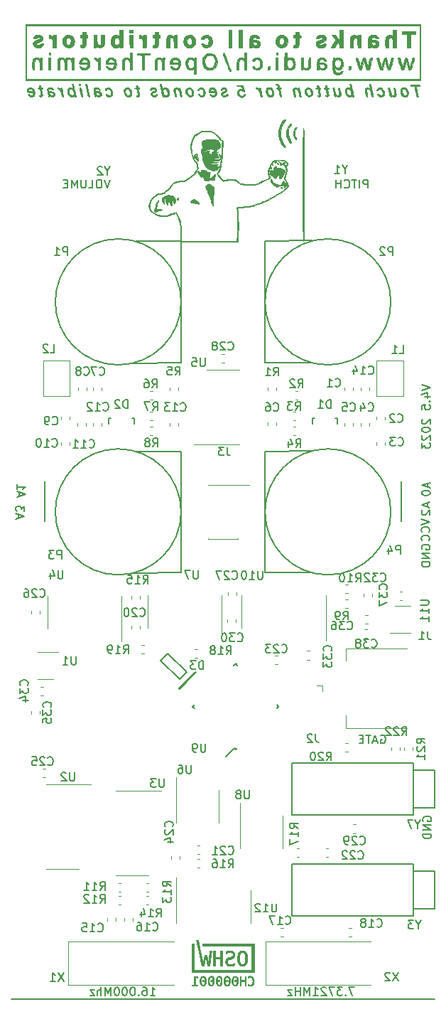
<source format=gbr>
G04 #@! TF.GenerationSoftware,KiCad,Pcbnew,6.0.11-2627ca5db0~126~ubuntu22.04.1*
G04 #@! TF.CreationDate,2023-08-06T14:10:23+02:00*
G04 #@! TF.ProjectId,OpenThereminV45,4f70656e-5468-4657-9265-6d696e563435,rev?*
G04 #@! TF.SameCoordinates,Original*
G04 #@! TF.FileFunction,Legend,Bot*
G04 #@! TF.FilePolarity,Positive*
%FSLAX46Y46*%
G04 Gerber Fmt 4.6, Leading zero omitted, Abs format (unit mm)*
G04 Created by KiCad (PCBNEW 6.0.11-2627ca5db0~126~ubuntu22.04.1) date 2023-08-06 14:10:23*
%MOMM*%
%LPD*%
G01*
G04 APERTURE LIST*
%ADD10C,0.150000*%
%ADD11C,0.200000*%
%ADD12C,0.010000*%
%ADD13C,0.120000*%
%ADD14C,0.100000*%
G04 APERTURE END LIST*
D10*
X121259800Y-101905000D02*
X121259800Y-97129800D01*
X78700000Y-101905000D02*
X78700000Y-97129800D01*
X74750000Y-158750000D02*
X125250000Y-158750000D01*
X91322314Y-158346980D02*
X91893742Y-158346980D01*
X91608028Y-158346980D02*
X91608028Y-157346980D01*
X91703266Y-157489838D01*
X91798504Y-157585076D01*
X91893742Y-157632695D01*
X90465171Y-157346980D02*
X90655647Y-157346980D01*
X90750885Y-157394600D01*
X90798504Y-157442219D01*
X90893742Y-157585076D01*
X90941361Y-157775552D01*
X90941361Y-158156504D01*
X90893742Y-158251742D01*
X90846123Y-158299361D01*
X90750885Y-158346980D01*
X90560409Y-158346980D01*
X90465171Y-158299361D01*
X90417552Y-158251742D01*
X90369933Y-158156504D01*
X90369933Y-157918409D01*
X90417552Y-157823171D01*
X90465171Y-157775552D01*
X90560409Y-157727933D01*
X90750885Y-157727933D01*
X90846123Y-157775552D01*
X90893742Y-157823171D01*
X90941361Y-157918409D01*
X89941361Y-158251742D02*
X89893742Y-158299361D01*
X89941361Y-158346980D01*
X89988980Y-158299361D01*
X89941361Y-158251742D01*
X89941361Y-158346980D01*
X89274695Y-157346980D02*
X89179457Y-157346980D01*
X89084219Y-157394600D01*
X89036600Y-157442219D01*
X88988980Y-157537457D01*
X88941361Y-157727933D01*
X88941361Y-157966028D01*
X88988980Y-158156504D01*
X89036600Y-158251742D01*
X89084219Y-158299361D01*
X89179457Y-158346980D01*
X89274695Y-158346980D01*
X89369933Y-158299361D01*
X89417552Y-158251742D01*
X89465171Y-158156504D01*
X89512790Y-157966028D01*
X89512790Y-157727933D01*
X89465171Y-157537457D01*
X89417552Y-157442219D01*
X89369933Y-157394600D01*
X89274695Y-157346980D01*
X88322314Y-157346980D02*
X88227076Y-157346980D01*
X88131838Y-157394600D01*
X88084219Y-157442219D01*
X88036600Y-157537457D01*
X87988980Y-157727933D01*
X87988980Y-157966028D01*
X88036600Y-158156504D01*
X88084219Y-158251742D01*
X88131838Y-158299361D01*
X88227076Y-158346980D01*
X88322314Y-158346980D01*
X88417552Y-158299361D01*
X88465171Y-158251742D01*
X88512790Y-158156504D01*
X88560409Y-157966028D01*
X88560409Y-157727933D01*
X88512790Y-157537457D01*
X88465171Y-157442219D01*
X88417552Y-157394600D01*
X88322314Y-157346980D01*
X87369933Y-157346980D02*
X87274695Y-157346980D01*
X87179457Y-157394600D01*
X87131838Y-157442219D01*
X87084219Y-157537457D01*
X87036600Y-157727933D01*
X87036600Y-157966028D01*
X87084219Y-158156504D01*
X87131838Y-158251742D01*
X87179457Y-158299361D01*
X87274695Y-158346980D01*
X87369933Y-158346980D01*
X87465171Y-158299361D01*
X87512790Y-158251742D01*
X87560409Y-158156504D01*
X87608028Y-157966028D01*
X87608028Y-157727933D01*
X87560409Y-157537457D01*
X87512790Y-157442219D01*
X87465171Y-157394600D01*
X87369933Y-157346980D01*
X86608028Y-158346980D02*
X86608028Y-157346980D01*
X86274695Y-158061266D01*
X85941361Y-157346980D01*
X85941361Y-158346980D01*
X85465171Y-158346980D02*
X85465171Y-157346980D01*
X85036600Y-158346980D02*
X85036600Y-157823171D01*
X85084219Y-157727933D01*
X85179457Y-157680314D01*
X85322314Y-157680314D01*
X85417552Y-157727933D01*
X85465171Y-157775552D01*
X84655647Y-157680314D02*
X84131838Y-157680314D01*
X84655647Y-158346980D01*
X84131838Y-158346980D01*
D11*
X86499523Y-61192380D02*
X86166190Y-62192380D01*
X85832857Y-61192380D01*
X85309047Y-61192380D02*
X85118571Y-61192380D01*
X85023333Y-61240000D01*
X84928095Y-61335238D01*
X84880476Y-61525714D01*
X84880476Y-61859047D01*
X84928095Y-62049523D01*
X85023333Y-62144761D01*
X85118571Y-62192380D01*
X85309047Y-62192380D01*
X85404285Y-62144761D01*
X85499523Y-62049523D01*
X85547142Y-61859047D01*
X85547142Y-61525714D01*
X85499523Y-61335238D01*
X85404285Y-61240000D01*
X85309047Y-61192380D01*
X83975714Y-62192380D02*
X84451904Y-62192380D01*
X84451904Y-61192380D01*
X83642380Y-61192380D02*
X83642380Y-62001904D01*
X83594761Y-62097142D01*
X83547142Y-62144761D01*
X83451904Y-62192380D01*
X83261428Y-62192380D01*
X83166190Y-62144761D01*
X83118571Y-62097142D01*
X83070952Y-62001904D01*
X83070952Y-61192380D01*
X82594761Y-62192380D02*
X82594761Y-61192380D01*
X82261428Y-61906666D01*
X81928095Y-61192380D01*
X81928095Y-62192380D01*
X81451904Y-61668571D02*
X81118571Y-61668571D01*
X80975714Y-62192380D02*
X81451904Y-62192380D01*
X81451904Y-61192380D01*
X80975714Y-61192380D01*
X117264761Y-62192380D02*
X117264761Y-61192380D01*
X116883809Y-61192380D01*
X116788571Y-61240000D01*
X116740952Y-61287619D01*
X116693333Y-61382857D01*
X116693333Y-61525714D01*
X116740952Y-61620952D01*
X116788571Y-61668571D01*
X116883809Y-61716190D01*
X117264761Y-61716190D01*
X116264761Y-62192380D02*
X116264761Y-61192380D01*
X115931428Y-61192380D02*
X115360000Y-61192380D01*
X115645714Y-62192380D02*
X115645714Y-61192380D01*
X114455238Y-62097142D02*
X114502857Y-62144761D01*
X114645714Y-62192380D01*
X114740952Y-62192380D01*
X114883809Y-62144761D01*
X114979047Y-62049523D01*
X115026666Y-61954285D01*
X115074285Y-61763809D01*
X115074285Y-61620952D01*
X115026666Y-61430476D01*
X114979047Y-61335238D01*
X114883809Y-61240000D01*
X114740952Y-61192380D01*
X114645714Y-61192380D01*
X114502857Y-61240000D01*
X114455238Y-61287619D01*
X114026666Y-62192380D02*
X114026666Y-61192380D01*
X114026666Y-61668571D02*
X113455238Y-61668571D01*
X113455238Y-62192380D02*
X113455238Y-61192380D01*
X123633180Y-101587666D02*
X124633180Y-101921000D01*
X123633180Y-102254333D01*
X124537942Y-103159095D02*
X124585561Y-103111476D01*
X124633180Y-102968619D01*
X124633180Y-102873380D01*
X124585561Y-102730523D01*
X124490323Y-102635285D01*
X124395085Y-102587666D01*
X124204609Y-102540047D01*
X124061752Y-102540047D01*
X123871276Y-102587666D01*
X123776038Y-102635285D01*
X123680800Y-102730523D01*
X123633180Y-102873380D01*
X123633180Y-102968619D01*
X123680800Y-103111476D01*
X123728419Y-103159095D01*
X124537942Y-104159095D02*
X124585561Y-104111476D01*
X124633180Y-103968619D01*
X124633180Y-103873380D01*
X124585561Y-103730523D01*
X124490323Y-103635285D01*
X124395085Y-103587666D01*
X124204609Y-103540047D01*
X124061752Y-103540047D01*
X123871276Y-103587666D01*
X123776038Y-103635285D01*
X123680800Y-103730523D01*
X123633180Y-103873380D01*
X123633180Y-103968619D01*
X123680800Y-104111476D01*
X123728419Y-104159095D01*
X75593333Y-101494285D02*
X75593333Y-101018095D01*
X75307619Y-101589523D02*
X76307619Y-101256190D01*
X75307619Y-100922857D01*
X76307619Y-100684761D02*
X76307619Y-100065714D01*
X75926666Y-100399047D01*
X75926666Y-100256190D01*
X75879047Y-100160952D01*
X75831428Y-100113333D01*
X75736190Y-100065714D01*
X75498095Y-100065714D01*
X75402857Y-100113333D01*
X75355238Y-100160952D01*
X75307619Y-100256190D01*
X75307619Y-100541904D01*
X75355238Y-100637142D01*
X75402857Y-100684761D01*
X124398266Y-97355314D02*
X124398266Y-97831504D01*
X124683980Y-97260076D02*
X123683980Y-97593409D01*
X124683980Y-97926742D01*
X123683980Y-98450552D02*
X123683980Y-98545790D01*
X123731600Y-98641028D01*
X123779219Y-98688647D01*
X123874457Y-98736266D01*
X124064933Y-98783885D01*
X124303028Y-98783885D01*
X124493504Y-98736266D01*
X124588742Y-98688647D01*
X124636361Y-98641028D01*
X124683980Y-98545790D01*
X124683980Y-98450552D01*
X124636361Y-98355314D01*
X124588742Y-98307695D01*
X124493504Y-98260076D01*
X124303028Y-98212457D01*
X124064933Y-98212457D01*
X123874457Y-98260076D01*
X123779219Y-98307695D01*
X123731600Y-98355314D01*
X123683980Y-98450552D01*
X75703333Y-98910885D02*
X75703333Y-98434695D01*
X75417619Y-99006123D02*
X76417619Y-98672790D01*
X75417619Y-98339457D01*
X75417619Y-97482314D02*
X75417619Y-98053742D01*
X75417619Y-97768028D02*
X76417619Y-97768028D01*
X76274761Y-97863266D01*
X76179523Y-97958504D01*
X76131904Y-98053742D01*
X124376666Y-99695714D02*
X124376666Y-100171904D01*
X124662380Y-99600476D02*
X123662380Y-99933809D01*
X124662380Y-100267142D01*
X123757619Y-100552857D02*
X123710000Y-100600476D01*
X123662380Y-100695714D01*
X123662380Y-100933809D01*
X123710000Y-101029047D01*
X123757619Y-101076666D01*
X123852857Y-101124285D01*
X123948095Y-101124285D01*
X124090952Y-101076666D01*
X124662380Y-100505238D01*
X124662380Y-101124285D01*
X123706200Y-105207095D02*
X123658580Y-105111857D01*
X123658580Y-104969000D01*
X123706200Y-104826142D01*
X123801438Y-104730904D01*
X123896676Y-104683285D01*
X124087152Y-104635666D01*
X124230009Y-104635666D01*
X124420485Y-104683285D01*
X124515723Y-104730904D01*
X124610961Y-104826142D01*
X124658580Y-104969000D01*
X124658580Y-105064238D01*
X124610961Y-105207095D01*
X124563342Y-105254714D01*
X124230009Y-105254714D01*
X124230009Y-105064238D01*
X124658580Y-105683285D02*
X123658580Y-105683285D01*
X124658580Y-106254714D01*
X123658580Y-106254714D01*
X124658580Y-106730904D02*
X123658580Y-106730904D01*
X123658580Y-106969000D01*
X123706200Y-107111857D01*
X123801438Y-107207095D01*
X123896676Y-107254714D01*
X124087152Y-107302333D01*
X124230009Y-107302333D01*
X124420485Y-107254714D01*
X124515723Y-107207095D01*
X124610961Y-107111857D01*
X124658580Y-106969000D01*
X124658580Y-106730904D01*
X123870000Y-137568095D02*
X123822380Y-137472857D01*
X123822380Y-137330000D01*
X123870000Y-137187142D01*
X123965238Y-137091904D01*
X124060476Y-137044285D01*
X124250952Y-136996666D01*
X124393809Y-136996666D01*
X124584285Y-137044285D01*
X124679523Y-137091904D01*
X124774761Y-137187142D01*
X124822380Y-137330000D01*
X124822380Y-137425238D01*
X124774761Y-137568095D01*
X124727142Y-137615714D01*
X124393809Y-137615714D01*
X124393809Y-137425238D01*
X124822380Y-138044285D02*
X123822380Y-138044285D01*
X124822380Y-138615714D01*
X123822380Y-138615714D01*
X124822380Y-139091904D02*
X123822380Y-139091904D01*
X123822380Y-139330000D01*
X123870000Y-139472857D01*
X123965238Y-139568095D01*
X124060476Y-139615714D01*
X124250952Y-139663333D01*
X124393809Y-139663333D01*
X124584285Y-139615714D01*
X124679523Y-139568095D01*
X124774761Y-139472857D01*
X124822380Y-139330000D01*
X124822380Y-139091904D01*
X118800000Y-127370000D02*
X118895238Y-127322380D01*
X119038095Y-127322380D01*
X119180952Y-127370000D01*
X119276190Y-127465238D01*
X119323809Y-127560476D01*
X119371428Y-127750952D01*
X119371428Y-127893809D01*
X119323809Y-128084285D01*
X119276190Y-128179523D01*
X119180952Y-128274761D01*
X119038095Y-128322380D01*
X118942857Y-128322380D01*
X118800000Y-128274761D01*
X118752380Y-128227142D01*
X118752380Y-127893809D01*
X118942857Y-127893809D01*
X118371428Y-128036666D02*
X117895238Y-128036666D01*
X118466666Y-128322380D02*
X118133333Y-127322380D01*
X117800000Y-128322380D01*
X117609523Y-127322380D02*
X117038095Y-127322380D01*
X117323809Y-128322380D02*
X117323809Y-127322380D01*
X116704761Y-127798571D02*
X116371428Y-127798571D01*
X116228571Y-128322380D02*
X116704761Y-128322380D01*
X116704761Y-127322380D01*
X116228571Y-127322380D01*
D10*
X115660190Y-157321580D02*
X114993523Y-157321580D01*
X115422095Y-158321580D01*
X114612571Y-158226342D02*
X114564952Y-158273961D01*
X114612571Y-158321580D01*
X114660190Y-158273961D01*
X114612571Y-158226342D01*
X114612571Y-158321580D01*
X114231619Y-157321580D02*
X113612571Y-157321580D01*
X113945904Y-157702533D01*
X113803047Y-157702533D01*
X113707809Y-157750152D01*
X113660190Y-157797771D01*
X113612571Y-157893009D01*
X113612571Y-158131104D01*
X113660190Y-158226342D01*
X113707809Y-158273961D01*
X113803047Y-158321580D01*
X114088761Y-158321580D01*
X114184000Y-158273961D01*
X114231619Y-158226342D01*
X113279238Y-157321580D02*
X112612571Y-157321580D01*
X113041142Y-158321580D01*
X112279238Y-157416819D02*
X112231619Y-157369200D01*
X112136380Y-157321580D01*
X111898285Y-157321580D01*
X111803047Y-157369200D01*
X111755428Y-157416819D01*
X111707809Y-157512057D01*
X111707809Y-157607295D01*
X111755428Y-157750152D01*
X112326857Y-158321580D01*
X111707809Y-158321580D01*
X110755428Y-158321580D02*
X111326857Y-158321580D01*
X111041142Y-158321580D02*
X111041142Y-157321580D01*
X111136380Y-157464438D01*
X111231619Y-157559676D01*
X111326857Y-157607295D01*
X110326857Y-158321580D02*
X110326857Y-157321580D01*
X109993523Y-158035866D01*
X109660190Y-157321580D01*
X109660190Y-158321580D01*
X109184000Y-158321580D02*
X109184000Y-157321580D01*
X109184000Y-157797771D02*
X108612571Y-157797771D01*
X108612571Y-158321580D02*
X108612571Y-157321580D01*
X108231619Y-157654914D02*
X107707809Y-157654914D01*
X108231619Y-158321580D01*
X107707809Y-158321580D01*
D11*
X123683980Y-85630476D02*
X124683980Y-85963809D01*
X123683980Y-86297142D01*
X124017314Y-87059047D02*
X124683980Y-87059047D01*
X123636361Y-86820952D02*
X124350647Y-86582857D01*
X124350647Y-87201904D01*
X124588742Y-87582857D02*
X124636361Y-87630476D01*
X124683980Y-87582857D01*
X124636361Y-87535238D01*
X124588742Y-87582857D01*
X124683980Y-87582857D01*
X123683980Y-88535238D02*
X123683980Y-88059047D01*
X124160171Y-88011428D01*
X124112552Y-88059047D01*
X124064933Y-88154285D01*
X124064933Y-88392380D01*
X124112552Y-88487619D01*
X124160171Y-88535238D01*
X124255409Y-88582857D01*
X124493504Y-88582857D01*
X124588742Y-88535238D01*
X124636361Y-88487619D01*
X124683980Y-88392380D01*
X124683980Y-88154285D01*
X124636361Y-88059047D01*
X124588742Y-88011428D01*
X123779219Y-89725714D02*
X123731600Y-89773333D01*
X123683980Y-89868571D01*
X123683980Y-90106666D01*
X123731600Y-90201904D01*
X123779219Y-90249523D01*
X123874457Y-90297142D01*
X123969695Y-90297142D01*
X124112552Y-90249523D01*
X124683980Y-89678095D01*
X124683980Y-90297142D01*
X123683980Y-90916190D02*
X123683980Y-91011428D01*
X123731600Y-91106666D01*
X123779219Y-91154285D01*
X123874457Y-91201904D01*
X124064933Y-91249523D01*
X124303028Y-91249523D01*
X124493504Y-91201904D01*
X124588742Y-91154285D01*
X124636361Y-91106666D01*
X124683980Y-91011428D01*
X124683980Y-90916190D01*
X124636361Y-90820952D01*
X124588742Y-90773333D01*
X124493504Y-90725714D01*
X124303028Y-90678095D01*
X124064933Y-90678095D01*
X123874457Y-90725714D01*
X123779219Y-90773333D01*
X123731600Y-90820952D01*
X123683980Y-90916190D01*
X123779219Y-91630476D02*
X123731600Y-91678095D01*
X123683980Y-91773333D01*
X123683980Y-92011428D01*
X123731600Y-92106666D01*
X123779219Y-92154285D01*
X123874457Y-92201904D01*
X123969695Y-92201904D01*
X124112552Y-92154285D01*
X124683980Y-91582857D01*
X124683980Y-92201904D01*
X123683980Y-92535238D02*
X123683980Y-93154285D01*
X124064933Y-92820952D01*
X124064933Y-92963809D01*
X124112552Y-93059047D01*
X124160171Y-93106666D01*
X124255409Y-93154285D01*
X124493504Y-93154285D01*
X124588742Y-93106666D01*
X124636361Y-93059047D01*
X124683980Y-92963809D01*
X124683980Y-92678095D01*
X124636361Y-92582857D01*
X124588742Y-92535238D01*
D10*
X114516190Y-59996190D02*
X114516190Y-60472380D01*
X114849523Y-59472380D02*
X114516190Y-59996190D01*
X114182857Y-59472380D01*
X113325714Y-60472380D02*
X113897142Y-60472380D01*
X113611428Y-60472380D02*
X113611428Y-59472380D01*
X113706666Y-59615238D01*
X113801904Y-59710476D01*
X113897142Y-59758095D01*
X86226190Y-60166190D02*
X86226190Y-60642380D01*
X86559523Y-59642380D02*
X86226190Y-60166190D01*
X85892857Y-59642380D01*
X85607142Y-59737619D02*
X85559523Y-59690000D01*
X85464285Y-59642380D01*
X85226190Y-59642380D01*
X85130952Y-59690000D01*
X85083333Y-59737619D01*
X85035714Y-59832857D01*
X85035714Y-59928095D01*
X85083333Y-60070952D01*
X85654761Y-60642380D01*
X85035714Y-60642380D01*
X121121595Y-105762380D02*
X121121595Y-104762380D01*
X120740642Y-104762380D01*
X120645404Y-104810000D01*
X120597785Y-104857619D01*
X120550166Y-104952857D01*
X120550166Y-105095714D01*
X120597785Y-105190952D01*
X120645404Y-105238571D01*
X120740642Y-105286190D01*
X121121595Y-105286190D01*
X119693023Y-105095714D02*
X119693023Y-105762380D01*
X119931119Y-104714761D02*
X120169214Y-105429047D01*
X119550166Y-105429047D01*
X120232595Y-70226380D02*
X120232595Y-69226380D01*
X119851642Y-69226380D01*
X119756404Y-69274000D01*
X119708785Y-69321619D01*
X119661166Y-69416857D01*
X119661166Y-69559714D01*
X119708785Y-69654952D01*
X119756404Y-69702571D01*
X119851642Y-69750190D01*
X120232595Y-69750190D01*
X119280214Y-69321619D02*
X119232595Y-69274000D01*
X119137357Y-69226380D01*
X118899261Y-69226380D01*
X118804023Y-69274000D01*
X118756404Y-69321619D01*
X118708785Y-69416857D01*
X118708785Y-69512095D01*
X118756404Y-69654952D01*
X119327833Y-70226380D01*
X118708785Y-70226380D01*
X124399833Y-114953880D02*
X124399833Y-115668166D01*
X124447452Y-115811023D01*
X124542690Y-115906261D01*
X124685547Y-115953880D01*
X124780785Y-115953880D01*
X123399833Y-115953880D02*
X123971261Y-115953880D01*
X123685547Y-115953880D02*
X123685547Y-114953880D01*
X123780785Y-115096738D01*
X123876023Y-115191976D01*
X123971261Y-115239595D01*
X88612095Y-88402620D02*
X88612095Y-87402620D01*
X88374000Y-87402620D01*
X88231142Y-87450240D01*
X88135904Y-87545478D01*
X88088285Y-87640716D01*
X88040666Y-87831192D01*
X88040666Y-87974049D01*
X88088285Y-88164525D01*
X88135904Y-88259763D01*
X88231142Y-88355001D01*
X88374000Y-88402620D01*
X88612095Y-88402620D01*
X87659714Y-87497859D02*
X87612095Y-87450240D01*
X87516857Y-87402620D01*
X87278761Y-87402620D01*
X87183523Y-87450240D01*
X87135904Y-87497859D01*
X87088285Y-87593097D01*
X87088285Y-87688335D01*
X87135904Y-87831192D01*
X87707333Y-88402620D01*
X87088285Y-88402620D01*
X85256666Y-84397142D02*
X85304285Y-84444761D01*
X85447142Y-84492380D01*
X85542380Y-84492380D01*
X85685238Y-84444761D01*
X85780476Y-84349523D01*
X85828095Y-84254285D01*
X85875714Y-84063809D01*
X85875714Y-83920952D01*
X85828095Y-83730476D01*
X85780476Y-83635238D01*
X85685238Y-83540000D01*
X85542380Y-83492380D01*
X85447142Y-83492380D01*
X85304285Y-83540000D01*
X85256666Y-83587619D01*
X84923333Y-83492380D02*
X84256666Y-83492380D01*
X84685238Y-84492380D01*
X83416666Y-84377142D02*
X83464285Y-84424761D01*
X83607142Y-84472380D01*
X83702380Y-84472380D01*
X83845238Y-84424761D01*
X83940476Y-84329523D01*
X83988095Y-84234285D01*
X84035714Y-84043809D01*
X84035714Y-83900952D01*
X83988095Y-83710476D01*
X83940476Y-83615238D01*
X83845238Y-83520000D01*
X83702380Y-83472380D01*
X83607142Y-83472380D01*
X83464285Y-83520000D01*
X83416666Y-83567619D01*
X82845238Y-83900952D02*
X82940476Y-83853333D01*
X82988095Y-83805714D01*
X83035714Y-83710476D01*
X83035714Y-83662857D01*
X82988095Y-83567619D01*
X82940476Y-83520000D01*
X82845238Y-83472380D01*
X82654761Y-83472380D01*
X82559523Y-83520000D01*
X82511904Y-83567619D01*
X82464285Y-83662857D01*
X82464285Y-83710476D01*
X82511904Y-83805714D01*
X82559523Y-83853333D01*
X82654761Y-83900952D01*
X82845238Y-83900952D01*
X82940476Y-83948571D01*
X82988095Y-83996190D01*
X83035714Y-84091428D01*
X83035714Y-84281904D01*
X82988095Y-84377142D01*
X82940476Y-84424761D01*
X82845238Y-84472380D01*
X82654761Y-84472380D01*
X82559523Y-84424761D01*
X82511904Y-84377142D01*
X82464285Y-84281904D01*
X82464285Y-84091428D01*
X82511904Y-83996190D01*
X82559523Y-83948571D01*
X82654761Y-83900952D01*
X79656166Y-90298642D02*
X79703785Y-90346261D01*
X79846642Y-90393880D01*
X79941880Y-90393880D01*
X80084738Y-90346261D01*
X80179976Y-90251023D01*
X80227595Y-90155785D01*
X80275214Y-89965309D01*
X80275214Y-89822452D01*
X80227595Y-89631976D01*
X80179976Y-89536738D01*
X80084738Y-89441500D01*
X79941880Y-89393880D01*
X79846642Y-89393880D01*
X79703785Y-89441500D01*
X79656166Y-89489119D01*
X79179976Y-90393880D02*
X78989500Y-90393880D01*
X78894261Y-90346261D01*
X78846642Y-90298642D01*
X78751404Y-90155785D01*
X78703785Y-89965309D01*
X78703785Y-89584357D01*
X78751404Y-89489119D01*
X78799023Y-89441500D01*
X78894261Y-89393880D01*
X79084738Y-89393880D01*
X79179976Y-89441500D01*
X79227595Y-89489119D01*
X79275214Y-89584357D01*
X79275214Y-89822452D01*
X79227595Y-89917690D01*
X79179976Y-89965309D01*
X79084738Y-90012928D01*
X78894261Y-90012928D01*
X78799023Y-89965309D01*
X78751404Y-89917690D01*
X78703785Y-89822452D01*
X84042857Y-93057142D02*
X84090476Y-93104761D01*
X84233333Y-93152380D01*
X84328571Y-93152380D01*
X84471428Y-93104761D01*
X84566666Y-93009523D01*
X84614285Y-92914285D01*
X84661904Y-92723809D01*
X84661904Y-92580952D01*
X84614285Y-92390476D01*
X84566666Y-92295238D01*
X84471428Y-92200000D01*
X84328571Y-92152380D01*
X84233333Y-92152380D01*
X84090476Y-92200000D01*
X84042857Y-92247619D01*
X83090476Y-93152380D02*
X83661904Y-93152380D01*
X83376190Y-93152380D02*
X83376190Y-92152380D01*
X83471428Y-92295238D01*
X83566666Y-92390476D01*
X83661904Y-92438095D01*
X82138095Y-93152380D02*
X82709523Y-93152380D01*
X82423809Y-93152380D02*
X82423809Y-92152380D01*
X82519047Y-92295238D01*
X82614285Y-92390476D01*
X82709523Y-92438095D01*
X91625857Y-150522142D02*
X91673476Y-150569761D01*
X91816333Y-150617380D01*
X91911571Y-150617380D01*
X92054428Y-150569761D01*
X92149666Y-150474523D01*
X92197285Y-150379285D01*
X92244904Y-150188809D01*
X92244904Y-150045952D01*
X92197285Y-149855476D01*
X92149666Y-149760238D01*
X92054428Y-149665000D01*
X91911571Y-149617380D01*
X91816333Y-149617380D01*
X91673476Y-149665000D01*
X91625857Y-149712619D01*
X90673476Y-150617380D02*
X91244904Y-150617380D01*
X90959190Y-150617380D02*
X90959190Y-149617380D01*
X91054428Y-149760238D01*
X91149666Y-149855476D01*
X91244904Y-149903095D01*
X89816333Y-149617380D02*
X90006809Y-149617380D01*
X90102047Y-149665000D01*
X90149666Y-149712619D01*
X90244904Y-149855476D01*
X90292523Y-150045952D01*
X90292523Y-150426904D01*
X90244904Y-150522142D01*
X90197285Y-150569761D01*
X90102047Y-150617380D01*
X89911571Y-150617380D01*
X89816333Y-150569761D01*
X89768714Y-150522142D01*
X89721095Y-150426904D01*
X89721095Y-150188809D01*
X89768714Y-150093571D01*
X89816333Y-150045952D01*
X89911571Y-149998333D01*
X90102047Y-149998333D01*
X90197285Y-150045952D01*
X90244904Y-150093571D01*
X90292523Y-150188809D01*
X93943642Y-138219142D02*
X93991261Y-138171523D01*
X94038880Y-138028666D01*
X94038880Y-137933428D01*
X93991261Y-137790571D01*
X93896023Y-137695333D01*
X93800785Y-137647714D01*
X93610309Y-137600095D01*
X93467452Y-137600095D01*
X93276976Y-137647714D01*
X93181738Y-137695333D01*
X93086500Y-137790571D01*
X93038880Y-137933428D01*
X93038880Y-138028666D01*
X93086500Y-138171523D01*
X93134119Y-138219142D01*
X93134119Y-138600095D02*
X93086500Y-138647714D01*
X93038880Y-138742952D01*
X93038880Y-138981047D01*
X93086500Y-139076285D01*
X93134119Y-139123904D01*
X93229357Y-139171523D01*
X93324595Y-139171523D01*
X93467452Y-139123904D01*
X94038880Y-138552476D01*
X94038880Y-139171523D01*
X93372214Y-140028666D02*
X94038880Y-140028666D01*
X92991261Y-139790571D02*
X93705547Y-139552476D01*
X93705547Y-140171523D01*
X78163857Y-110834642D02*
X78211476Y-110882261D01*
X78354333Y-110929880D01*
X78449571Y-110929880D01*
X78592428Y-110882261D01*
X78687666Y-110787023D01*
X78735285Y-110691785D01*
X78782904Y-110501309D01*
X78782904Y-110358452D01*
X78735285Y-110167976D01*
X78687666Y-110072738D01*
X78592428Y-109977500D01*
X78449571Y-109929880D01*
X78354333Y-109929880D01*
X78211476Y-109977500D01*
X78163857Y-110025119D01*
X77782904Y-110025119D02*
X77735285Y-109977500D01*
X77640047Y-109929880D01*
X77401952Y-109929880D01*
X77306714Y-109977500D01*
X77259095Y-110025119D01*
X77211476Y-110120357D01*
X77211476Y-110215595D01*
X77259095Y-110358452D01*
X77830523Y-110929880D01*
X77211476Y-110929880D01*
X76354333Y-109929880D02*
X76544809Y-109929880D01*
X76640047Y-109977500D01*
X76687666Y-110025119D01*
X76782904Y-110167976D01*
X76830523Y-110358452D01*
X76830523Y-110739404D01*
X76782904Y-110834642D01*
X76735285Y-110882261D01*
X76640047Y-110929880D01*
X76449571Y-110929880D01*
X76354333Y-110882261D01*
X76306714Y-110834642D01*
X76259095Y-110739404D01*
X76259095Y-110501309D01*
X76306714Y-110406071D01*
X76354333Y-110358452D01*
X76449571Y-110310833D01*
X76640047Y-110310833D01*
X76735285Y-110358452D01*
X76782904Y-110406071D01*
X76830523Y-110501309D01*
X101087357Y-108675642D02*
X101134976Y-108723261D01*
X101277833Y-108770880D01*
X101373071Y-108770880D01*
X101515928Y-108723261D01*
X101611166Y-108628023D01*
X101658785Y-108532785D01*
X101706404Y-108342309D01*
X101706404Y-108199452D01*
X101658785Y-108008976D01*
X101611166Y-107913738D01*
X101515928Y-107818500D01*
X101373071Y-107770880D01*
X101277833Y-107770880D01*
X101134976Y-107818500D01*
X101087357Y-107866119D01*
X100706404Y-107866119D02*
X100658785Y-107818500D01*
X100563547Y-107770880D01*
X100325452Y-107770880D01*
X100230214Y-107818500D01*
X100182595Y-107866119D01*
X100134976Y-107961357D01*
X100134976Y-108056595D01*
X100182595Y-108199452D01*
X100754023Y-108770880D01*
X100134976Y-108770880D01*
X99801642Y-107770880D02*
X99134976Y-107770880D01*
X99563547Y-108770880D01*
X100617357Y-81401142D02*
X100664976Y-81448761D01*
X100807833Y-81496380D01*
X100903071Y-81496380D01*
X101045928Y-81448761D01*
X101141166Y-81353523D01*
X101188785Y-81258285D01*
X101236404Y-81067809D01*
X101236404Y-80924952D01*
X101188785Y-80734476D01*
X101141166Y-80639238D01*
X101045928Y-80544000D01*
X100903071Y-80496380D01*
X100807833Y-80496380D01*
X100664976Y-80544000D01*
X100617357Y-80591619D01*
X100236404Y-80591619D02*
X100188785Y-80544000D01*
X100093547Y-80496380D01*
X99855452Y-80496380D01*
X99760214Y-80544000D01*
X99712595Y-80591619D01*
X99664976Y-80686857D01*
X99664976Y-80782095D01*
X99712595Y-80924952D01*
X100284023Y-81496380D01*
X99664976Y-81496380D01*
X99093547Y-80924952D02*
X99188785Y-80877333D01*
X99236404Y-80829714D01*
X99284023Y-80734476D01*
X99284023Y-80686857D01*
X99236404Y-80591619D01*
X99188785Y-80544000D01*
X99093547Y-80496380D01*
X98903071Y-80496380D01*
X98807833Y-80544000D01*
X98760214Y-80591619D01*
X98712595Y-80686857D01*
X98712595Y-80734476D01*
X98760214Y-80829714D01*
X98807833Y-80877333D01*
X98903071Y-80924952D01*
X99093547Y-80924952D01*
X99188785Y-80972571D01*
X99236404Y-81020190D01*
X99284023Y-81115428D01*
X99284023Y-81305904D01*
X99236404Y-81401142D01*
X99188785Y-81448761D01*
X99093547Y-81496380D01*
X98903071Y-81496380D01*
X98807833Y-81448761D01*
X98760214Y-81401142D01*
X98712595Y-81305904D01*
X98712595Y-81115428D01*
X98760214Y-81020190D01*
X98807833Y-80972571D01*
X98903071Y-80924952D01*
X108929666Y-85941380D02*
X109263000Y-85465190D01*
X109501095Y-85941380D02*
X109501095Y-84941380D01*
X109120142Y-84941380D01*
X109024904Y-84989000D01*
X108977285Y-85036619D01*
X108929666Y-85131857D01*
X108929666Y-85274714D01*
X108977285Y-85369952D01*
X109024904Y-85417571D01*
X109120142Y-85465190D01*
X109501095Y-85465190D01*
X108548714Y-85036619D02*
X108501095Y-84989000D01*
X108405857Y-84941380D01*
X108167761Y-84941380D01*
X108072523Y-84989000D01*
X108024904Y-85036619D01*
X107977285Y-85131857D01*
X107977285Y-85227095D01*
X108024904Y-85369952D01*
X108596333Y-85941380D01*
X107977285Y-85941380D01*
X108675666Y-93086380D02*
X109009000Y-92610190D01*
X109247095Y-93086380D02*
X109247095Y-92086380D01*
X108866142Y-92086380D01*
X108770904Y-92134000D01*
X108723285Y-92181619D01*
X108675666Y-92276857D01*
X108675666Y-92419714D01*
X108723285Y-92514952D01*
X108770904Y-92562571D01*
X108866142Y-92610190D01*
X109247095Y-92610190D01*
X107818523Y-92419714D02*
X107818523Y-93086380D01*
X108056619Y-92038761D02*
X108294714Y-92753047D01*
X107675666Y-92753047D01*
X94286666Y-84462380D02*
X94620000Y-83986190D01*
X94858095Y-84462380D02*
X94858095Y-83462380D01*
X94477142Y-83462380D01*
X94381904Y-83510000D01*
X94334285Y-83557619D01*
X94286666Y-83652857D01*
X94286666Y-83795714D01*
X94334285Y-83890952D01*
X94381904Y-83938571D01*
X94477142Y-83986190D01*
X94858095Y-83986190D01*
X93381904Y-83462380D02*
X93858095Y-83462380D01*
X93905714Y-83938571D01*
X93858095Y-83890952D01*
X93762857Y-83843333D01*
X93524761Y-83843333D01*
X93429523Y-83890952D01*
X93381904Y-83938571D01*
X93334285Y-84033809D01*
X93334285Y-84271904D01*
X93381904Y-84367142D01*
X93429523Y-84414761D01*
X93524761Y-84462380D01*
X93762857Y-84462380D01*
X93858095Y-84414761D01*
X93905714Y-84367142D01*
X91632166Y-88682380D02*
X91965500Y-88206190D01*
X92203595Y-88682380D02*
X92203595Y-87682380D01*
X91822642Y-87682380D01*
X91727404Y-87730000D01*
X91679785Y-87777619D01*
X91632166Y-87872857D01*
X91632166Y-88015714D01*
X91679785Y-88110952D01*
X91727404Y-88158571D01*
X91822642Y-88206190D01*
X92203595Y-88206190D01*
X91298833Y-87682380D02*
X90632166Y-87682380D01*
X91060738Y-88682380D01*
X91632166Y-92992380D02*
X91965500Y-92516190D01*
X92203595Y-92992380D02*
X92203595Y-91992380D01*
X91822642Y-91992380D01*
X91727404Y-92040000D01*
X91679785Y-92087619D01*
X91632166Y-92182857D01*
X91632166Y-92325714D01*
X91679785Y-92420952D01*
X91727404Y-92468571D01*
X91822642Y-92516190D01*
X92203595Y-92516190D01*
X91060738Y-92420952D02*
X91155976Y-92373333D01*
X91203595Y-92325714D01*
X91251214Y-92230476D01*
X91251214Y-92182857D01*
X91203595Y-92087619D01*
X91155976Y-92040000D01*
X91060738Y-91992380D01*
X90870261Y-91992380D01*
X90775023Y-92040000D01*
X90727404Y-92087619D01*
X90679785Y-92182857D01*
X90679785Y-92230476D01*
X90727404Y-92325714D01*
X90775023Y-92373333D01*
X90870261Y-92420952D01*
X91060738Y-92420952D01*
X91155976Y-92468571D01*
X91203595Y-92516190D01*
X91251214Y-92611428D01*
X91251214Y-92801904D01*
X91203595Y-92897142D01*
X91155976Y-92944761D01*
X91060738Y-92992380D01*
X90870261Y-92992380D01*
X90775023Y-92944761D01*
X90727404Y-92897142D01*
X90679785Y-92801904D01*
X90679785Y-92611428D01*
X90727404Y-92516190D01*
X90775023Y-92468571D01*
X90870261Y-92420952D01*
X92052857Y-148982380D02*
X92386190Y-148506190D01*
X92624285Y-148982380D02*
X92624285Y-147982380D01*
X92243333Y-147982380D01*
X92148095Y-148030000D01*
X92100476Y-148077619D01*
X92052857Y-148172857D01*
X92052857Y-148315714D01*
X92100476Y-148410952D01*
X92148095Y-148458571D01*
X92243333Y-148506190D01*
X92624285Y-148506190D01*
X91100476Y-148982380D02*
X91671904Y-148982380D01*
X91386190Y-148982380D02*
X91386190Y-147982380D01*
X91481428Y-148125238D01*
X91576666Y-148220476D01*
X91671904Y-148268095D01*
X90243333Y-148315714D02*
X90243333Y-148982380D01*
X90481428Y-147934761D02*
X90719523Y-148649047D01*
X90100476Y-148649047D01*
X108961380Y-138447742D02*
X108485190Y-138114409D01*
X108961380Y-137876314D02*
X107961380Y-137876314D01*
X107961380Y-138257266D01*
X108009000Y-138352504D01*
X108056619Y-138400123D01*
X108151857Y-138447742D01*
X108294714Y-138447742D01*
X108389952Y-138400123D01*
X108437571Y-138352504D01*
X108485190Y-138257266D01*
X108485190Y-137876314D01*
X108961380Y-139400123D02*
X108961380Y-138828695D01*
X108961380Y-139114409D02*
X107961380Y-139114409D01*
X108104238Y-139019171D01*
X108199476Y-138923933D01*
X108247095Y-138828695D01*
X107961380Y-139733457D02*
X107961380Y-140400123D01*
X108961380Y-139971552D01*
X112864095Y-88416380D02*
X112864095Y-87416380D01*
X112626000Y-87416380D01*
X112483142Y-87464000D01*
X112387904Y-87559238D01*
X112340285Y-87654476D01*
X112292666Y-87844952D01*
X112292666Y-87987809D01*
X112340285Y-88178285D01*
X112387904Y-88273523D01*
X112483142Y-88368761D01*
X112626000Y-88416380D01*
X112864095Y-88416380D01*
X111340285Y-88416380D02*
X111911714Y-88416380D01*
X111626000Y-88416380D02*
X111626000Y-87416380D01*
X111721238Y-87559238D01*
X111816476Y-87654476D01*
X111911714Y-87702095D01*
X91536666Y-85972380D02*
X91870000Y-85496190D01*
X92108095Y-85972380D02*
X92108095Y-84972380D01*
X91727142Y-84972380D01*
X91631904Y-85020000D01*
X91584285Y-85067619D01*
X91536666Y-85162857D01*
X91536666Y-85305714D01*
X91584285Y-85400952D01*
X91631904Y-85448571D01*
X91727142Y-85496190D01*
X92108095Y-85496190D01*
X90679523Y-84972380D02*
X90870000Y-84972380D01*
X90965238Y-85020000D01*
X91012857Y-85067619D01*
X91108095Y-85210476D01*
X91155714Y-85400952D01*
X91155714Y-85781904D01*
X91108095Y-85877142D01*
X91060476Y-85924761D01*
X90965238Y-85972380D01*
X90774761Y-85972380D01*
X90679523Y-85924761D01*
X90631904Y-85877142D01*
X90584285Y-85781904D01*
X90584285Y-85543809D01*
X90631904Y-85448571D01*
X90679523Y-85400952D01*
X90774761Y-85353333D01*
X90965238Y-85353333D01*
X91060476Y-85400952D01*
X91108095Y-85448571D01*
X91155714Y-85543809D01*
X120804166Y-90006642D02*
X120851785Y-90054261D01*
X120994642Y-90101880D01*
X121089880Y-90101880D01*
X121232738Y-90054261D01*
X121327976Y-89959023D01*
X121375595Y-89863785D01*
X121423214Y-89673309D01*
X121423214Y-89530452D01*
X121375595Y-89339976D01*
X121327976Y-89244738D01*
X121232738Y-89149500D01*
X121089880Y-89101880D01*
X120994642Y-89101880D01*
X120851785Y-89149500D01*
X120804166Y-89197119D01*
X120423214Y-89197119D02*
X120375595Y-89149500D01*
X120280357Y-89101880D01*
X120042261Y-89101880D01*
X119947023Y-89149500D01*
X119899404Y-89197119D01*
X119851785Y-89292357D01*
X119851785Y-89387595D01*
X119899404Y-89530452D01*
X120470833Y-90101880D01*
X119851785Y-90101880D01*
X113374666Y-85752142D02*
X113422285Y-85799761D01*
X113565142Y-85847380D01*
X113660380Y-85847380D01*
X113803238Y-85799761D01*
X113898476Y-85704523D01*
X113946095Y-85609285D01*
X113993714Y-85418809D01*
X113993714Y-85275952D01*
X113946095Y-85085476D01*
X113898476Y-84990238D01*
X113803238Y-84895000D01*
X113660380Y-84847380D01*
X113565142Y-84847380D01*
X113422285Y-84895000D01*
X113374666Y-84942619D01*
X112422285Y-85847380D02*
X112993714Y-85847380D01*
X112708000Y-85847380D02*
X112708000Y-84847380D01*
X112803238Y-84990238D01*
X112898476Y-85085476D01*
X112993714Y-85133095D01*
X117311666Y-88673142D02*
X117359285Y-88720761D01*
X117502142Y-88768380D01*
X117597380Y-88768380D01*
X117740238Y-88720761D01*
X117835476Y-88625523D01*
X117883095Y-88530285D01*
X117930714Y-88339809D01*
X117930714Y-88196952D01*
X117883095Y-88006476D01*
X117835476Y-87911238D01*
X117740238Y-87816000D01*
X117597380Y-87768380D01*
X117502142Y-87768380D01*
X117359285Y-87816000D01*
X117311666Y-87863619D01*
X116454523Y-88101714D02*
X116454523Y-88768380D01*
X116692619Y-87720761D02*
X116930714Y-88435047D01*
X116311666Y-88435047D01*
X115152666Y-88673142D02*
X115200285Y-88720761D01*
X115343142Y-88768380D01*
X115438380Y-88768380D01*
X115581238Y-88720761D01*
X115676476Y-88625523D01*
X115724095Y-88530285D01*
X115771714Y-88339809D01*
X115771714Y-88196952D01*
X115724095Y-88006476D01*
X115676476Y-87911238D01*
X115581238Y-87816000D01*
X115438380Y-87768380D01*
X115343142Y-87768380D01*
X115200285Y-87816000D01*
X115152666Y-87863619D01*
X114247904Y-87768380D02*
X114724095Y-87768380D01*
X114771714Y-88244571D01*
X114724095Y-88196952D01*
X114628857Y-88149333D01*
X114390761Y-88149333D01*
X114295523Y-88196952D01*
X114247904Y-88244571D01*
X114200285Y-88339809D01*
X114200285Y-88577904D01*
X114247904Y-88673142D01*
X114295523Y-88720761D01*
X114390761Y-88768380D01*
X114628857Y-88768380D01*
X114724095Y-88720761D01*
X114771714Y-88673142D01*
X117343357Y-84282642D02*
X117390976Y-84330261D01*
X117533833Y-84377880D01*
X117629071Y-84377880D01*
X117771928Y-84330261D01*
X117867166Y-84235023D01*
X117914785Y-84139785D01*
X117962404Y-83949309D01*
X117962404Y-83806452D01*
X117914785Y-83615976D01*
X117867166Y-83520738D01*
X117771928Y-83425500D01*
X117629071Y-83377880D01*
X117533833Y-83377880D01*
X117390976Y-83425500D01*
X117343357Y-83473119D01*
X116390976Y-84377880D02*
X116962404Y-84377880D01*
X116676690Y-84377880D02*
X116676690Y-83377880D01*
X116771928Y-83520738D01*
X116867166Y-83615976D01*
X116962404Y-83663595D01*
X115533833Y-83711214D02*
X115533833Y-84377880D01*
X115771928Y-83330261D02*
X116010023Y-84044547D01*
X115390976Y-84044547D01*
X104730595Y-107770880D02*
X104730595Y-108580404D01*
X104682976Y-108675642D01*
X104635357Y-108723261D01*
X104540119Y-108770880D01*
X104349642Y-108770880D01*
X104254404Y-108723261D01*
X104206785Y-108675642D01*
X104159166Y-108580404D01*
X104159166Y-107770880D01*
X103159166Y-108770880D02*
X103730595Y-108770880D01*
X103444880Y-108770880D02*
X103444880Y-107770880D01*
X103540119Y-107913738D01*
X103635357Y-108008976D01*
X103730595Y-108056595D01*
X102540119Y-107770880D02*
X102444880Y-107770880D01*
X102349642Y-107818500D01*
X102302023Y-107866119D01*
X102254404Y-107961357D01*
X102206785Y-108151833D01*
X102206785Y-108389928D01*
X102254404Y-108580404D01*
X102302023Y-108675642D01*
X102349642Y-108723261D01*
X102444880Y-108770880D01*
X102540119Y-108770880D01*
X102635357Y-108723261D01*
X102682976Y-108675642D01*
X102730595Y-108580404D01*
X102778214Y-108389928D01*
X102778214Y-108151833D01*
X102730595Y-107961357D01*
X102682976Y-107866119D01*
X102635357Y-107818500D01*
X102540119Y-107770880D01*
X106992857Y-117438642D02*
X107040476Y-117486261D01*
X107183333Y-117533880D01*
X107278571Y-117533880D01*
X107421428Y-117486261D01*
X107516666Y-117391023D01*
X107564285Y-117295785D01*
X107611904Y-117105309D01*
X107611904Y-116962452D01*
X107564285Y-116771976D01*
X107516666Y-116676738D01*
X107421428Y-116581500D01*
X107278571Y-116533880D01*
X107183333Y-116533880D01*
X107040476Y-116581500D01*
X106992857Y-116629119D01*
X106611904Y-116629119D02*
X106564285Y-116581500D01*
X106469047Y-116533880D01*
X106230952Y-116533880D01*
X106135714Y-116581500D01*
X106088095Y-116629119D01*
X106040476Y-116724357D01*
X106040476Y-116819595D01*
X106088095Y-116962452D01*
X106659523Y-117533880D01*
X106040476Y-117533880D01*
X105707142Y-116533880D02*
X105088095Y-116533880D01*
X105421428Y-116914833D01*
X105278571Y-116914833D01*
X105183333Y-116962452D01*
X105135714Y-117010071D01*
X105088095Y-117105309D01*
X105088095Y-117343404D01*
X105135714Y-117438642D01*
X105183333Y-117486261D01*
X105278571Y-117533880D01*
X105564285Y-117533880D01*
X105659523Y-117486261D01*
X105707142Y-117438642D01*
X97840904Y-82434380D02*
X97840904Y-83243904D01*
X97793285Y-83339142D01*
X97745666Y-83386761D01*
X97650428Y-83434380D01*
X97459952Y-83434380D01*
X97364714Y-83386761D01*
X97317095Y-83339142D01*
X97269476Y-83243904D01*
X97269476Y-82434380D01*
X96317095Y-82434380D02*
X96793285Y-82434380D01*
X96840904Y-82910571D01*
X96793285Y-82862952D01*
X96698047Y-82815333D01*
X96459952Y-82815333D01*
X96364714Y-82862952D01*
X96317095Y-82910571D01*
X96269476Y-83005809D01*
X96269476Y-83243904D01*
X96317095Y-83339142D01*
X96364714Y-83386761D01*
X96459952Y-83434380D01*
X96698047Y-83434380D01*
X96793285Y-83386761D01*
X96840904Y-83339142D01*
X96189904Y-130884880D02*
X96189904Y-131694404D01*
X96142285Y-131789642D01*
X96094666Y-131837261D01*
X95999428Y-131884880D01*
X95808952Y-131884880D01*
X95713714Y-131837261D01*
X95666095Y-131789642D01*
X95618476Y-131694404D01*
X95618476Y-130884880D01*
X94713714Y-130884880D02*
X94904190Y-130884880D01*
X94999428Y-130932500D01*
X95047047Y-130980119D01*
X95142285Y-131122976D01*
X95189904Y-131313452D01*
X95189904Y-131694404D01*
X95142285Y-131789642D01*
X95094666Y-131837261D01*
X94999428Y-131884880D01*
X94808952Y-131884880D01*
X94713714Y-131837261D01*
X94666095Y-131789642D01*
X94618476Y-131694404D01*
X94618476Y-131456309D01*
X94666095Y-131361071D01*
X94713714Y-131313452D01*
X94808952Y-131265833D01*
X94999428Y-131265833D01*
X95094666Y-131313452D01*
X95142285Y-131361071D01*
X95189904Y-131456309D01*
X118778457Y-108942342D02*
X118826076Y-108989961D01*
X118968933Y-109037580D01*
X119064171Y-109037580D01*
X119207028Y-108989961D01*
X119302266Y-108894723D01*
X119349885Y-108799485D01*
X119397504Y-108609009D01*
X119397504Y-108466152D01*
X119349885Y-108275676D01*
X119302266Y-108180438D01*
X119207028Y-108085200D01*
X119064171Y-108037580D01*
X118968933Y-108037580D01*
X118826076Y-108085200D01*
X118778457Y-108132819D01*
X118445123Y-108037580D02*
X117826076Y-108037580D01*
X118159409Y-108418533D01*
X118016552Y-108418533D01*
X117921314Y-108466152D01*
X117873695Y-108513771D01*
X117826076Y-108609009D01*
X117826076Y-108847104D01*
X117873695Y-108942342D01*
X117921314Y-108989961D01*
X118016552Y-109037580D01*
X118302266Y-109037580D01*
X118397504Y-108989961D01*
X118445123Y-108942342D01*
X117445123Y-108132819D02*
X117397504Y-108085200D01*
X117302266Y-108037580D01*
X117064171Y-108037580D01*
X116968933Y-108085200D01*
X116921314Y-108132819D01*
X116873695Y-108228057D01*
X116873695Y-108323295D01*
X116921314Y-108466152D01*
X117492742Y-109037580D01*
X116873695Y-109037580D01*
X114339866Y-113584180D02*
X114673200Y-113107990D01*
X114911295Y-113584180D02*
X114911295Y-112584180D01*
X114530342Y-112584180D01*
X114435104Y-112631800D01*
X114387485Y-112679419D01*
X114339866Y-112774657D01*
X114339866Y-112917514D01*
X114387485Y-113012752D01*
X114435104Y-113060371D01*
X114530342Y-113107990D01*
X114911295Y-113107990D01*
X113863676Y-113584180D02*
X113673200Y-113584180D01*
X113577961Y-113536561D01*
X113530342Y-113488942D01*
X113435104Y-113346085D01*
X113387485Y-113155609D01*
X113387485Y-112774657D01*
X113435104Y-112679419D01*
X113482723Y-112631800D01*
X113577961Y-112584180D01*
X113768438Y-112584180D01*
X113863676Y-112631800D01*
X113911295Y-112679419D01*
X113958914Y-112774657D01*
X113958914Y-113012752D01*
X113911295Y-113107990D01*
X113863676Y-113155609D01*
X113768438Y-113203228D01*
X113577961Y-113203228D01*
X113482723Y-113155609D01*
X113435104Y-113107990D01*
X113387485Y-113012752D01*
X115806657Y-109088380D02*
X116139990Y-108612190D01*
X116378085Y-109088380D02*
X116378085Y-108088380D01*
X115997133Y-108088380D01*
X115901895Y-108136000D01*
X115854276Y-108183619D01*
X115806657Y-108278857D01*
X115806657Y-108421714D01*
X115854276Y-108516952D01*
X115901895Y-108564571D01*
X115997133Y-108612190D01*
X116378085Y-108612190D01*
X114854276Y-109088380D02*
X115425704Y-109088380D01*
X115139990Y-109088380D02*
X115139990Y-108088380D01*
X115235228Y-108231238D01*
X115330466Y-108326476D01*
X115425704Y-108374095D01*
X114235228Y-108088380D02*
X114139990Y-108088380D01*
X114044752Y-108136000D01*
X113997133Y-108183619D01*
X113949514Y-108278857D01*
X113901895Y-108469333D01*
X113901895Y-108707428D01*
X113949514Y-108897904D01*
X113997133Y-108993142D01*
X114044752Y-109040761D01*
X114139990Y-109088380D01*
X114235228Y-109088380D01*
X114330466Y-109040761D01*
X114378085Y-108993142D01*
X114425704Y-108897904D01*
X114473323Y-108707428D01*
X114473323Y-108469333D01*
X114425704Y-108278857D01*
X114378085Y-108183619D01*
X114330466Y-108136000D01*
X114235228Y-108088380D01*
X112326857Y-130348180D02*
X112660190Y-129871990D01*
X112898285Y-130348180D02*
X112898285Y-129348180D01*
X112517333Y-129348180D01*
X112422095Y-129395800D01*
X112374476Y-129443419D01*
X112326857Y-129538657D01*
X112326857Y-129681514D01*
X112374476Y-129776752D01*
X112422095Y-129824371D01*
X112517333Y-129871990D01*
X112898285Y-129871990D01*
X111945904Y-129443419D02*
X111898285Y-129395800D01*
X111803047Y-129348180D01*
X111564952Y-129348180D01*
X111469714Y-129395800D01*
X111422095Y-129443419D01*
X111374476Y-129538657D01*
X111374476Y-129633895D01*
X111422095Y-129776752D01*
X111993523Y-130348180D01*
X111374476Y-130348180D01*
X110755428Y-129348180D02*
X110660190Y-129348180D01*
X110564952Y-129395800D01*
X110517333Y-129443419D01*
X110469714Y-129538657D01*
X110422095Y-129729133D01*
X110422095Y-129967228D01*
X110469714Y-130157704D01*
X110517333Y-130252942D01*
X110564952Y-130300561D01*
X110660190Y-130348180D01*
X110755428Y-130348180D01*
X110850666Y-130300561D01*
X110898285Y-130252942D01*
X110945904Y-130157704D01*
X110993523Y-129967228D01*
X110993523Y-129729133D01*
X110945904Y-129538657D01*
X110898285Y-129443419D01*
X110850666Y-129395800D01*
X110755428Y-129348180D01*
X80886404Y-107707380D02*
X80886404Y-108516904D01*
X80838785Y-108612142D01*
X80791166Y-108659761D01*
X80695928Y-108707380D01*
X80505452Y-108707380D01*
X80410214Y-108659761D01*
X80362595Y-108612142D01*
X80314976Y-108516904D01*
X80314976Y-107707380D01*
X79410214Y-108040714D02*
X79410214Y-108707380D01*
X79648309Y-107659761D02*
X79886404Y-108374047D01*
X79267357Y-108374047D01*
X79435142Y-123995142D02*
X79482761Y-123947523D01*
X79530380Y-123804666D01*
X79530380Y-123709428D01*
X79482761Y-123566571D01*
X79387523Y-123471333D01*
X79292285Y-123423714D01*
X79101809Y-123376095D01*
X78958952Y-123376095D01*
X78768476Y-123423714D01*
X78673238Y-123471333D01*
X78578000Y-123566571D01*
X78530380Y-123709428D01*
X78530380Y-123804666D01*
X78578000Y-123947523D01*
X78625619Y-123995142D01*
X78530380Y-124328476D02*
X78530380Y-124947523D01*
X78911333Y-124614190D01*
X78911333Y-124757047D01*
X78958952Y-124852285D01*
X79006571Y-124899904D01*
X79101809Y-124947523D01*
X79339904Y-124947523D01*
X79435142Y-124899904D01*
X79482761Y-124852285D01*
X79530380Y-124757047D01*
X79530380Y-124471333D01*
X79482761Y-124376095D01*
X79435142Y-124328476D01*
X78530380Y-125852285D02*
X78530380Y-125376095D01*
X79006571Y-125328476D01*
X78958952Y-125376095D01*
X78911333Y-125471333D01*
X78911333Y-125709428D01*
X78958952Y-125804666D01*
X79006571Y-125852285D01*
X79101809Y-125899904D01*
X79339904Y-125899904D01*
X79435142Y-125852285D01*
X79482761Y-125804666D01*
X79530380Y-125709428D01*
X79530380Y-125471333D01*
X79482761Y-125376095D01*
X79435142Y-125328476D01*
X82473904Y-117930880D02*
X82473904Y-118740404D01*
X82426285Y-118835642D01*
X82378666Y-118883261D01*
X82283428Y-118930880D01*
X82092952Y-118930880D01*
X81997714Y-118883261D01*
X81950095Y-118835642D01*
X81902476Y-118740404D01*
X81902476Y-117930880D01*
X80902476Y-118930880D02*
X81473904Y-118930880D01*
X81188190Y-118930880D02*
X81188190Y-117930880D01*
X81283428Y-118073738D01*
X81378666Y-118168976D01*
X81473904Y-118216595D01*
X80997523Y-155657880D02*
X80330857Y-156657880D01*
X80330857Y-155657880D02*
X80997523Y-156657880D01*
X79426095Y-156657880D02*
X79997523Y-156657880D01*
X79711809Y-156657880D02*
X79711809Y-155657880D01*
X79807047Y-155800738D01*
X79902285Y-155895976D01*
X79997523Y-155943595D01*
X90482857Y-109278880D02*
X90816190Y-108802690D01*
X91054285Y-109278880D02*
X91054285Y-108278880D01*
X90673333Y-108278880D01*
X90578095Y-108326500D01*
X90530476Y-108374119D01*
X90482857Y-108469357D01*
X90482857Y-108612214D01*
X90530476Y-108707452D01*
X90578095Y-108755071D01*
X90673333Y-108802690D01*
X91054285Y-108802690D01*
X89530476Y-109278880D02*
X90101904Y-109278880D01*
X89816190Y-109278880D02*
X89816190Y-108278880D01*
X89911428Y-108421738D01*
X90006666Y-108516976D01*
X90101904Y-108564595D01*
X88625714Y-108278880D02*
X89101904Y-108278880D01*
X89149523Y-108755071D01*
X89101904Y-108707452D01*
X89006666Y-108659833D01*
X88768571Y-108659833D01*
X88673333Y-108707452D01*
X88625714Y-108755071D01*
X88578095Y-108850309D01*
X88578095Y-109088404D01*
X88625714Y-109183642D01*
X88673333Y-109231261D01*
X88768571Y-109278880D01*
X89006666Y-109278880D01*
X89101904Y-109231261D01*
X89149523Y-109183642D01*
X97664695Y-119502380D02*
X97664695Y-118502380D01*
X97426600Y-118502380D01*
X97283742Y-118550000D01*
X97188504Y-118645238D01*
X97140885Y-118740476D01*
X97093266Y-118930952D01*
X97093266Y-119073809D01*
X97140885Y-119264285D01*
X97188504Y-119359523D01*
X97283742Y-119454761D01*
X97426600Y-119502380D01*
X97664695Y-119502380D01*
X96759933Y-118502380D02*
X96140885Y-118502380D01*
X96474219Y-118883333D01*
X96331361Y-118883333D01*
X96236123Y-118930952D01*
X96188504Y-118978571D01*
X96140885Y-119073809D01*
X96140885Y-119311904D01*
X96188504Y-119407142D01*
X96236123Y-119454761D01*
X96331361Y-119502380D01*
X96617076Y-119502380D01*
X96712314Y-119454761D01*
X96759933Y-119407142D01*
X123506180Y-111258704D02*
X124315704Y-111258704D01*
X124410942Y-111306323D01*
X124458561Y-111353942D01*
X124506180Y-111449180D01*
X124506180Y-111639657D01*
X124458561Y-111734895D01*
X124410942Y-111782514D01*
X124315704Y-111830133D01*
X123506180Y-111830133D01*
X124506180Y-112830133D02*
X124506180Y-112258704D01*
X124506180Y-112544419D02*
X123506180Y-112544419D01*
X123649038Y-112449180D01*
X123744276Y-112353942D01*
X123791895Y-112258704D01*
X124506180Y-113782514D02*
X124506180Y-113211085D01*
X124506180Y-113496800D02*
X123506180Y-113496800D01*
X123649038Y-113401561D01*
X123744276Y-113306323D01*
X123791895Y-113211085D01*
X112866742Y-117314942D02*
X112914361Y-117267323D01*
X112961980Y-117124466D01*
X112961980Y-117029228D01*
X112914361Y-116886371D01*
X112819123Y-116791133D01*
X112723885Y-116743514D01*
X112533409Y-116695895D01*
X112390552Y-116695895D01*
X112200076Y-116743514D01*
X112104838Y-116791133D01*
X112009600Y-116886371D01*
X111961980Y-117029228D01*
X111961980Y-117124466D01*
X112009600Y-117267323D01*
X112057219Y-117314942D01*
X111961980Y-117648276D02*
X111961980Y-118267323D01*
X112342933Y-117933990D01*
X112342933Y-118076847D01*
X112390552Y-118172085D01*
X112438171Y-118219704D01*
X112533409Y-118267323D01*
X112771504Y-118267323D01*
X112866742Y-118219704D01*
X112914361Y-118172085D01*
X112961980Y-118076847D01*
X112961980Y-117791133D01*
X112914361Y-117695895D01*
X112866742Y-117648276D01*
X111961980Y-118600657D02*
X111961980Y-119219704D01*
X112342933Y-118886371D01*
X112342933Y-119029228D01*
X112390552Y-119124466D01*
X112438171Y-119172085D01*
X112533409Y-119219704D01*
X112771504Y-119219704D01*
X112866742Y-119172085D01*
X112914361Y-119124466D01*
X112961980Y-119029228D01*
X112961980Y-118743514D01*
X112914361Y-118648276D01*
X112866742Y-118600657D01*
X90101857Y-113120642D02*
X90149476Y-113168261D01*
X90292333Y-113215880D01*
X90387571Y-113215880D01*
X90530428Y-113168261D01*
X90625666Y-113073023D01*
X90673285Y-112977785D01*
X90720904Y-112787309D01*
X90720904Y-112644452D01*
X90673285Y-112453976D01*
X90625666Y-112358738D01*
X90530428Y-112263500D01*
X90387571Y-112215880D01*
X90292333Y-112215880D01*
X90149476Y-112263500D01*
X90101857Y-112311119D01*
X89720904Y-112311119D02*
X89673285Y-112263500D01*
X89578047Y-112215880D01*
X89339952Y-112215880D01*
X89244714Y-112263500D01*
X89197095Y-112311119D01*
X89149476Y-112406357D01*
X89149476Y-112501595D01*
X89197095Y-112644452D01*
X89768523Y-113215880D01*
X89149476Y-113215880D01*
X88530428Y-112215880D02*
X88435190Y-112215880D01*
X88339952Y-112263500D01*
X88292333Y-112311119D01*
X88244714Y-112406357D01*
X88197095Y-112596833D01*
X88197095Y-112834928D01*
X88244714Y-113025404D01*
X88292333Y-113120642D01*
X88339952Y-113168261D01*
X88435190Y-113215880D01*
X88530428Y-113215880D01*
X88625666Y-113168261D01*
X88673285Y-113120642D01*
X88720904Y-113025404D01*
X88768523Y-112834928D01*
X88768523Y-112596833D01*
X88720904Y-112406357D01*
X88673285Y-112311119D01*
X88625666Y-112263500D01*
X88530428Y-112215880D01*
X118332857Y-150117142D02*
X118380476Y-150164761D01*
X118523333Y-150212380D01*
X118618571Y-150212380D01*
X118761428Y-150164761D01*
X118856666Y-150069523D01*
X118904285Y-149974285D01*
X118951904Y-149783809D01*
X118951904Y-149640952D01*
X118904285Y-149450476D01*
X118856666Y-149355238D01*
X118761428Y-149260000D01*
X118618571Y-149212380D01*
X118523333Y-149212380D01*
X118380476Y-149260000D01*
X118332857Y-149307619D01*
X117380476Y-150212380D02*
X117951904Y-150212380D01*
X117666190Y-150212380D02*
X117666190Y-149212380D01*
X117761428Y-149355238D01*
X117856666Y-149450476D01*
X117951904Y-149498095D01*
X116809047Y-149640952D02*
X116904285Y-149593333D01*
X116951904Y-149545714D01*
X116999523Y-149450476D01*
X116999523Y-149402857D01*
X116951904Y-149307619D01*
X116904285Y-149260000D01*
X116809047Y-149212380D01*
X116618571Y-149212380D01*
X116523333Y-149260000D01*
X116475714Y-149307619D01*
X116428095Y-149402857D01*
X116428095Y-149450476D01*
X116475714Y-149545714D01*
X116523333Y-149593333D01*
X116618571Y-149640952D01*
X116809047Y-149640952D01*
X116904285Y-149688571D01*
X116951904Y-149736190D01*
X116999523Y-149831428D01*
X116999523Y-150021904D01*
X116951904Y-150117142D01*
X116904285Y-150164761D01*
X116809047Y-150212380D01*
X116618571Y-150212380D01*
X116523333Y-150164761D01*
X116475714Y-150117142D01*
X116428095Y-150021904D01*
X116428095Y-149831428D01*
X116475714Y-149736190D01*
X116523333Y-149688571D01*
X116618571Y-149640952D01*
X85085357Y-150649142D02*
X85132976Y-150696761D01*
X85275833Y-150744380D01*
X85371071Y-150744380D01*
X85513928Y-150696761D01*
X85609166Y-150601523D01*
X85656785Y-150506285D01*
X85704404Y-150315809D01*
X85704404Y-150172952D01*
X85656785Y-149982476D01*
X85609166Y-149887238D01*
X85513928Y-149792000D01*
X85371071Y-149744380D01*
X85275833Y-149744380D01*
X85132976Y-149792000D01*
X85085357Y-149839619D01*
X84132976Y-150744380D02*
X84704404Y-150744380D01*
X84418690Y-150744380D02*
X84418690Y-149744380D01*
X84513928Y-149887238D01*
X84609166Y-149982476D01*
X84704404Y-150030095D01*
X83228214Y-149744380D02*
X83704404Y-149744380D01*
X83752023Y-150220571D01*
X83704404Y-150172952D01*
X83609166Y-150125333D01*
X83371071Y-150125333D01*
X83275833Y-150172952D01*
X83228214Y-150220571D01*
X83180595Y-150315809D01*
X83180595Y-150553904D01*
X83228214Y-150649142D01*
X83275833Y-150696761D01*
X83371071Y-150744380D01*
X83609166Y-150744380D01*
X83704404Y-150696761D01*
X83752023Y-150649142D01*
X82283404Y-131779380D02*
X82283404Y-132588904D01*
X82235785Y-132684142D01*
X82188166Y-132731761D01*
X82092928Y-132779380D01*
X81902452Y-132779380D01*
X81807214Y-132731761D01*
X81759595Y-132684142D01*
X81711976Y-132588904D01*
X81711976Y-131779380D01*
X81283404Y-131874619D02*
X81235785Y-131827000D01*
X81140547Y-131779380D01*
X80902452Y-131779380D01*
X80807214Y-131827000D01*
X80759595Y-131874619D01*
X80711976Y-131969857D01*
X80711976Y-132065095D01*
X80759595Y-132207952D01*
X81331023Y-132779380D01*
X80711976Y-132779380D01*
X79116357Y-130837142D02*
X79163976Y-130884761D01*
X79306833Y-130932380D01*
X79402071Y-130932380D01*
X79544928Y-130884761D01*
X79640166Y-130789523D01*
X79687785Y-130694285D01*
X79735404Y-130503809D01*
X79735404Y-130360952D01*
X79687785Y-130170476D01*
X79640166Y-130075238D01*
X79544928Y-129980000D01*
X79402071Y-129932380D01*
X79306833Y-129932380D01*
X79163976Y-129980000D01*
X79116357Y-130027619D01*
X78735404Y-130027619D02*
X78687785Y-129980000D01*
X78592547Y-129932380D01*
X78354452Y-129932380D01*
X78259214Y-129980000D01*
X78211595Y-130027619D01*
X78163976Y-130122857D01*
X78163976Y-130218095D01*
X78211595Y-130360952D01*
X78783023Y-130932380D01*
X78163976Y-130932380D01*
X77259214Y-129932380D02*
X77735404Y-129932380D01*
X77783023Y-130408571D01*
X77735404Y-130360952D01*
X77640166Y-130313333D01*
X77402071Y-130313333D01*
X77306833Y-130360952D01*
X77259214Y-130408571D01*
X77211595Y-130503809D01*
X77211595Y-130741904D01*
X77259214Y-130837142D01*
X77306833Y-130884761D01*
X77402071Y-130932380D01*
X77640166Y-130932380D01*
X77735404Y-130884761D01*
X77783023Y-130837142D01*
X100642857Y-141441642D02*
X100690476Y-141489261D01*
X100833333Y-141536880D01*
X100928571Y-141536880D01*
X101071428Y-141489261D01*
X101166666Y-141394023D01*
X101214285Y-141298785D01*
X101261904Y-141108309D01*
X101261904Y-140965452D01*
X101214285Y-140774976D01*
X101166666Y-140679738D01*
X101071428Y-140584500D01*
X100928571Y-140536880D01*
X100833333Y-140536880D01*
X100690476Y-140584500D01*
X100642857Y-140632119D01*
X100261904Y-140632119D02*
X100214285Y-140584500D01*
X100119047Y-140536880D01*
X99880952Y-140536880D01*
X99785714Y-140584500D01*
X99738095Y-140632119D01*
X99690476Y-140727357D01*
X99690476Y-140822595D01*
X99738095Y-140965452D01*
X100309523Y-141536880D01*
X99690476Y-141536880D01*
X98738095Y-141536880D02*
X99309523Y-141536880D01*
X99023809Y-141536880D02*
X99023809Y-140536880D01*
X99119047Y-140679738D01*
X99214285Y-140774976D01*
X99309523Y-140822595D01*
X100642857Y-143124380D02*
X100976190Y-142648190D01*
X101214285Y-143124380D02*
X101214285Y-142124380D01*
X100833333Y-142124380D01*
X100738095Y-142172000D01*
X100690476Y-142219619D01*
X100642857Y-142314857D01*
X100642857Y-142457714D01*
X100690476Y-142552952D01*
X100738095Y-142600571D01*
X100833333Y-142648190D01*
X101214285Y-142648190D01*
X99690476Y-143124380D02*
X100261904Y-143124380D01*
X99976190Y-143124380D02*
X99976190Y-142124380D01*
X100071428Y-142267238D01*
X100166666Y-142362476D01*
X100261904Y-142410095D01*
X98833333Y-142124380D02*
X99023809Y-142124380D01*
X99119047Y-142172000D01*
X99166666Y-142219619D01*
X99261904Y-142362476D01*
X99309523Y-142552952D01*
X99309523Y-142933904D01*
X99261904Y-143029142D01*
X99214285Y-143076761D01*
X99119047Y-143124380D01*
X98928571Y-143124380D01*
X98833333Y-143076761D01*
X98785714Y-143029142D01*
X98738095Y-142933904D01*
X98738095Y-142695809D01*
X98785714Y-142600571D01*
X98833333Y-142552952D01*
X98928571Y-142505333D01*
X99119047Y-142505333D01*
X99214285Y-142552952D01*
X99261904Y-142600571D01*
X99309523Y-142695809D01*
X88133357Y-117597380D02*
X88466690Y-117121190D01*
X88704785Y-117597380D02*
X88704785Y-116597380D01*
X88323833Y-116597380D01*
X88228595Y-116645000D01*
X88180976Y-116692619D01*
X88133357Y-116787857D01*
X88133357Y-116930714D01*
X88180976Y-117025952D01*
X88228595Y-117073571D01*
X88323833Y-117121190D01*
X88704785Y-117121190D01*
X87180976Y-117597380D02*
X87752404Y-117597380D01*
X87466690Y-117597380D02*
X87466690Y-116597380D01*
X87561928Y-116740238D01*
X87657166Y-116835476D01*
X87752404Y-116883095D01*
X86704785Y-117597380D02*
X86514309Y-117597380D01*
X86419071Y-117549761D01*
X86371452Y-117502142D01*
X86276214Y-117359285D01*
X86228595Y-117168809D01*
X86228595Y-116787857D01*
X86276214Y-116692619D01*
X86323833Y-116645000D01*
X86419071Y-116597380D01*
X86609547Y-116597380D01*
X86704785Y-116645000D01*
X86752404Y-116692619D01*
X86800023Y-116787857D01*
X86800023Y-117025952D01*
X86752404Y-117121190D01*
X86704785Y-117168809D01*
X86609547Y-117216428D01*
X86419071Y-117216428D01*
X86323833Y-117168809D01*
X86276214Y-117121190D01*
X86228595Y-117025952D01*
X100388857Y-117724380D02*
X100722190Y-117248190D01*
X100960285Y-117724380D02*
X100960285Y-116724380D01*
X100579333Y-116724380D01*
X100484095Y-116772000D01*
X100436476Y-116819619D01*
X100388857Y-116914857D01*
X100388857Y-117057714D01*
X100436476Y-117152952D01*
X100484095Y-117200571D01*
X100579333Y-117248190D01*
X100960285Y-117248190D01*
X99436476Y-117724380D02*
X100007904Y-117724380D01*
X99722190Y-117724380D02*
X99722190Y-116724380D01*
X99817428Y-116867238D01*
X99912666Y-116962476D01*
X100007904Y-117010095D01*
X98865047Y-117152952D02*
X98960285Y-117105333D01*
X99007904Y-117057714D01*
X99055523Y-116962476D01*
X99055523Y-116914857D01*
X99007904Y-116819619D01*
X98960285Y-116772000D01*
X98865047Y-116724380D01*
X98674571Y-116724380D01*
X98579333Y-116772000D01*
X98531714Y-116819619D01*
X98484095Y-116914857D01*
X98484095Y-116962476D01*
X98531714Y-117057714D01*
X98579333Y-117105333D01*
X98674571Y-117152952D01*
X98865047Y-117152952D01*
X98960285Y-117200571D01*
X99007904Y-117248190D01*
X99055523Y-117343428D01*
X99055523Y-117533904D01*
X99007904Y-117629142D01*
X98960285Y-117676761D01*
X98865047Y-117724380D01*
X98674571Y-117724380D01*
X98579333Y-117676761D01*
X98531714Y-117629142D01*
X98484095Y-117533904D01*
X98484095Y-117343428D01*
X98531714Y-117248190D01*
X98579333Y-117200571D01*
X98674571Y-117152952D01*
X108612166Y-88641380D02*
X108945500Y-88165190D01*
X109183595Y-88641380D02*
X109183595Y-87641380D01*
X108802642Y-87641380D01*
X108707404Y-87689000D01*
X108659785Y-87736619D01*
X108612166Y-87831857D01*
X108612166Y-87974714D01*
X108659785Y-88069952D01*
X108707404Y-88117571D01*
X108802642Y-88165190D01*
X109183595Y-88165190D01*
X108278833Y-87641380D02*
X107659785Y-87641380D01*
X107993119Y-88022333D01*
X107850261Y-88022333D01*
X107755023Y-88069952D01*
X107707404Y-88117571D01*
X107659785Y-88212809D01*
X107659785Y-88450904D01*
X107707404Y-88546142D01*
X107755023Y-88593761D01*
X107850261Y-88641380D01*
X108135976Y-88641380D01*
X108231214Y-88593761D01*
X108278833Y-88546142D01*
X94942857Y-88673142D02*
X94990476Y-88720761D01*
X95133333Y-88768380D01*
X95228571Y-88768380D01*
X95371428Y-88720761D01*
X95466666Y-88625523D01*
X95514285Y-88530285D01*
X95561904Y-88339809D01*
X95561904Y-88196952D01*
X95514285Y-88006476D01*
X95466666Y-87911238D01*
X95371428Y-87816000D01*
X95228571Y-87768380D01*
X95133333Y-87768380D01*
X94990476Y-87816000D01*
X94942857Y-87863619D01*
X93990476Y-88768380D02*
X94561904Y-88768380D01*
X94276190Y-88768380D02*
X94276190Y-87768380D01*
X94371428Y-87911238D01*
X94466666Y-88006476D01*
X94561904Y-88054095D01*
X93657142Y-87768380D02*
X93038095Y-87768380D01*
X93371428Y-88149333D01*
X93228571Y-88149333D01*
X93133333Y-88196952D01*
X93085714Y-88244571D01*
X93038095Y-88339809D01*
X93038095Y-88577904D01*
X93085714Y-88673142D01*
X93133333Y-88720761D01*
X93228571Y-88768380D01*
X93514285Y-88768380D01*
X93609523Y-88720761D01*
X93657142Y-88673142D01*
X85712857Y-88617142D02*
X85760476Y-88664761D01*
X85903333Y-88712380D01*
X85998571Y-88712380D01*
X86141428Y-88664761D01*
X86236666Y-88569523D01*
X86284285Y-88474285D01*
X86331904Y-88283809D01*
X86331904Y-88140952D01*
X86284285Y-87950476D01*
X86236666Y-87855238D01*
X86141428Y-87760000D01*
X85998571Y-87712380D01*
X85903333Y-87712380D01*
X85760476Y-87760000D01*
X85712857Y-87807619D01*
X84760476Y-88712380D02*
X85331904Y-88712380D01*
X85046190Y-88712380D02*
X85046190Y-87712380D01*
X85141428Y-87855238D01*
X85236666Y-87950476D01*
X85331904Y-87998095D01*
X84379523Y-87807619D02*
X84331904Y-87760000D01*
X84236666Y-87712380D01*
X83998571Y-87712380D01*
X83903333Y-87760000D01*
X83855714Y-87807619D01*
X83808095Y-87902857D01*
X83808095Y-87998095D01*
X83855714Y-88140952D01*
X84427142Y-88712380D01*
X83808095Y-88712380D01*
X120867666Y-92800642D02*
X120915285Y-92848261D01*
X121058142Y-92895880D01*
X121153380Y-92895880D01*
X121296238Y-92848261D01*
X121391476Y-92753023D01*
X121439095Y-92657785D01*
X121486714Y-92467309D01*
X121486714Y-92324452D01*
X121439095Y-92133976D01*
X121391476Y-92038738D01*
X121296238Y-91943500D01*
X121153380Y-91895880D01*
X121058142Y-91895880D01*
X120915285Y-91943500D01*
X120867666Y-91991119D01*
X120534333Y-91895880D02*
X119915285Y-91895880D01*
X120248619Y-92276833D01*
X120105761Y-92276833D01*
X120010523Y-92324452D01*
X119962904Y-92372071D01*
X119915285Y-92467309D01*
X119915285Y-92705404D01*
X119962904Y-92800642D01*
X120010523Y-92848261D01*
X120105761Y-92895880D01*
X120391476Y-92895880D01*
X120486714Y-92848261D01*
X120534333Y-92800642D01*
X119483342Y-109974342D02*
X119530961Y-109926723D01*
X119578580Y-109783866D01*
X119578580Y-109688628D01*
X119530961Y-109545771D01*
X119435723Y-109450533D01*
X119340485Y-109402914D01*
X119150009Y-109355295D01*
X119007152Y-109355295D01*
X118816676Y-109402914D01*
X118721438Y-109450533D01*
X118626200Y-109545771D01*
X118578580Y-109688628D01*
X118578580Y-109783866D01*
X118626200Y-109926723D01*
X118673819Y-109974342D01*
X118578580Y-110307676D02*
X118578580Y-110926723D01*
X118959533Y-110593390D01*
X118959533Y-110736247D01*
X119007152Y-110831485D01*
X119054771Y-110879104D01*
X119150009Y-110926723D01*
X119388104Y-110926723D01*
X119483342Y-110879104D01*
X119530961Y-110831485D01*
X119578580Y-110736247D01*
X119578580Y-110450533D01*
X119530961Y-110355295D01*
X119483342Y-110307676D01*
X118578580Y-111260057D02*
X118578580Y-111926723D01*
X119578580Y-111498152D01*
X106008666Y-84551880D02*
X106342000Y-84075690D01*
X106580095Y-84551880D02*
X106580095Y-83551880D01*
X106199142Y-83551880D01*
X106103904Y-83599500D01*
X106056285Y-83647119D01*
X106008666Y-83742357D01*
X106008666Y-83885214D01*
X106056285Y-83980452D01*
X106103904Y-84028071D01*
X106199142Y-84075690D01*
X106580095Y-84075690D01*
X105056285Y-84551880D02*
X105627714Y-84551880D01*
X105342000Y-84551880D02*
X105342000Y-83551880D01*
X105437238Y-83694738D01*
X105532476Y-83789976D01*
X105627714Y-83837595D01*
X106008666Y-88673142D02*
X106056285Y-88720761D01*
X106199142Y-88768380D01*
X106294380Y-88768380D01*
X106437238Y-88720761D01*
X106532476Y-88625523D01*
X106580095Y-88530285D01*
X106627714Y-88339809D01*
X106627714Y-88196952D01*
X106580095Y-88006476D01*
X106532476Y-87911238D01*
X106437238Y-87816000D01*
X106294380Y-87768380D01*
X106199142Y-87768380D01*
X106056285Y-87816000D01*
X106008666Y-87863619D01*
X105151523Y-87768380D02*
X105342000Y-87768380D01*
X105437238Y-87816000D01*
X105484857Y-87863619D01*
X105580095Y-88006476D01*
X105627714Y-88196952D01*
X105627714Y-88577904D01*
X105580095Y-88673142D01*
X105532476Y-88720761D01*
X105437238Y-88768380D01*
X105246761Y-88768380D01*
X105151523Y-88720761D01*
X105103904Y-88673142D01*
X105056285Y-88577904D01*
X105056285Y-88339809D01*
X105103904Y-88244571D01*
X105151523Y-88196952D01*
X105246761Y-88149333D01*
X105437238Y-88149333D01*
X105532476Y-88196952D01*
X105580095Y-88244571D01*
X105627714Y-88339809D01*
X79624357Y-92927642D02*
X79671976Y-92975261D01*
X79814833Y-93022880D01*
X79910071Y-93022880D01*
X80052928Y-92975261D01*
X80148166Y-92880023D01*
X80195785Y-92784785D01*
X80243404Y-92594309D01*
X80243404Y-92451452D01*
X80195785Y-92260976D01*
X80148166Y-92165738D01*
X80052928Y-92070500D01*
X79910071Y-92022880D01*
X79814833Y-92022880D01*
X79671976Y-92070500D01*
X79624357Y-92118119D01*
X78671976Y-93022880D02*
X79243404Y-93022880D01*
X78957690Y-93022880D02*
X78957690Y-92022880D01*
X79052928Y-92165738D01*
X79148166Y-92260976D01*
X79243404Y-92308595D01*
X78052928Y-92022880D02*
X77957690Y-92022880D01*
X77862452Y-92070500D01*
X77814833Y-92118119D01*
X77767214Y-92213357D01*
X77719595Y-92403833D01*
X77719595Y-92641928D01*
X77767214Y-92832404D01*
X77814833Y-92927642D01*
X77862452Y-92975261D01*
X77957690Y-93022880D01*
X78052928Y-93022880D01*
X78148166Y-92975261D01*
X78195785Y-92927642D01*
X78243404Y-92832404D01*
X78291023Y-92641928D01*
X78291023Y-92403833D01*
X78243404Y-92213357D01*
X78195785Y-92118119D01*
X78148166Y-92070500D01*
X78052928Y-92022880D01*
X106368895Y-147382180D02*
X106368895Y-148191704D01*
X106321276Y-148286942D01*
X106273657Y-148334561D01*
X106178419Y-148382180D01*
X105987942Y-148382180D01*
X105892704Y-148334561D01*
X105845085Y-148286942D01*
X105797466Y-148191704D01*
X105797466Y-147382180D01*
X104797466Y-148382180D02*
X105368895Y-148382180D01*
X105083180Y-148382180D02*
X105083180Y-147382180D01*
X105178419Y-147525038D01*
X105273657Y-147620276D01*
X105368895Y-147667895D01*
X104416514Y-147477419D02*
X104368895Y-147429800D01*
X104273657Y-147382180D01*
X104035561Y-147382180D01*
X103940323Y-147429800D01*
X103892704Y-147477419D01*
X103845085Y-147572657D01*
X103845085Y-147667895D01*
X103892704Y-147810752D01*
X104464133Y-148382180D01*
X103845085Y-148382180D01*
X124079880Y-128310642D02*
X123603690Y-127977309D01*
X124079880Y-127739214D02*
X123079880Y-127739214D01*
X123079880Y-128120166D01*
X123127500Y-128215404D01*
X123175119Y-128263023D01*
X123270357Y-128310642D01*
X123413214Y-128310642D01*
X123508452Y-128263023D01*
X123556071Y-128215404D01*
X123603690Y-128120166D01*
X123603690Y-127739214D01*
X123175119Y-128691595D02*
X123127500Y-128739214D01*
X123079880Y-128834452D01*
X123079880Y-129072547D01*
X123127500Y-129167785D01*
X123175119Y-129215404D01*
X123270357Y-129263023D01*
X123365595Y-129263023D01*
X123508452Y-129215404D01*
X124079880Y-128643976D01*
X124079880Y-129263023D01*
X124079880Y-130215404D02*
X124079880Y-129643976D01*
X124079880Y-129929690D02*
X123079880Y-129929690D01*
X123222738Y-129834452D01*
X123317976Y-129739214D01*
X123365595Y-129643976D01*
X111026733Y-127189180D02*
X111026733Y-127903466D01*
X111074352Y-128046323D01*
X111169590Y-128141561D01*
X111312447Y-128189180D01*
X111407685Y-128189180D01*
X110598161Y-127284419D02*
X110550542Y-127236800D01*
X110455304Y-127189180D01*
X110217209Y-127189180D01*
X110121971Y-127236800D01*
X110074352Y-127284419D01*
X110026733Y-127379657D01*
X110026733Y-127474895D01*
X110074352Y-127617752D01*
X110645780Y-128189180D01*
X110026733Y-128189180D01*
X123272690Y-149894690D02*
X123272690Y-150370880D01*
X123606023Y-149370880D02*
X123272690Y-149894690D01*
X122939357Y-149370880D01*
X122701261Y-149370880D02*
X122082214Y-149370880D01*
X122415547Y-149751833D01*
X122272690Y-149751833D01*
X122177452Y-149799452D01*
X122129833Y-149847071D01*
X122082214Y-149942309D01*
X122082214Y-150180404D01*
X122129833Y-150275642D01*
X122177452Y-150323261D01*
X122272690Y-150370880D01*
X122558404Y-150370880D01*
X122653642Y-150323261D01*
X122701261Y-150275642D01*
X76671642Y-121391642D02*
X76719261Y-121344023D01*
X76766880Y-121201166D01*
X76766880Y-121105928D01*
X76719261Y-120963071D01*
X76624023Y-120867833D01*
X76528785Y-120820214D01*
X76338309Y-120772595D01*
X76195452Y-120772595D01*
X76004976Y-120820214D01*
X75909738Y-120867833D01*
X75814500Y-120963071D01*
X75766880Y-121105928D01*
X75766880Y-121201166D01*
X75814500Y-121344023D01*
X75862119Y-121391642D01*
X75766880Y-121724976D02*
X75766880Y-122344023D01*
X76147833Y-122010690D01*
X76147833Y-122153547D01*
X76195452Y-122248785D01*
X76243071Y-122296404D01*
X76338309Y-122344023D01*
X76576404Y-122344023D01*
X76671642Y-122296404D01*
X76719261Y-122248785D01*
X76766880Y-122153547D01*
X76766880Y-121867833D01*
X76719261Y-121772595D01*
X76671642Y-121724976D01*
X76100214Y-123201166D02*
X76766880Y-123201166D01*
X75719261Y-122963071D02*
X76433547Y-122724976D01*
X76433547Y-123344023D01*
X97015404Y-107707380D02*
X97015404Y-108516904D01*
X96967785Y-108612142D01*
X96920166Y-108659761D01*
X96824928Y-108707380D01*
X96634452Y-108707380D01*
X96539214Y-108659761D01*
X96491595Y-108612142D01*
X96443976Y-108516904D01*
X96443976Y-107707380D01*
X96063023Y-107707380D02*
X95396357Y-107707380D01*
X95824928Y-108707380D01*
X103124104Y-133894780D02*
X103124104Y-134704304D01*
X103076485Y-134799542D01*
X103028866Y-134847161D01*
X102933628Y-134894780D01*
X102743152Y-134894780D01*
X102647914Y-134847161D01*
X102600295Y-134799542D01*
X102552676Y-134704304D01*
X102552676Y-133894780D01*
X101933628Y-134323352D02*
X102028866Y-134275733D01*
X102076485Y-134228114D01*
X102124104Y-134132876D01*
X102124104Y-134085257D01*
X102076485Y-133990019D01*
X102028866Y-133942400D01*
X101933628Y-133894780D01*
X101743152Y-133894780D01*
X101647914Y-133942400D01*
X101600295Y-133990019D01*
X101552676Y-134085257D01*
X101552676Y-134132876D01*
X101600295Y-134228114D01*
X101647914Y-134275733D01*
X101743152Y-134323352D01*
X101933628Y-134323352D01*
X102028866Y-134370971D01*
X102076485Y-134418590D01*
X102124104Y-134513828D01*
X102124104Y-134704304D01*
X102076485Y-134799542D01*
X102028866Y-134847161D01*
X101933628Y-134894780D01*
X101743152Y-134894780D01*
X101647914Y-134847161D01*
X101600295Y-134799542D01*
X101552676Y-134704304D01*
X101552676Y-134513828D01*
X101600295Y-134418590D01*
X101647914Y-134370971D01*
X101743152Y-134323352D01*
X123209190Y-137956690D02*
X123209190Y-138432880D01*
X123542523Y-137432880D02*
X123209190Y-137956690D01*
X122875857Y-137432880D01*
X122637761Y-137432880D02*
X121971095Y-137432880D01*
X122399666Y-138432880D01*
X120875523Y-155594380D02*
X120208857Y-156594380D01*
X120208857Y-155594380D02*
X120875523Y-156594380D01*
X119875523Y-155689619D02*
X119827904Y-155642000D01*
X119732666Y-155594380D01*
X119494571Y-155594380D01*
X119399333Y-155642000D01*
X119351714Y-155689619D01*
X119304095Y-155784857D01*
X119304095Y-155880095D01*
X119351714Y-156022952D01*
X119923142Y-156594380D01*
X119304095Y-156594380D01*
X92951404Y-132535880D02*
X92951404Y-133345404D01*
X92903785Y-133440642D01*
X92856166Y-133488261D01*
X92760928Y-133535880D01*
X92570452Y-133535880D01*
X92475214Y-133488261D01*
X92427595Y-133440642D01*
X92379976Y-133345404D01*
X92379976Y-132535880D01*
X91999023Y-132535880D02*
X91379976Y-132535880D01*
X91713309Y-132916833D01*
X91570452Y-132916833D01*
X91475214Y-132964452D01*
X91427595Y-133012071D01*
X91379976Y-133107309D01*
X91379976Y-133345404D01*
X91427595Y-133440642D01*
X91475214Y-133488261D01*
X91570452Y-133535880D01*
X91856166Y-133535880D01*
X91951404Y-133488261D01*
X91999023Y-133440642D01*
X107450057Y-149768142D02*
X107497676Y-149815761D01*
X107640533Y-149863380D01*
X107735771Y-149863380D01*
X107878628Y-149815761D01*
X107973866Y-149720523D01*
X108021485Y-149625285D01*
X108069104Y-149434809D01*
X108069104Y-149291952D01*
X108021485Y-149101476D01*
X107973866Y-149006238D01*
X107878628Y-148911000D01*
X107735771Y-148863380D01*
X107640533Y-148863380D01*
X107497676Y-148911000D01*
X107450057Y-148958619D01*
X106497676Y-149863380D02*
X107069104Y-149863380D01*
X106783390Y-149863380D02*
X106783390Y-148863380D01*
X106878628Y-149006238D01*
X106973866Y-149101476D01*
X107069104Y-149149095D01*
X106164342Y-148863380D02*
X105497676Y-148863380D01*
X105926247Y-149863380D01*
X101735057Y-116105142D02*
X101782676Y-116152761D01*
X101925533Y-116200380D01*
X102020771Y-116200380D01*
X102163628Y-116152761D01*
X102258866Y-116057523D01*
X102306485Y-115962285D01*
X102354104Y-115771809D01*
X102354104Y-115628952D01*
X102306485Y-115438476D01*
X102258866Y-115343238D01*
X102163628Y-115248000D01*
X102020771Y-115200380D01*
X101925533Y-115200380D01*
X101782676Y-115248000D01*
X101735057Y-115295619D01*
X101401723Y-115200380D02*
X100782676Y-115200380D01*
X101116009Y-115581333D01*
X100973152Y-115581333D01*
X100877914Y-115628952D01*
X100830295Y-115676571D01*
X100782676Y-115771809D01*
X100782676Y-116009904D01*
X100830295Y-116105142D01*
X100877914Y-116152761D01*
X100973152Y-116200380D01*
X101258866Y-116200380D01*
X101354104Y-116152761D01*
X101401723Y-116105142D01*
X100163628Y-115200380D02*
X100068390Y-115200380D01*
X99973152Y-115248000D01*
X99925533Y-115295619D01*
X99877914Y-115390857D01*
X99830295Y-115581333D01*
X99830295Y-115819428D01*
X99877914Y-116009904D01*
X99925533Y-116105142D01*
X99973152Y-116152761D01*
X100068390Y-116200380D01*
X100163628Y-116200380D01*
X100258866Y-116152761D01*
X100306485Y-116105142D01*
X100354104Y-116009904D01*
X100401723Y-115819428D01*
X100401723Y-115581333D01*
X100354104Y-115390857D01*
X100306485Y-115295619D01*
X100258866Y-115248000D01*
X100163628Y-115200380D01*
X116111457Y-142013142D02*
X116159076Y-142060761D01*
X116301933Y-142108380D01*
X116397171Y-142108380D01*
X116540028Y-142060761D01*
X116635266Y-141965523D01*
X116682885Y-141870285D01*
X116730504Y-141679809D01*
X116730504Y-141536952D01*
X116682885Y-141346476D01*
X116635266Y-141251238D01*
X116540028Y-141156000D01*
X116397171Y-141108380D01*
X116301933Y-141108380D01*
X116159076Y-141156000D01*
X116111457Y-141203619D01*
X115730504Y-141203619D02*
X115682885Y-141156000D01*
X115587647Y-141108380D01*
X115349552Y-141108380D01*
X115254314Y-141156000D01*
X115206695Y-141203619D01*
X115159076Y-141298857D01*
X115159076Y-141394095D01*
X115206695Y-141536952D01*
X115778123Y-142108380D01*
X115159076Y-142108380D01*
X114778123Y-141203619D02*
X114730504Y-141156000D01*
X114635266Y-141108380D01*
X114397171Y-141108380D01*
X114301933Y-141156000D01*
X114254314Y-141203619D01*
X114206695Y-141298857D01*
X114206695Y-141394095D01*
X114254314Y-141536952D01*
X114825742Y-142108380D01*
X114206695Y-142108380D01*
X121302857Y-127352380D02*
X121636190Y-126876190D01*
X121874285Y-127352380D02*
X121874285Y-126352380D01*
X121493333Y-126352380D01*
X121398095Y-126400000D01*
X121350476Y-126447619D01*
X121302857Y-126542857D01*
X121302857Y-126685714D01*
X121350476Y-126780952D01*
X121398095Y-126828571D01*
X121493333Y-126876190D01*
X121874285Y-126876190D01*
X120921904Y-126447619D02*
X120874285Y-126400000D01*
X120779047Y-126352380D01*
X120540952Y-126352380D01*
X120445714Y-126400000D01*
X120398095Y-126447619D01*
X120350476Y-126542857D01*
X120350476Y-126638095D01*
X120398095Y-126780952D01*
X120969523Y-127352380D01*
X120350476Y-127352380D01*
X119969523Y-126447619D02*
X119921904Y-126400000D01*
X119826666Y-126352380D01*
X119588571Y-126352380D01*
X119493333Y-126400000D01*
X119445714Y-126447619D01*
X119398095Y-126542857D01*
X119398095Y-126638095D01*
X119445714Y-126780952D01*
X120017142Y-127352380D01*
X119398095Y-127352380D01*
X97904404Y-128344880D02*
X97904404Y-129154404D01*
X97856785Y-129249642D01*
X97809166Y-129297261D01*
X97713928Y-129344880D01*
X97523452Y-129344880D01*
X97428214Y-129297261D01*
X97380595Y-129249642D01*
X97332976Y-129154404D01*
X97332976Y-128344880D01*
X96809166Y-129344880D02*
X96618690Y-129344880D01*
X96523452Y-129297261D01*
X96475833Y-129249642D01*
X96380595Y-129106785D01*
X96332976Y-128916309D01*
X96332976Y-128535357D01*
X96380595Y-128440119D01*
X96428214Y-128392500D01*
X96523452Y-128344880D01*
X96713928Y-128344880D01*
X96809166Y-128392500D01*
X96856785Y-128440119D01*
X96904404Y-128535357D01*
X96904404Y-128773452D01*
X96856785Y-128868690D01*
X96809166Y-128916309D01*
X96713928Y-128963928D01*
X96523452Y-128963928D01*
X96428214Y-128916309D01*
X96380595Y-128868690D01*
X96332976Y-128773452D01*
X81434095Y-70226380D02*
X81434095Y-69226380D01*
X81053142Y-69226380D01*
X80957904Y-69274000D01*
X80910285Y-69321619D01*
X80862666Y-69416857D01*
X80862666Y-69559714D01*
X80910285Y-69654952D01*
X80957904Y-69702571D01*
X81053142Y-69750190D01*
X81434095Y-69750190D01*
X79910285Y-70226380D02*
X80481714Y-70226380D01*
X80196000Y-70226380D02*
X80196000Y-69226380D01*
X80291238Y-69369238D01*
X80386476Y-69464476D01*
X80481714Y-69512095D01*
X85328357Y-145815380D02*
X85661690Y-145339190D01*
X85899785Y-145815380D02*
X85899785Y-144815380D01*
X85518833Y-144815380D01*
X85423595Y-144863000D01*
X85375976Y-144910619D01*
X85328357Y-145005857D01*
X85328357Y-145148714D01*
X85375976Y-145243952D01*
X85423595Y-145291571D01*
X85518833Y-145339190D01*
X85899785Y-145339190D01*
X84375976Y-145815380D02*
X84947404Y-145815380D01*
X84661690Y-145815380D02*
X84661690Y-144815380D01*
X84756928Y-144958238D01*
X84852166Y-145053476D01*
X84947404Y-145101095D01*
X83423595Y-145815380D02*
X83995023Y-145815380D01*
X83709309Y-145815380D02*
X83709309Y-144815380D01*
X83804547Y-144958238D01*
X83899785Y-145053476D01*
X83995023Y-145101095D01*
X85328357Y-147305380D02*
X85661690Y-146829190D01*
X85899785Y-147305380D02*
X85899785Y-146305380D01*
X85518833Y-146305380D01*
X85423595Y-146353000D01*
X85375976Y-146400619D01*
X85328357Y-146495857D01*
X85328357Y-146638714D01*
X85375976Y-146733952D01*
X85423595Y-146781571D01*
X85518833Y-146829190D01*
X85899785Y-146829190D01*
X84375976Y-147305380D02*
X84947404Y-147305380D01*
X84661690Y-147305380D02*
X84661690Y-146305380D01*
X84756928Y-146448238D01*
X84852166Y-146543476D01*
X84947404Y-146591095D01*
X83995023Y-146400619D02*
X83947404Y-146353000D01*
X83852166Y-146305380D01*
X83614071Y-146305380D01*
X83518833Y-146353000D01*
X83471214Y-146400619D01*
X83423595Y-146495857D01*
X83423595Y-146591095D01*
X83471214Y-146733952D01*
X84042642Y-147305380D01*
X83423595Y-147305380D01*
X93802380Y-145337142D02*
X93326190Y-145003809D01*
X93802380Y-144765714D02*
X92802380Y-144765714D01*
X92802380Y-145146666D01*
X92850000Y-145241904D01*
X92897619Y-145289523D01*
X92992857Y-145337142D01*
X93135714Y-145337142D01*
X93230952Y-145289523D01*
X93278571Y-145241904D01*
X93326190Y-145146666D01*
X93326190Y-144765714D01*
X93802380Y-146289523D02*
X93802380Y-145718095D01*
X93802380Y-146003809D02*
X92802380Y-146003809D01*
X92945238Y-145908571D01*
X93040476Y-145813333D01*
X93088095Y-145718095D01*
X92802380Y-146622857D02*
X92802380Y-147241904D01*
X93183333Y-146908571D01*
X93183333Y-147051428D01*
X93230952Y-147146666D01*
X93278571Y-147194285D01*
X93373809Y-147241904D01*
X93611904Y-147241904D01*
X93707142Y-147194285D01*
X93754761Y-147146666D01*
X93802380Y-147051428D01*
X93802380Y-146765714D01*
X93754761Y-146670476D01*
X93707142Y-146622857D01*
X79396666Y-81762380D02*
X79872857Y-81762380D01*
X79872857Y-80762380D01*
X79110952Y-80857619D02*
X79063333Y-80810000D01*
X78968095Y-80762380D01*
X78730000Y-80762380D01*
X78634761Y-80810000D01*
X78587142Y-80857619D01*
X78539523Y-80952857D01*
X78539523Y-81048095D01*
X78587142Y-81190952D01*
X79158571Y-81762380D01*
X78539523Y-81762380D01*
X121016666Y-81872380D02*
X121492857Y-81872380D01*
X121492857Y-80872380D01*
X120159523Y-81872380D02*
X120730952Y-81872380D01*
X120445238Y-81872380D02*
X120445238Y-80872380D01*
X120540476Y-81015238D01*
X120635714Y-81110476D01*
X120730952Y-81158095D01*
X80735595Y-106333880D02*
X80735595Y-105333880D01*
X80354642Y-105333880D01*
X80259404Y-105381500D01*
X80211785Y-105429119D01*
X80164166Y-105524357D01*
X80164166Y-105667214D01*
X80211785Y-105762452D01*
X80259404Y-105810071D01*
X80354642Y-105857690D01*
X80735595Y-105857690D01*
X79830833Y-105333880D02*
X79211785Y-105333880D01*
X79545119Y-105714833D01*
X79402261Y-105714833D01*
X79307023Y-105762452D01*
X79259404Y-105810071D01*
X79211785Y-105905309D01*
X79211785Y-106143404D01*
X79259404Y-106238642D01*
X79307023Y-106286261D01*
X79402261Y-106333880D01*
X79687976Y-106333880D01*
X79783214Y-106286261D01*
X79830833Y-106238642D01*
X116327357Y-140275642D02*
X116374976Y-140323261D01*
X116517833Y-140370880D01*
X116613071Y-140370880D01*
X116755928Y-140323261D01*
X116851166Y-140228023D01*
X116898785Y-140132785D01*
X116946404Y-139942309D01*
X116946404Y-139799452D01*
X116898785Y-139608976D01*
X116851166Y-139513738D01*
X116755928Y-139418500D01*
X116613071Y-139370880D01*
X116517833Y-139370880D01*
X116374976Y-139418500D01*
X116327357Y-139466119D01*
X115946404Y-139466119D02*
X115898785Y-139418500D01*
X115803547Y-139370880D01*
X115565452Y-139370880D01*
X115470214Y-139418500D01*
X115422595Y-139466119D01*
X115374976Y-139561357D01*
X115374976Y-139656595D01*
X115422595Y-139799452D01*
X115994023Y-140370880D01*
X115374976Y-140370880D01*
X114898785Y-140370880D02*
X114708309Y-140370880D01*
X114613071Y-140323261D01*
X114565452Y-140275642D01*
X114470214Y-140132785D01*
X114422595Y-139942309D01*
X114422595Y-139561357D01*
X114470214Y-139466119D01*
X114517833Y-139418500D01*
X114613071Y-139370880D01*
X114803547Y-139370880D01*
X114898785Y-139418500D01*
X114946404Y-139466119D01*
X114994023Y-139561357D01*
X114994023Y-139799452D01*
X114946404Y-139894690D01*
X114898785Y-139942309D01*
X114803547Y-139989928D01*
X114613071Y-139989928D01*
X114517833Y-139942309D01*
X114470214Y-139894690D01*
X114422595Y-139799452D01*
X117711657Y-116816342D02*
X117759276Y-116863961D01*
X117902133Y-116911580D01*
X117997371Y-116911580D01*
X118140228Y-116863961D01*
X118235466Y-116768723D01*
X118283085Y-116673485D01*
X118330704Y-116483009D01*
X118330704Y-116340152D01*
X118283085Y-116149676D01*
X118235466Y-116054438D01*
X118140228Y-115959200D01*
X117997371Y-115911580D01*
X117902133Y-115911580D01*
X117759276Y-115959200D01*
X117711657Y-116006819D01*
X117378323Y-115911580D02*
X116759276Y-115911580D01*
X117092609Y-116292533D01*
X116949752Y-116292533D01*
X116854514Y-116340152D01*
X116806895Y-116387771D01*
X116759276Y-116483009D01*
X116759276Y-116721104D01*
X116806895Y-116816342D01*
X116854514Y-116863961D01*
X116949752Y-116911580D01*
X117235466Y-116911580D01*
X117330704Y-116863961D01*
X117378323Y-116816342D01*
X116187847Y-116340152D02*
X116283085Y-116292533D01*
X116330704Y-116244914D01*
X116378323Y-116149676D01*
X116378323Y-116102057D01*
X116330704Y-116006819D01*
X116283085Y-115959200D01*
X116187847Y-115911580D01*
X115997371Y-115911580D01*
X115902133Y-115959200D01*
X115854514Y-116006819D01*
X115806895Y-116102057D01*
X115806895Y-116149676D01*
X115854514Y-116244914D01*
X115902133Y-116292533D01*
X115997371Y-116340152D01*
X116187847Y-116340152D01*
X116283085Y-116387771D01*
X116330704Y-116435390D01*
X116378323Y-116530628D01*
X116378323Y-116721104D01*
X116330704Y-116816342D01*
X116283085Y-116863961D01*
X116187847Y-116911580D01*
X115997371Y-116911580D01*
X115902133Y-116863961D01*
X115854514Y-116816342D01*
X115806895Y-116721104D01*
X115806895Y-116530628D01*
X115854514Y-116435390D01*
X115902133Y-116387771D01*
X115997371Y-116340152D01*
X114816057Y-114682742D02*
X114863676Y-114730361D01*
X115006533Y-114777980D01*
X115101771Y-114777980D01*
X115244628Y-114730361D01*
X115339866Y-114635123D01*
X115387485Y-114539885D01*
X115435104Y-114349409D01*
X115435104Y-114206552D01*
X115387485Y-114016076D01*
X115339866Y-113920838D01*
X115244628Y-113825600D01*
X115101771Y-113777980D01*
X115006533Y-113777980D01*
X114863676Y-113825600D01*
X114816057Y-113873219D01*
X114482723Y-113777980D02*
X113863676Y-113777980D01*
X114197009Y-114158933D01*
X114054152Y-114158933D01*
X113958914Y-114206552D01*
X113911295Y-114254171D01*
X113863676Y-114349409D01*
X113863676Y-114587504D01*
X113911295Y-114682742D01*
X113958914Y-114730361D01*
X114054152Y-114777980D01*
X114339866Y-114777980D01*
X114435104Y-114730361D01*
X114482723Y-114682742D01*
X113006533Y-113777980D02*
X113197009Y-113777980D01*
X113292247Y-113825600D01*
X113339866Y-113873219D01*
X113435104Y-114016076D01*
X113482723Y-114206552D01*
X113482723Y-114587504D01*
X113435104Y-114682742D01*
X113387485Y-114730361D01*
X113292247Y-114777980D01*
X113101771Y-114777980D01*
X113006533Y-114730361D01*
X112958914Y-114682742D01*
X112911295Y-114587504D01*
X112911295Y-114349409D01*
X112958914Y-114254171D01*
X113006533Y-114206552D01*
X113101771Y-114158933D01*
X113292247Y-114158933D01*
X113387485Y-114206552D01*
X113435104Y-114254171D01*
X113482723Y-114349409D01*
X100473333Y-93032380D02*
X100473333Y-93746666D01*
X100520952Y-93889523D01*
X100616190Y-93984761D01*
X100759047Y-94032380D01*
X100854285Y-94032380D01*
X100092380Y-93032380D02*
X99473333Y-93032380D01*
X99806666Y-93413333D01*
X99663809Y-93413333D01*
X99568571Y-93460952D01*
X99520952Y-93508571D01*
X99473333Y-93603809D01*
X99473333Y-93841904D01*
X99520952Y-93937142D01*
X99568571Y-93984761D01*
X99663809Y-94032380D01*
X99949523Y-94032380D01*
X100044761Y-93984761D01*
X100092380Y-93937142D01*
G36*
X98607190Y-156516442D02*
G01*
X98614907Y-156524394D01*
X98638422Y-156571274D01*
X98641321Y-156623495D01*
X98622010Y-156665082D01*
X98614649Y-156671273D01*
X98569378Y-156685600D01*
X98516960Y-156678066D01*
X98473369Y-156650262D01*
X98469692Y-156646093D01*
X98450393Y-156609675D01*
X98457533Y-156565795D01*
X98472336Y-156537301D01*
X98512721Y-156503628D01*
X98561385Y-156495450D01*
X98607190Y-156516442D01*
G37*
D12*
X98607190Y-156516442D02*
X98614907Y-156524394D01*
X98638422Y-156571274D01*
X98641321Y-156623495D01*
X98622010Y-156665082D01*
X98614649Y-156671273D01*
X98569378Y-156685600D01*
X98516960Y-156678066D01*
X98473369Y-156650262D01*
X98469692Y-156646093D01*
X98450393Y-156609675D01*
X98457533Y-156565795D01*
X98472336Y-156537301D01*
X98512721Y-156503628D01*
X98561385Y-156495450D01*
X98607190Y-156516442D01*
G36*
X97931259Y-156883381D02*
G01*
X97887744Y-157002094D01*
X97827462Y-157092748D01*
X97751227Y-157153208D01*
X97750196Y-157153751D01*
X97681360Y-157176537D01*
X97598164Y-157185632D01*
X97516206Y-157180627D01*
X97451081Y-157161110D01*
X97413153Y-157138243D01*
X97345899Y-157075526D01*
X97294593Y-156990124D01*
X97257241Y-156878172D01*
X97231852Y-156735806D01*
X97230636Y-156725806D01*
X97224106Y-156606179D01*
X97385300Y-156606179D01*
X97385476Y-156658401D01*
X97386967Y-156748127D01*
X97390725Y-156813536D01*
X97397662Y-156862389D01*
X97408691Y-156902444D01*
X97424725Y-156941462D01*
X97440472Y-156972864D01*
X97477989Y-157022821D01*
X97526518Y-157053022D01*
X97542138Y-157059476D01*
X97583433Y-157073974D01*
X97612157Y-157075745D01*
X97643851Y-157066588D01*
X97696345Y-157035680D01*
X97745770Y-156972015D01*
X97780623Y-156878416D01*
X97801267Y-156753843D01*
X97808068Y-156597254D01*
X97807100Y-156530114D01*
X97797092Y-156397232D01*
X97775493Y-156293534D01*
X97741392Y-156215526D01*
X97693876Y-156159712D01*
X97667529Y-156139390D01*
X97624771Y-156120455D01*
X97575689Y-156121705D01*
X97558648Y-156125009D01*
X97500107Y-156148105D01*
X97455162Y-156189622D01*
X97422511Y-156252875D01*
X97400852Y-156341176D01*
X97388882Y-156457840D01*
X97385300Y-156606179D01*
X97224106Y-156606179D01*
X97222975Y-156585454D01*
X97231676Y-156448358D01*
X97255191Y-156320796D01*
X97291970Y-156209045D01*
X97340463Y-156119383D01*
X97399122Y-156058088D01*
X97431008Y-156040485D01*
X97507562Y-156017938D01*
X97595594Y-156008636D01*
X97680728Y-156013580D01*
X97748588Y-156033770D01*
X97754742Y-156037074D01*
X97826696Y-156096660D01*
X97885171Y-156185770D01*
X97928677Y-156300566D01*
X97955728Y-156437207D01*
X97964834Y-156591853D01*
X97964553Y-156597254D01*
X97957196Y-156738743D01*
X97931259Y-156883381D01*
G37*
X97931259Y-156883381D02*
X97887744Y-157002094D01*
X97827462Y-157092748D01*
X97751227Y-157153208D01*
X97750196Y-157153751D01*
X97681360Y-157176537D01*
X97598164Y-157185632D01*
X97516206Y-157180627D01*
X97451081Y-157161110D01*
X97413153Y-157138243D01*
X97345899Y-157075526D01*
X97294593Y-156990124D01*
X97257241Y-156878172D01*
X97231852Y-156735806D01*
X97230636Y-156725806D01*
X97224106Y-156606179D01*
X97385300Y-156606179D01*
X97385476Y-156658401D01*
X97386967Y-156748127D01*
X97390725Y-156813536D01*
X97397662Y-156862389D01*
X97408691Y-156902444D01*
X97424725Y-156941462D01*
X97440472Y-156972864D01*
X97477989Y-157022821D01*
X97526518Y-157053022D01*
X97542138Y-157059476D01*
X97583433Y-157073974D01*
X97612157Y-157075745D01*
X97643851Y-157066588D01*
X97696345Y-157035680D01*
X97745770Y-156972015D01*
X97780623Y-156878416D01*
X97801267Y-156753843D01*
X97808068Y-156597254D01*
X97807100Y-156530114D01*
X97797092Y-156397232D01*
X97775493Y-156293534D01*
X97741392Y-156215526D01*
X97693876Y-156159712D01*
X97667529Y-156139390D01*
X97624771Y-156120455D01*
X97575689Y-156121705D01*
X97558648Y-156125009D01*
X97500107Y-156148105D01*
X97455162Y-156189622D01*
X97422511Y-156252875D01*
X97400852Y-156341176D01*
X97388882Y-156457840D01*
X97385300Y-156606179D01*
X97224106Y-156606179D01*
X97222975Y-156585454D01*
X97231676Y-156448358D01*
X97255191Y-156320796D01*
X97291970Y-156209045D01*
X97340463Y-156119383D01*
X97399122Y-156058088D01*
X97431008Y-156040485D01*
X97507562Y-156017938D01*
X97595594Y-156008636D01*
X97680728Y-156013580D01*
X97748588Y-156033770D01*
X97754742Y-156037074D01*
X97826696Y-156096660D01*
X97885171Y-156185770D01*
X97928677Y-156300566D01*
X97955728Y-156437207D01*
X97964834Y-156591853D01*
X97964553Y-156597254D01*
X97957196Y-156738743D01*
X97931259Y-156883381D01*
G36*
X100809869Y-156785358D02*
G01*
X100782397Y-156924202D01*
X100736591Y-157033683D01*
X100672214Y-157114459D01*
X100589028Y-157167189D01*
X100548638Y-157177983D01*
X100475784Y-157182943D01*
X100396174Y-157177310D01*
X100323737Y-157162316D01*
X100272399Y-157139192D01*
X100225786Y-157099695D01*
X100175630Y-157037741D01*
X100139495Y-156961744D01*
X100115706Y-156866481D01*
X100102585Y-156746726D01*
X100098454Y-156597254D01*
X100241613Y-156597254D01*
X100243542Y-156693050D01*
X100252473Y-156803512D01*
X100269885Y-156888866D01*
X100297129Y-156955013D01*
X100335557Y-157007857D01*
X100342551Y-157015070D01*
X100386951Y-157050308D01*
X100428391Y-157069649D01*
X100453550Y-157071970D01*
X100516558Y-157056228D01*
X100574891Y-157015759D01*
X100617572Y-156957093D01*
X100635301Y-156911233D01*
X100658582Y-156808636D01*
X100671238Y-156688135D01*
X100673288Y-156560083D01*
X100664756Y-156434835D01*
X100645664Y-156322747D01*
X100616034Y-156234173D01*
X100584659Y-156184800D01*
X100527082Y-156138163D01*
X100460836Y-156120664D01*
X100393080Y-156133697D01*
X100330975Y-156178658D01*
X100319212Y-156192504D01*
X100283603Y-156255837D01*
X100259371Y-156341732D01*
X100245659Y-156454201D01*
X100241613Y-156597254D01*
X100098454Y-156597254D01*
X100101118Y-156469594D01*
X100112728Y-156344311D01*
X100135130Y-156244639D01*
X100170036Y-156165529D01*
X100219155Y-156101933D01*
X100284196Y-156048803D01*
X100296453Y-156041439D01*
X100366402Y-156017313D01*
X100450934Y-156007425D01*
X100534940Y-156012507D01*
X100603311Y-156033295D01*
X100678368Y-156085780D01*
X100736726Y-156159039D01*
X100778440Y-156255718D01*
X100804954Y-156379179D01*
X100817711Y-156532786D01*
X100818212Y-156560083D01*
X100819246Y-156616490D01*
X100809869Y-156785358D01*
G37*
X100809869Y-156785358D02*
X100782397Y-156924202D01*
X100736591Y-157033683D01*
X100672214Y-157114459D01*
X100589028Y-157167189D01*
X100548638Y-157177983D01*
X100475784Y-157182943D01*
X100396174Y-157177310D01*
X100323737Y-157162316D01*
X100272399Y-157139192D01*
X100225786Y-157099695D01*
X100175630Y-157037741D01*
X100139495Y-156961744D01*
X100115706Y-156866481D01*
X100102585Y-156746726D01*
X100098454Y-156597254D01*
X100241613Y-156597254D01*
X100243542Y-156693050D01*
X100252473Y-156803512D01*
X100269885Y-156888866D01*
X100297129Y-156955013D01*
X100335557Y-157007857D01*
X100342551Y-157015070D01*
X100386951Y-157050308D01*
X100428391Y-157069649D01*
X100453550Y-157071970D01*
X100516558Y-157056228D01*
X100574891Y-157015759D01*
X100617572Y-156957093D01*
X100635301Y-156911233D01*
X100658582Y-156808636D01*
X100671238Y-156688135D01*
X100673288Y-156560083D01*
X100664756Y-156434835D01*
X100645664Y-156322747D01*
X100616034Y-156234173D01*
X100584659Y-156184800D01*
X100527082Y-156138163D01*
X100460836Y-156120664D01*
X100393080Y-156133697D01*
X100330975Y-156178658D01*
X100319212Y-156192504D01*
X100283603Y-156255837D01*
X100259371Y-156341732D01*
X100245659Y-156454201D01*
X100241613Y-156597254D01*
X100098454Y-156597254D01*
X100101118Y-156469594D01*
X100112728Y-156344311D01*
X100135130Y-156244639D01*
X100170036Y-156165529D01*
X100219155Y-156101933D01*
X100284196Y-156048803D01*
X100296453Y-156041439D01*
X100366402Y-156017313D01*
X100450934Y-156007425D01*
X100534940Y-156012507D01*
X100603311Y-156033295D01*
X100678368Y-156085780D01*
X100736726Y-156159039D01*
X100778440Y-156255718D01*
X100804954Y-156379179D01*
X100817711Y-156532786D01*
X100818212Y-156560083D01*
X100819246Y-156616490D01*
X100809869Y-156785358D01*
G36*
X96896399Y-151706528D02*
G01*
X97010190Y-151706596D01*
X97294517Y-153071802D01*
X97306992Y-153131661D01*
X97351354Y-153343851D01*
X97393566Y-153544745D01*
X97433065Y-153731712D01*
X97469286Y-153902124D01*
X97501664Y-154053352D01*
X97529635Y-154182766D01*
X97552633Y-154287737D01*
X97570095Y-154365636D01*
X97581456Y-154413835D01*
X97586150Y-154429703D01*
X97586923Y-154427712D01*
X97593927Y-154400338D01*
X97606798Y-154345372D01*
X97624303Y-154268441D01*
X97645207Y-154175172D01*
X97668275Y-154071190D01*
X97692273Y-153962121D01*
X97715966Y-153853593D01*
X97738119Y-153751230D01*
X97757499Y-153660661D01*
X97772870Y-153587510D01*
X97782998Y-153537404D01*
X97786648Y-153515969D01*
X97786735Y-153515718D01*
X97805236Y-153512460D01*
X97849758Y-153510149D01*
X97911255Y-153509271D01*
X97925194Y-153509290D01*
X97985615Y-153510722D01*
X98020190Y-153516219D01*
X98037283Y-153528287D01*
X98045259Y-153549432D01*
X98048333Y-153563197D01*
X98058581Y-153610447D01*
X98074338Y-153683857D01*
X98094448Y-153778011D01*
X98117750Y-153887494D01*
X98143089Y-154006889D01*
X98160003Y-154086289D01*
X98183624Y-154195698D01*
X98204290Y-154289686D01*
X98220912Y-154363374D01*
X98232400Y-154411880D01*
X98237663Y-154430325D01*
X98237774Y-154430338D01*
X98241407Y-154412310D01*
X98248544Y-154362941D01*
X98258700Y-154286088D01*
X98271385Y-154185609D01*
X98286113Y-154065361D01*
X98302396Y-153929200D01*
X98319746Y-153780985D01*
X98338134Y-153621053D01*
X98356268Y-153462030D01*
X98371224Y-153332793D01*
X98383781Y-153230301D01*
X98394719Y-153151511D01*
X98404818Y-153093382D01*
X98414857Y-153052873D01*
X98425616Y-153026940D01*
X98437874Y-153012544D01*
X98452411Y-153006642D01*
X98470007Y-153006192D01*
X98491441Y-153008152D01*
X98517494Y-153009482D01*
X98561394Y-153010274D01*
X98607016Y-153013336D01*
X98628061Y-153017912D01*
X98628218Y-153018320D01*
X98626744Y-153040816D01*
X98620404Y-153094797D01*
X98609675Y-153176837D01*
X98595033Y-153283513D01*
X98576955Y-153411400D01*
X98555918Y-153557073D01*
X98532400Y-153717108D01*
X98506876Y-153888081D01*
X98504124Y-153906380D01*
X98478547Y-154076621D01*
X98454691Y-154235726D01*
X98433068Y-154380245D01*
X98414194Y-154506725D01*
X98398583Y-154611713D01*
X98386750Y-154691757D01*
X98379208Y-154743406D01*
X98376473Y-154763206D01*
X98362703Y-154769543D01*
X98322081Y-154774624D01*
X98264125Y-154776560D01*
X98152565Y-154776527D01*
X98037320Y-154267846D01*
X98028952Y-154231030D01*
X97999847Y-154104840D01*
X97973154Y-153991911D01*
X97949939Y-153896561D01*
X97931268Y-153823109D01*
X97918206Y-153775871D01*
X97911817Y-153759165D01*
X97910776Y-153760492D01*
X97902445Y-153786106D01*
X97887755Y-153841058D01*
X97867767Y-153921030D01*
X97843545Y-154021703D01*
X97816151Y-154138759D01*
X97786648Y-154267879D01*
X97671737Y-154776593D01*
X97559961Y-154776593D01*
X97503697Y-154775661D01*
X97466091Y-154770623D01*
X97447401Y-154758527D01*
X97438745Y-154736432D01*
X97433676Y-154713531D01*
X97421732Y-154658865D01*
X97403602Y-154575607D01*
X97379969Y-154466909D01*
X97351516Y-154335926D01*
X97318927Y-154185811D01*
X97282886Y-154019718D01*
X97244076Y-153840802D01*
X97203180Y-153652214D01*
X97160881Y-153457111D01*
X97117865Y-153258644D01*
X97074813Y-153059969D01*
X97032409Y-152864238D01*
X96991337Y-152674605D01*
X96952281Y-152494225D01*
X96915923Y-152326251D01*
X96882948Y-152173837D01*
X96854038Y-152040137D01*
X96829878Y-151928304D01*
X96811150Y-151841492D01*
X96798539Y-151782855D01*
X96792727Y-151755546D01*
X96782607Y-151706460D01*
X96896399Y-151706528D01*
G37*
X96896399Y-151706528D02*
X97010190Y-151706596D01*
X97294517Y-153071802D01*
X97306992Y-153131661D01*
X97351354Y-153343851D01*
X97393566Y-153544745D01*
X97433065Y-153731712D01*
X97469286Y-153902124D01*
X97501664Y-154053352D01*
X97529635Y-154182766D01*
X97552633Y-154287737D01*
X97570095Y-154365636D01*
X97581456Y-154413835D01*
X97586150Y-154429703D01*
X97586923Y-154427712D01*
X97593927Y-154400338D01*
X97606798Y-154345372D01*
X97624303Y-154268441D01*
X97645207Y-154175172D01*
X97668275Y-154071190D01*
X97692273Y-153962121D01*
X97715966Y-153853593D01*
X97738119Y-153751230D01*
X97757499Y-153660661D01*
X97772870Y-153587510D01*
X97782998Y-153537404D01*
X97786648Y-153515969D01*
X97786735Y-153515718D01*
X97805236Y-153512460D01*
X97849758Y-153510149D01*
X97911255Y-153509271D01*
X97925194Y-153509290D01*
X97985615Y-153510722D01*
X98020190Y-153516219D01*
X98037283Y-153528287D01*
X98045259Y-153549432D01*
X98048333Y-153563197D01*
X98058581Y-153610447D01*
X98074338Y-153683857D01*
X98094448Y-153778011D01*
X98117750Y-153887494D01*
X98143089Y-154006889D01*
X98160003Y-154086289D01*
X98183624Y-154195698D01*
X98204290Y-154289686D01*
X98220912Y-154363374D01*
X98232400Y-154411880D01*
X98237663Y-154430325D01*
X98237774Y-154430338D01*
X98241407Y-154412310D01*
X98248544Y-154362941D01*
X98258700Y-154286088D01*
X98271385Y-154185609D01*
X98286113Y-154065361D01*
X98302396Y-153929200D01*
X98319746Y-153780985D01*
X98338134Y-153621053D01*
X98356268Y-153462030D01*
X98371224Y-153332793D01*
X98383781Y-153230301D01*
X98394719Y-153151511D01*
X98404818Y-153093382D01*
X98414857Y-153052873D01*
X98425616Y-153026940D01*
X98437874Y-153012544D01*
X98452411Y-153006642D01*
X98470007Y-153006192D01*
X98491441Y-153008152D01*
X98517494Y-153009482D01*
X98561394Y-153010274D01*
X98607016Y-153013336D01*
X98628061Y-153017912D01*
X98628218Y-153018320D01*
X98626744Y-153040816D01*
X98620404Y-153094797D01*
X98609675Y-153176837D01*
X98595033Y-153283513D01*
X98576955Y-153411400D01*
X98555918Y-153557073D01*
X98532400Y-153717108D01*
X98506876Y-153888081D01*
X98504124Y-153906380D01*
X98478547Y-154076621D01*
X98454691Y-154235726D01*
X98433068Y-154380245D01*
X98414194Y-154506725D01*
X98398583Y-154611713D01*
X98386750Y-154691757D01*
X98379208Y-154743406D01*
X98376473Y-154763206D01*
X98362703Y-154769543D01*
X98322081Y-154774624D01*
X98264125Y-154776560D01*
X98152565Y-154776527D01*
X98037320Y-154267846D01*
X98028952Y-154231030D01*
X97999847Y-154104840D01*
X97973154Y-153991911D01*
X97949939Y-153896561D01*
X97931268Y-153823109D01*
X97918206Y-153775871D01*
X97911817Y-153759165D01*
X97910776Y-153760492D01*
X97902445Y-153786106D01*
X97887755Y-153841058D01*
X97867767Y-153921030D01*
X97843545Y-154021703D01*
X97816151Y-154138759D01*
X97786648Y-154267879D01*
X97671737Y-154776593D01*
X97559961Y-154776593D01*
X97503697Y-154775661D01*
X97466091Y-154770623D01*
X97447401Y-154758527D01*
X97438745Y-154736432D01*
X97433676Y-154713531D01*
X97421732Y-154658865D01*
X97403602Y-154575607D01*
X97379969Y-154466909D01*
X97351516Y-154335926D01*
X97318927Y-154185811D01*
X97282886Y-154019718D01*
X97244076Y-153840802D01*
X97203180Y-153652214D01*
X97160881Y-153457111D01*
X97117865Y-153258644D01*
X97074813Y-153059969D01*
X97032409Y-152864238D01*
X96991337Y-152674605D01*
X96952281Y-152494225D01*
X96915923Y-152326251D01*
X96882948Y-152173837D01*
X96854038Y-152040137D01*
X96829878Y-151928304D01*
X96811150Y-151841492D01*
X96798539Y-151782855D01*
X96792727Y-151755546D01*
X96782607Y-151706460D01*
X96896399Y-151706528D01*
G36*
X98878163Y-156906556D02*
G01*
X98838695Y-157011021D01*
X98782432Y-157091852D01*
X98708298Y-157152045D01*
X98650721Y-157174490D01*
X98568301Y-157185579D01*
X98481212Y-157181371D01*
X98404239Y-157161411D01*
X98396284Y-157157843D01*
X98329651Y-157109061D01*
X98269401Y-157032479D01*
X98221254Y-156935171D01*
X98217157Y-156923209D01*
X98202181Y-156851413D01*
X98192382Y-156756063D01*
X98187762Y-156646760D01*
X98188007Y-156597254D01*
X98333715Y-156597254D01*
X98335468Y-156697300D01*
X98344097Y-156806471D01*
X98361125Y-156890698D01*
X98387870Y-156955865D01*
X98425648Y-157007857D01*
X98442997Y-157024835D01*
X98508967Y-157063265D01*
X98577446Y-157068910D01*
X98641702Y-157042364D01*
X98695004Y-156984215D01*
X98707647Y-156960588D01*
X98736178Y-156876375D01*
X98755678Y-156768877D01*
X98764913Y-156646591D01*
X98762651Y-156518013D01*
X98758110Y-156459843D01*
X98741393Y-156338034D01*
X98715663Y-156246616D01*
X98679285Y-156182256D01*
X98630623Y-156141621D01*
X98568042Y-156121378D01*
X98555851Y-156119587D01*
X98515301Y-156119182D01*
X98481673Y-156134751D01*
X98440232Y-156172145D01*
X98438479Y-156173910D01*
X98396552Y-156225927D01*
X98366692Y-156287968D01*
X98347319Y-156366334D01*
X98336853Y-156467329D01*
X98333715Y-156597254D01*
X98188007Y-156597254D01*
X98188325Y-156533103D01*
X98194070Y-156424693D01*
X98205001Y-156331132D01*
X98221120Y-156262020D01*
X98234188Y-156227308D01*
X98287672Y-156128149D01*
X98356059Y-156060049D01*
X98442172Y-156020823D01*
X98548833Y-156008283D01*
X98594774Y-156010521D01*
X98693587Y-156034933D01*
X98773285Y-156086885D01*
X98834380Y-156167196D01*
X98877385Y-156276684D01*
X98902812Y-156416166D01*
X98911174Y-156586459D01*
X98911006Y-156614754D01*
X98909203Y-156646591D01*
X98901908Y-156775465D01*
X98878163Y-156906556D01*
G37*
X98878163Y-156906556D02*
X98838695Y-157011021D01*
X98782432Y-157091852D01*
X98708298Y-157152045D01*
X98650721Y-157174490D01*
X98568301Y-157185579D01*
X98481212Y-157181371D01*
X98404239Y-157161411D01*
X98396284Y-157157843D01*
X98329651Y-157109061D01*
X98269401Y-157032479D01*
X98221254Y-156935171D01*
X98217157Y-156923209D01*
X98202181Y-156851413D01*
X98192382Y-156756063D01*
X98187762Y-156646760D01*
X98188007Y-156597254D01*
X98333715Y-156597254D01*
X98335468Y-156697300D01*
X98344097Y-156806471D01*
X98361125Y-156890698D01*
X98387870Y-156955865D01*
X98425648Y-157007857D01*
X98442997Y-157024835D01*
X98508967Y-157063265D01*
X98577446Y-157068910D01*
X98641702Y-157042364D01*
X98695004Y-156984215D01*
X98707647Y-156960588D01*
X98736178Y-156876375D01*
X98755678Y-156768877D01*
X98764913Y-156646591D01*
X98762651Y-156518013D01*
X98758110Y-156459843D01*
X98741393Y-156338034D01*
X98715663Y-156246616D01*
X98679285Y-156182256D01*
X98630623Y-156141621D01*
X98568042Y-156121378D01*
X98555851Y-156119587D01*
X98515301Y-156119182D01*
X98481673Y-156134751D01*
X98440232Y-156172145D01*
X98438479Y-156173910D01*
X98396552Y-156225927D01*
X98366692Y-156287968D01*
X98347319Y-156366334D01*
X98336853Y-156467329D01*
X98333715Y-156597254D01*
X98188007Y-156597254D01*
X98188325Y-156533103D01*
X98194070Y-156424693D01*
X98205001Y-156331132D01*
X98221120Y-156262020D01*
X98234188Y-156227308D01*
X98287672Y-156128149D01*
X98356059Y-156060049D01*
X98442172Y-156020823D01*
X98548833Y-156008283D01*
X98594774Y-156010521D01*
X98693587Y-156034933D01*
X98773285Y-156086885D01*
X98834380Y-156167196D01*
X98877385Y-156276684D01*
X98902812Y-156416166D01*
X98911174Y-156586459D01*
X98911006Y-156614754D01*
X98909203Y-156646591D01*
X98901908Y-156775465D01*
X98878163Y-156906556D01*
G36*
X96537175Y-155276383D02*
G01*
X103391427Y-155276383D01*
X103391427Y-152438294D01*
X97572453Y-152438294D01*
X97572453Y-152152700D01*
X103694870Y-152152700D01*
X103694870Y-155579826D01*
X96251581Y-155579826D01*
X96251581Y-152152700D01*
X96537175Y-152152700D01*
X96537175Y-155276383D01*
G37*
X96537175Y-155276383D02*
X103391427Y-155276383D01*
X103391427Y-152438294D01*
X97572453Y-152438294D01*
X97572453Y-152152700D01*
X103694870Y-152152700D01*
X103694870Y-155579826D01*
X96251581Y-155579826D01*
X96251581Y-152152700D01*
X96537175Y-152152700D01*
X96537175Y-155276383D01*
G36*
X100520696Y-156519697D02*
G01*
X100536770Y-156538007D01*
X100552368Y-156590747D01*
X100534860Y-156651976D01*
X100519876Y-156669063D01*
X100477311Y-156685122D01*
X100427387Y-156681801D01*
X100385042Y-156658453D01*
X100379399Y-156652408D01*
X100357017Y-156606339D01*
X100361940Y-156560715D01*
X100387468Y-156522387D01*
X100426902Y-156498207D01*
X100473545Y-156495026D01*
X100520696Y-156519697D01*
G37*
X100520696Y-156519697D02*
X100536770Y-156538007D01*
X100552368Y-156590747D01*
X100534860Y-156651976D01*
X100519876Y-156669063D01*
X100477311Y-156685122D01*
X100427387Y-156681801D01*
X100385042Y-156658453D01*
X100379399Y-156652408D01*
X100357017Y-156606339D01*
X100361940Y-156560715D01*
X100387468Y-156522387D01*
X100426902Y-156498207D01*
X100473545Y-156495026D01*
X100520696Y-156519697D01*
G36*
X102857906Y-154121933D02*
G01*
X102846789Y-154234563D01*
X102830657Y-154321428D01*
X102787078Y-154456423D01*
X102723551Y-154583372D01*
X102644421Y-154680602D01*
X102547997Y-154750119D01*
X102432590Y-154793929D01*
X102398270Y-154800243D01*
X102314763Y-154805193D01*
X102221578Y-154801276D01*
X102133669Y-154789442D01*
X102065994Y-154770642D01*
X102014683Y-154743109D01*
X101937252Y-154683599D01*
X101867303Y-154611426D01*
X101817571Y-154538492D01*
X101787065Y-154469610D01*
X101743401Y-154325340D01*
X101713920Y-154158620D01*
X101699702Y-153976478D01*
X101700495Y-153905381D01*
X101945743Y-153905381D01*
X101947115Y-154002493D01*
X101958208Y-154176138D01*
X101980802Y-154318278D01*
X102015341Y-154430600D01*
X102062271Y-154514787D01*
X102122038Y-154572524D01*
X102151498Y-154590301D01*
X102209599Y-154610304D01*
X102284751Y-154615947D01*
X102325070Y-154614001D01*
X102411796Y-154591909D01*
X102481769Y-154543608D01*
X102536626Y-154467099D01*
X102578003Y-154360380D01*
X102607536Y-154221452D01*
X102613738Y-154164778D01*
X102618534Y-154070336D01*
X102620135Y-153958679D01*
X102618761Y-153838618D01*
X102614638Y-153718964D01*
X102607988Y-153608528D01*
X102599034Y-153516122D01*
X102588000Y-153450555D01*
X102584234Y-153436075D01*
X102541447Y-153333198D01*
X102478759Y-153253738D01*
X102400477Y-153200739D01*
X102310906Y-153177248D01*
X102214355Y-153186310D01*
X102193198Y-153192772D01*
X102135528Y-153217450D01*
X102093768Y-153244900D01*
X102090311Y-153248212D01*
X102037357Y-153319881D01*
X101996726Y-153420085D01*
X101968115Y-153550171D01*
X101951221Y-153711487D01*
X101945743Y-153905381D01*
X101700495Y-153905381D01*
X101701828Y-153785940D01*
X101708371Y-153697390D01*
X101736293Y-153507124D01*
X101781781Y-153347512D01*
X101845206Y-153218051D01*
X101926938Y-153118236D01*
X102027349Y-153047565D01*
X102146808Y-153005531D01*
X102285686Y-152991632D01*
X102398171Y-153000592D01*
X102521760Y-153037583D01*
X102626272Y-153103821D01*
X102712407Y-153199938D01*
X102780867Y-153326565D01*
X102832353Y-153484335D01*
X102837568Y-153507659D01*
X102851823Y-153605390D01*
X102860965Y-153725265D01*
X102865013Y-153857702D01*
X102864247Y-153958679D01*
X102863987Y-153993118D01*
X102857906Y-154121933D01*
G37*
X102857906Y-154121933D02*
X102846789Y-154234563D01*
X102830657Y-154321428D01*
X102787078Y-154456423D01*
X102723551Y-154583372D01*
X102644421Y-154680602D01*
X102547997Y-154750119D01*
X102432590Y-154793929D01*
X102398270Y-154800243D01*
X102314763Y-154805193D01*
X102221578Y-154801276D01*
X102133669Y-154789442D01*
X102065994Y-154770642D01*
X102014683Y-154743109D01*
X101937252Y-154683599D01*
X101867303Y-154611426D01*
X101817571Y-154538492D01*
X101787065Y-154469610D01*
X101743401Y-154325340D01*
X101713920Y-154158620D01*
X101699702Y-153976478D01*
X101700495Y-153905381D01*
X101945743Y-153905381D01*
X101947115Y-154002493D01*
X101958208Y-154176138D01*
X101980802Y-154318278D01*
X102015341Y-154430600D01*
X102062271Y-154514787D01*
X102122038Y-154572524D01*
X102151498Y-154590301D01*
X102209599Y-154610304D01*
X102284751Y-154615947D01*
X102325070Y-154614001D01*
X102411796Y-154591909D01*
X102481769Y-154543608D01*
X102536626Y-154467099D01*
X102578003Y-154360380D01*
X102607536Y-154221452D01*
X102613738Y-154164778D01*
X102618534Y-154070336D01*
X102620135Y-153958679D01*
X102618761Y-153838618D01*
X102614638Y-153718964D01*
X102607988Y-153608528D01*
X102599034Y-153516122D01*
X102588000Y-153450555D01*
X102584234Y-153436075D01*
X102541447Y-153333198D01*
X102478759Y-153253738D01*
X102400477Y-153200739D01*
X102310906Y-153177248D01*
X102214355Y-153186310D01*
X102193198Y-153192772D01*
X102135528Y-153217450D01*
X102093768Y-153244900D01*
X102090311Y-153248212D01*
X102037357Y-153319881D01*
X101996726Y-153420085D01*
X101968115Y-153550171D01*
X101951221Y-153711487D01*
X101945743Y-153905381D01*
X101700495Y-153905381D01*
X101701828Y-153785940D01*
X101708371Y-153697390D01*
X101736293Y-153507124D01*
X101781781Y-153347512D01*
X101845206Y-153218051D01*
X101926938Y-153118236D01*
X102027349Y-153047565D01*
X102146808Y-153005531D01*
X102285686Y-152991632D01*
X102398171Y-153000592D01*
X102521760Y-153037583D01*
X102626272Y-153103821D01*
X102712407Y-153199938D01*
X102780867Y-153326565D01*
X102832353Y-153484335D01*
X102837568Y-153507659D01*
X102851823Y-153605390D01*
X102860965Y-153725265D01*
X102865013Y-153857702D01*
X102864247Y-153958679D01*
X102863987Y-153993118D01*
X102857906Y-154121933D01*
G36*
X99862587Y-156715366D02*
G01*
X99859084Y-156788409D01*
X99852156Y-156844368D01*
X99840808Y-156891829D01*
X99824046Y-156939378D01*
X99805065Y-156984946D01*
X99762828Y-157063796D01*
X99715508Y-157118398D01*
X99657135Y-157156522D01*
X99632935Y-157165904D01*
X99569642Y-157180112D01*
X99501779Y-157185885D01*
X99450352Y-157183096D01*
X99353793Y-157156501D01*
X99275279Y-157101069D01*
X99214081Y-157015926D01*
X99169470Y-156900195D01*
X99140716Y-156753004D01*
X99139879Y-156746378D01*
X99130616Y-156599748D01*
X99134437Y-156528434D01*
X99287472Y-156528434D01*
X99289293Y-156639203D01*
X99297079Y-156767633D01*
X99313580Y-156875796D01*
X99339763Y-156956506D01*
X99376924Y-157013659D01*
X99426362Y-157051152D01*
X99443690Y-157059564D01*
X99505404Y-157076202D01*
X99561079Y-157063551D01*
X99621018Y-157019958D01*
X99629370Y-157011731D01*
X99667290Y-156951955D01*
X99693784Y-156864391D01*
X99709330Y-156746878D01*
X99714406Y-156597254D01*
X99712061Y-156487139D01*
X99701245Y-156369438D01*
X99680635Y-156278825D01*
X99649134Y-156210904D01*
X99605645Y-156161278D01*
X99589394Y-156148705D01*
X99523125Y-156119135D01*
X99459164Y-156123135D01*
X99400625Y-156159023D01*
X99350622Y-156225117D01*
X99312269Y-156319734D01*
X99298980Y-156375727D01*
X99290476Y-156443737D01*
X99287472Y-156528434D01*
X99134437Y-156528434D01*
X99138207Y-156458061D01*
X99161230Y-156327197D01*
X99198262Y-156213036D01*
X99247883Y-156121458D01*
X99308670Y-156058344D01*
X99322230Y-156049766D01*
X99393778Y-156023052D01*
X99481031Y-156010301D01*
X99569765Y-156012657D01*
X99645759Y-156031261D01*
X99717494Y-156078803D01*
X99781187Y-156158852D01*
X99831790Y-156267036D01*
X99836727Y-156281741D01*
X99849608Y-156334323D01*
X99857893Y-156399267D01*
X99862331Y-156484326D01*
X99863670Y-156597254D01*
X99863658Y-156616652D01*
X99862587Y-156715366D01*
G37*
X99862587Y-156715366D02*
X99859084Y-156788409D01*
X99852156Y-156844368D01*
X99840808Y-156891829D01*
X99824046Y-156939378D01*
X99805065Y-156984946D01*
X99762828Y-157063796D01*
X99715508Y-157118398D01*
X99657135Y-157156522D01*
X99632935Y-157165904D01*
X99569642Y-157180112D01*
X99501779Y-157185885D01*
X99450352Y-157183096D01*
X99353793Y-157156501D01*
X99275279Y-157101069D01*
X99214081Y-157015926D01*
X99169470Y-156900195D01*
X99140716Y-156753004D01*
X99139879Y-156746378D01*
X99130616Y-156599748D01*
X99134437Y-156528434D01*
X99287472Y-156528434D01*
X99289293Y-156639203D01*
X99297079Y-156767633D01*
X99313580Y-156875796D01*
X99339763Y-156956506D01*
X99376924Y-157013659D01*
X99426362Y-157051152D01*
X99443690Y-157059564D01*
X99505404Y-157076202D01*
X99561079Y-157063551D01*
X99621018Y-157019958D01*
X99629370Y-157011731D01*
X99667290Y-156951955D01*
X99693784Y-156864391D01*
X99709330Y-156746878D01*
X99714406Y-156597254D01*
X99712061Y-156487139D01*
X99701245Y-156369438D01*
X99680635Y-156278825D01*
X99649134Y-156210904D01*
X99605645Y-156161278D01*
X99589394Y-156148705D01*
X99523125Y-156119135D01*
X99459164Y-156123135D01*
X99400625Y-156159023D01*
X99350622Y-156225117D01*
X99312269Y-156319734D01*
X99298980Y-156375727D01*
X99290476Y-156443737D01*
X99287472Y-156528434D01*
X99134437Y-156528434D01*
X99138207Y-156458061D01*
X99161230Y-156327197D01*
X99198262Y-156213036D01*
X99247883Y-156121458D01*
X99308670Y-156058344D01*
X99322230Y-156049766D01*
X99393778Y-156023052D01*
X99481031Y-156010301D01*
X99569765Y-156012657D01*
X99645759Y-156031261D01*
X99717494Y-156078803D01*
X99781187Y-156158852D01*
X99831790Y-156267036D01*
X99836727Y-156281741D01*
X99849608Y-156334323D01*
X99857893Y-156399267D01*
X99862331Y-156484326D01*
X99863670Y-156597254D01*
X99863658Y-156616652D01*
X99862587Y-156715366D01*
G36*
X103299937Y-156014226D02*
G01*
X103363244Y-156022875D01*
X103412332Y-156039319D01*
X103460622Y-156067113D01*
X103517573Y-156111670D01*
X103588927Y-156198520D01*
X103638577Y-156307958D01*
X103667587Y-156442628D01*
X103677020Y-156605177D01*
X103674909Y-156671337D01*
X103654479Y-156813707D01*
X103613935Y-156937869D01*
X103555239Y-157039993D01*
X103480355Y-157116250D01*
X103391243Y-157162810D01*
X103379839Y-157166173D01*
X103296055Y-157180419D01*
X103200391Y-157183585D01*
X103108190Y-157175897D01*
X103034796Y-157157579D01*
X103011111Y-157147773D01*
X102978332Y-157128063D01*
X102965342Y-157100008D01*
X102963036Y-157049947D01*
X102963036Y-156971027D01*
X103012122Y-157007107D01*
X103040511Y-157024172D01*
X103116803Y-157051367D01*
X103202173Y-157064535D01*
X103279419Y-157060256D01*
X103316831Y-157050496D01*
X103388225Y-157015705D01*
X103441596Y-156960701D01*
X103478885Y-156881989D01*
X103502031Y-156776074D01*
X103512974Y-156639462D01*
X103514264Y-156534739D01*
X103506244Y-156414643D01*
X103485725Y-156320493D01*
X103451531Y-156247529D01*
X103402491Y-156190986D01*
X103386783Y-156177978D01*
X103307927Y-156135010D01*
X103218956Y-156123092D01*
X103114709Y-156141335D01*
X103074822Y-156154172D01*
X103029549Y-156172582D01*
X103007515Y-156186947D01*
X102997825Y-156199597D01*
X102979454Y-156203960D01*
X102968000Y-156178904D01*
X102966472Y-156128702D01*
X102967900Y-156111029D01*
X102976212Y-156070011D01*
X102997895Y-156047216D01*
X103043359Y-156029167D01*
X103081440Y-156020091D01*
X103159926Y-156011758D01*
X103249935Y-156011318D01*
X103299937Y-156014226D01*
G37*
X103299937Y-156014226D02*
X103363244Y-156022875D01*
X103412332Y-156039319D01*
X103460622Y-156067113D01*
X103517573Y-156111670D01*
X103588927Y-156198520D01*
X103638577Y-156307958D01*
X103667587Y-156442628D01*
X103677020Y-156605177D01*
X103674909Y-156671337D01*
X103654479Y-156813707D01*
X103613935Y-156937869D01*
X103555239Y-157039993D01*
X103480355Y-157116250D01*
X103391243Y-157162810D01*
X103379839Y-157166173D01*
X103296055Y-157180419D01*
X103200391Y-157183585D01*
X103108190Y-157175897D01*
X103034796Y-157157579D01*
X103011111Y-157147773D01*
X102978332Y-157128063D01*
X102965342Y-157100008D01*
X102963036Y-157049947D01*
X102963036Y-156971027D01*
X103012122Y-157007107D01*
X103040511Y-157024172D01*
X103116803Y-157051367D01*
X103202173Y-157064535D01*
X103279419Y-157060256D01*
X103316831Y-157050496D01*
X103388225Y-157015705D01*
X103441596Y-156960701D01*
X103478885Y-156881989D01*
X103502031Y-156776074D01*
X103512974Y-156639462D01*
X103514264Y-156534739D01*
X103506244Y-156414643D01*
X103485725Y-156320493D01*
X103451531Y-156247529D01*
X103402491Y-156190986D01*
X103386783Y-156177978D01*
X103307927Y-156135010D01*
X103218956Y-156123092D01*
X103114709Y-156141335D01*
X103074822Y-156154172D01*
X103029549Y-156172582D01*
X103007515Y-156186947D01*
X102997825Y-156199597D01*
X102979454Y-156203960D01*
X102968000Y-156178904D01*
X102966472Y-156128702D01*
X102967900Y-156111029D01*
X102976212Y-156070011D01*
X102997895Y-156047216D01*
X103043359Y-156029167D01*
X103081440Y-156020091D01*
X103159926Y-156011758D01*
X103249935Y-156011318D01*
X103299937Y-156014226D01*
G36*
X101779095Y-156651589D02*
G01*
X101765562Y-156780138D01*
X101738673Y-156899951D01*
X101698570Y-157004881D01*
X101645395Y-157088778D01*
X101579288Y-157145494D01*
X101504996Y-157175423D01*
X101410120Y-157185704D01*
X101364166Y-157183267D01*
X101265162Y-157156719D01*
X101184374Y-157100541D01*
X101121385Y-157014234D01*
X101075779Y-156897297D01*
X101047140Y-156749229D01*
X101037598Y-156615106D01*
X101038938Y-156581765D01*
X101195924Y-156581765D01*
X101197083Y-156666540D01*
X101204858Y-156786434D01*
X101220842Y-156879407D01*
X101246077Y-156950613D01*
X101281607Y-157005206D01*
X101330167Y-157048077D01*
X101395493Y-157071473D01*
X101461239Y-157062163D01*
X101522396Y-157021108D01*
X101573954Y-156949265D01*
X101584923Y-156926254D01*
X101599515Y-156883499D01*
X101609440Y-156830312D01*
X101616052Y-156758271D01*
X101620708Y-156658957D01*
X101621333Y-156640186D01*
X101622091Y-156499606D01*
X101614051Y-156388174D01*
X101596219Y-156300785D01*
X101567604Y-156232328D01*
X101527212Y-156177697D01*
X101496893Y-156149620D01*
X101434337Y-156118014D01*
X101370742Y-156121935D01*
X101304685Y-156161278D01*
X101283073Y-156182283D01*
X101243431Y-156244217D01*
X101216365Y-156328839D01*
X101200866Y-156440055D01*
X101195924Y-156581765D01*
X101038938Y-156581765D01*
X101043467Y-156469062D01*
X101065781Y-156334894D01*
X101103175Y-156218124D01*
X101154284Y-156124275D01*
X101217743Y-156058870D01*
X101243434Y-156042426D01*
X101283011Y-156026680D01*
X101334656Y-156019101D01*
X101410120Y-156017142D01*
X101467575Y-156018083D01*
X101524190Y-156023757D01*
X101565794Y-156036900D01*
X101604294Y-156060150D01*
X101641464Y-156093019D01*
X101696835Y-156173014D01*
X101738142Y-156275018D01*
X101765527Y-156392881D01*
X101776907Y-156499606D01*
X101779130Y-156520454D01*
X101779095Y-156651589D01*
G37*
X101779095Y-156651589D02*
X101765562Y-156780138D01*
X101738673Y-156899951D01*
X101698570Y-157004881D01*
X101645395Y-157088778D01*
X101579288Y-157145494D01*
X101504996Y-157175423D01*
X101410120Y-157185704D01*
X101364166Y-157183267D01*
X101265162Y-157156719D01*
X101184374Y-157100541D01*
X101121385Y-157014234D01*
X101075779Y-156897297D01*
X101047140Y-156749229D01*
X101037598Y-156615106D01*
X101038938Y-156581765D01*
X101195924Y-156581765D01*
X101197083Y-156666540D01*
X101204858Y-156786434D01*
X101220842Y-156879407D01*
X101246077Y-156950613D01*
X101281607Y-157005206D01*
X101330167Y-157048077D01*
X101395493Y-157071473D01*
X101461239Y-157062163D01*
X101522396Y-157021108D01*
X101573954Y-156949265D01*
X101584923Y-156926254D01*
X101599515Y-156883499D01*
X101609440Y-156830312D01*
X101616052Y-156758271D01*
X101620708Y-156658957D01*
X101621333Y-156640186D01*
X101622091Y-156499606D01*
X101614051Y-156388174D01*
X101596219Y-156300785D01*
X101567604Y-156232328D01*
X101527212Y-156177697D01*
X101496893Y-156149620D01*
X101434337Y-156118014D01*
X101370742Y-156121935D01*
X101304685Y-156161278D01*
X101283073Y-156182283D01*
X101243431Y-156244217D01*
X101216365Y-156328839D01*
X101200866Y-156440055D01*
X101195924Y-156581765D01*
X101038938Y-156581765D01*
X101043467Y-156469062D01*
X101065781Y-156334894D01*
X101103175Y-156218124D01*
X101154284Y-156124275D01*
X101217743Y-156058870D01*
X101243434Y-156042426D01*
X101283011Y-156026680D01*
X101334656Y-156019101D01*
X101410120Y-156017142D01*
X101467575Y-156018083D01*
X101524190Y-156023757D01*
X101565794Y-156036900D01*
X101604294Y-156060150D01*
X101641464Y-156093019D01*
X101696835Y-156173014D01*
X101738142Y-156275018D01*
X101765527Y-156392881D01*
X101776907Y-156499606D01*
X101779130Y-156520454D01*
X101779095Y-156651589D01*
G36*
X100931151Y-152999959D02*
G01*
X101021862Y-153016333D01*
X101052664Y-153026324D01*
X101167969Y-153084973D01*
X101262015Y-153167771D01*
X101331922Y-153269553D01*
X101374810Y-153385153D01*
X101387798Y-153509406D01*
X101368007Y-153637145D01*
X101349754Y-153688474D01*
X101303848Y-153766908D01*
X101237048Y-153832933D01*
X101145667Y-153889128D01*
X101026020Y-153938071D01*
X100874422Y-153982339D01*
X100834066Y-153992793D01*
X100717266Y-154027214D01*
X100630117Y-154062109D01*
X100568107Y-154100889D01*
X100526725Y-154146967D01*
X100501457Y-154203753D01*
X100487791Y-154274660D01*
X100485645Y-154320260D01*
X100502976Y-154416801D01*
X100547730Y-154500357D01*
X100616215Y-154562647D01*
X100617614Y-154563507D01*
X100670129Y-154588513D01*
X100734762Y-154603871D01*
X100823190Y-154612389D01*
X100896323Y-154614378D01*
X101010746Y-154604823D01*
X101121499Y-154576164D01*
X101243100Y-154525394D01*
X101243322Y-154525288D01*
X101299943Y-154499021D01*
X101343142Y-154480293D01*
X101363585Y-154473150D01*
X101368857Y-154487721D01*
X101372881Y-154529028D01*
X101374420Y-154587696D01*
X101374420Y-154702242D01*
X101298559Y-154730947D01*
X101255099Y-154745676D01*
X101181575Y-154767003D01*
X101106676Y-154785671D01*
X101093774Y-154788365D01*
X101002096Y-154800154D01*
X100894486Y-154804744D01*
X100783711Y-154802346D01*
X100682535Y-154793169D01*
X100603722Y-154777421D01*
X100546879Y-154755512D01*
X100456483Y-154702434D01*
X100377755Y-154635283D01*
X100322594Y-154563129D01*
X100299525Y-154508852D01*
X100276640Y-154410009D01*
X100267607Y-154300642D01*
X100273265Y-154194399D01*
X100294451Y-154104927D01*
X100315396Y-154056679D01*
X100365472Y-153977717D01*
X100432963Y-153912504D01*
X100522437Y-153857907D01*
X100638459Y-153810796D01*
X100785593Y-153768037D01*
X100834520Y-153755270D01*
X100950737Y-153720124D01*
X101036839Y-153683989D01*
X101096831Y-153643619D01*
X101134721Y-153595769D01*
X101154517Y-153537193D01*
X101160225Y-153464647D01*
X101160135Y-153455547D01*
X101145434Y-153363465D01*
X101103359Y-153291737D01*
X101030716Y-153234694D01*
X101005912Y-153221425D01*
X100889630Y-153183744D01*
X100759668Y-153177501D01*
X100618452Y-153202591D01*
X100468410Y-153258911D01*
X100355387Y-153311801D01*
X100360652Y-153192547D01*
X100365917Y-153073294D01*
X100473015Y-153039555D01*
X100473616Y-153039366D01*
X100577883Y-153014807D01*
X100697001Y-152999710D01*
X100818810Y-152994589D01*
X100931151Y-152999959D01*
G37*
X100931151Y-152999959D02*
X101021862Y-153016333D01*
X101052664Y-153026324D01*
X101167969Y-153084973D01*
X101262015Y-153167771D01*
X101331922Y-153269553D01*
X101374810Y-153385153D01*
X101387798Y-153509406D01*
X101368007Y-153637145D01*
X101349754Y-153688474D01*
X101303848Y-153766908D01*
X101237048Y-153832933D01*
X101145667Y-153889128D01*
X101026020Y-153938071D01*
X100874422Y-153982339D01*
X100834066Y-153992793D01*
X100717266Y-154027214D01*
X100630117Y-154062109D01*
X100568107Y-154100889D01*
X100526725Y-154146967D01*
X100501457Y-154203753D01*
X100487791Y-154274660D01*
X100485645Y-154320260D01*
X100502976Y-154416801D01*
X100547730Y-154500357D01*
X100616215Y-154562647D01*
X100617614Y-154563507D01*
X100670129Y-154588513D01*
X100734762Y-154603871D01*
X100823190Y-154612389D01*
X100896323Y-154614378D01*
X101010746Y-154604823D01*
X101121499Y-154576164D01*
X101243100Y-154525394D01*
X101243322Y-154525288D01*
X101299943Y-154499021D01*
X101343142Y-154480293D01*
X101363585Y-154473150D01*
X101368857Y-154487721D01*
X101372881Y-154529028D01*
X101374420Y-154587696D01*
X101374420Y-154702242D01*
X101298559Y-154730947D01*
X101255099Y-154745676D01*
X101181575Y-154767003D01*
X101106676Y-154785671D01*
X101093774Y-154788365D01*
X101002096Y-154800154D01*
X100894486Y-154804744D01*
X100783711Y-154802346D01*
X100682535Y-154793169D01*
X100603722Y-154777421D01*
X100546879Y-154755512D01*
X100456483Y-154702434D01*
X100377755Y-154635283D01*
X100322594Y-154563129D01*
X100299525Y-154508852D01*
X100276640Y-154410009D01*
X100267607Y-154300642D01*
X100273265Y-154194399D01*
X100294451Y-154104927D01*
X100315396Y-154056679D01*
X100365472Y-153977717D01*
X100432963Y-153912504D01*
X100522437Y-153857907D01*
X100638459Y-153810796D01*
X100785593Y-153768037D01*
X100834520Y-153755270D01*
X100950737Y-153720124D01*
X101036839Y-153683989D01*
X101096831Y-153643619D01*
X101134721Y-153595769D01*
X101154517Y-153537193D01*
X101160225Y-153464647D01*
X101160135Y-153455547D01*
X101145434Y-153363465D01*
X101103359Y-153291737D01*
X101030716Y-153234694D01*
X101005912Y-153221425D01*
X100889630Y-153183744D01*
X100759668Y-153177501D01*
X100618452Y-153202591D01*
X100468410Y-153258911D01*
X100355387Y-153311801D01*
X100360652Y-153192547D01*
X100365917Y-153073294D01*
X100473015Y-153039555D01*
X100473616Y-153039366D01*
X100577883Y-153014807D01*
X100697001Y-152999710D01*
X100818810Y-152994589D01*
X100931151Y-152999959D01*
G36*
X99558845Y-156511189D02*
G01*
X99587964Y-156547325D01*
X99597658Y-156593867D01*
X99580597Y-156644287D01*
X99570654Y-156656531D01*
X99526488Y-156682061D01*
X99475192Y-156685642D01*
X99432382Y-156665082D01*
X99425879Y-156657027D01*
X99412240Y-156612268D01*
X99416887Y-156560010D01*
X99439012Y-156518206D01*
X99471657Y-156496246D01*
X99517633Y-156491987D01*
X99558845Y-156511189D01*
G37*
X99558845Y-156511189D02*
X99587964Y-156547325D01*
X99597658Y-156593867D01*
X99580597Y-156644287D01*
X99570654Y-156656531D01*
X99526488Y-156682061D01*
X99475192Y-156685642D01*
X99432382Y-156665082D01*
X99425879Y-156657027D01*
X99412240Y-156612268D01*
X99416887Y-156560010D01*
X99439012Y-156518206D01*
X99471657Y-156496246D01*
X99517633Y-156491987D01*
X99558845Y-156511189D01*
G36*
X99036121Y-153741316D02*
G01*
X99696557Y-153741316D01*
X99696557Y-153009482D01*
X99928602Y-153009482D01*
X99928602Y-154776593D01*
X99696557Y-154776593D01*
X99696557Y-153937662D01*
X99036121Y-153937662D01*
X99036121Y-154776593D01*
X98804076Y-154776593D01*
X98804076Y-153009482D01*
X99036121Y-153009482D01*
X99036121Y-153741316D01*
G37*
X99036121Y-153741316D02*
X99696557Y-153741316D01*
X99696557Y-153009482D01*
X99928602Y-153009482D01*
X99928602Y-154776593D01*
X99696557Y-154776593D01*
X99696557Y-153937662D01*
X99036121Y-153937662D01*
X99036121Y-154776593D01*
X98804076Y-154776593D01*
X98804076Y-153009482D01*
X99036121Y-153009482D01*
X99036121Y-153741316D01*
G36*
X96657660Y-156031509D02*
G01*
X96661980Y-156031845D01*
X96739486Y-156039881D01*
X96811496Y-156050562D01*
X96862931Y-156061673D01*
X96865751Y-156062504D01*
X96908157Y-156078785D01*
X96926136Y-156101473D01*
X96929867Y-156142928D01*
X96929862Y-156145577D01*
X96927412Y-156178930D01*
X96916080Y-156197536D01*
X96889462Y-156202783D01*
X96841156Y-156196062D01*
X96764758Y-156178762D01*
X96662122Y-156154234D01*
X96662122Y-157043494D01*
X96912017Y-157043494D01*
X96912017Y-157168442D01*
X96269431Y-157168442D01*
X96269431Y-157043494D01*
X96519325Y-157043494D01*
X96519325Y-156020965D01*
X96657660Y-156031509D01*
G37*
X96657660Y-156031509D02*
X96661980Y-156031845D01*
X96739486Y-156039881D01*
X96811496Y-156050562D01*
X96862931Y-156061673D01*
X96865751Y-156062504D01*
X96908157Y-156078785D01*
X96926136Y-156101473D01*
X96929867Y-156142928D01*
X96929862Y-156145577D01*
X96927412Y-156178930D01*
X96916080Y-156197536D01*
X96889462Y-156202783D01*
X96841156Y-156196062D01*
X96764758Y-156178762D01*
X96662122Y-156154234D01*
X96662122Y-157043494D01*
X96912017Y-157043494D01*
X96912017Y-157168442D01*
X96269431Y-157168442D01*
X96269431Y-157043494D01*
X96519325Y-157043494D01*
X96519325Y-156020965D01*
X96657660Y-156031509D01*
G36*
X101462006Y-156507116D02*
G01*
X101477425Y-156518507D01*
X101500504Y-156561417D01*
X101501022Y-156614478D01*
X101477636Y-156664190D01*
X101460436Y-156677969D01*
X101415231Y-156687102D01*
X101366639Y-156675198D01*
X101329734Y-156644287D01*
X101326988Y-156639889D01*
X101312686Y-156588416D01*
X101326191Y-156541983D01*
X101360349Y-156508010D01*
X101408005Y-156493915D01*
X101462006Y-156507116D01*
G37*
X101462006Y-156507116D02*
X101477425Y-156518507D01*
X101500504Y-156561417D01*
X101501022Y-156614478D01*
X101477636Y-156664190D01*
X101460436Y-156677969D01*
X101415231Y-156687102D01*
X101366639Y-156675198D01*
X101329734Y-156644287D01*
X101326988Y-156639889D01*
X101312686Y-156588416D01*
X101326191Y-156541983D01*
X101360349Y-156508010D01*
X101408005Y-156493915D01*
X101462006Y-156507116D01*
G36*
X97656019Y-156519498D02*
G01*
X97686950Y-156565795D01*
X97688814Y-156571299D01*
X97693380Y-156613466D01*
X97671115Y-156650262D01*
X97663162Y-156657980D01*
X97616282Y-156681495D01*
X97564061Y-156684394D01*
X97522474Y-156665082D01*
X97516283Y-156657722D01*
X97501956Y-156612450D01*
X97509490Y-156560033D01*
X97537294Y-156516442D01*
X97561826Y-156500920D01*
X97610599Y-156496649D01*
X97656019Y-156519498D01*
G37*
X97656019Y-156519498D02*
X97686950Y-156565795D01*
X97688814Y-156571299D01*
X97693380Y-156613466D01*
X97671115Y-156650262D01*
X97663162Y-156657980D01*
X97616282Y-156681495D01*
X97564061Y-156684394D01*
X97522474Y-156665082D01*
X97516283Y-156657722D01*
X97501956Y-156612450D01*
X97509490Y-156560033D01*
X97537294Y-156516442D01*
X97561826Y-156500920D01*
X97610599Y-156496649D01*
X97656019Y-156519498D01*
G36*
X102141954Y-156490156D02*
G01*
X102588194Y-156490156D01*
X102588194Y-156026066D01*
X102730991Y-156026066D01*
X102730991Y-157168442D01*
X102589124Y-157168442D01*
X102584197Y-156896235D01*
X102579269Y-156624028D01*
X102360611Y-156619017D01*
X102141954Y-156614005D01*
X102141954Y-157168442D01*
X101999157Y-157168442D01*
X101999157Y-156026066D01*
X102141954Y-156026066D01*
X102141954Y-156490156D01*
G37*
X102141954Y-156490156D02*
X102588194Y-156490156D01*
X102588194Y-156026066D01*
X102730991Y-156026066D01*
X102730991Y-157168442D01*
X102589124Y-157168442D01*
X102584197Y-156896235D01*
X102579269Y-156624028D01*
X102360611Y-156619017D01*
X102141954Y-156614005D01*
X102141954Y-157168442D01*
X101999157Y-157168442D01*
X101999157Y-156026066D01*
X102141954Y-156026066D01*
X102141954Y-156490156D01*
D10*
X105000000Y-107950000D02*
X110400000Y-107950000D01*
X105000000Y-107950000D02*
X105000000Y-93550000D01*
X105000000Y-93550000D02*
X110700000Y-93450000D01*
X120000000Y-100750000D02*
G75*
G03*
X120000000Y-100750000I-7500000J0D01*
G01*
X105000000Y-68550000D02*
X110700000Y-68450000D01*
X105000000Y-82950000D02*
X110400000Y-82950000D01*
X105000000Y-82950000D02*
X105000000Y-68550000D01*
X120000000Y-75750000D02*
G75*
G03*
X120000000Y-75750000I-7500000J0D01*
G01*
D13*
X114680000Y-117000000D02*
X114680000Y-118500000D01*
X114680000Y-126500000D02*
X121940000Y-126500000D01*
X114680000Y-117000000D02*
X121940000Y-117000000D01*
X114680000Y-125000000D02*
X114680000Y-126500000D01*
D10*
X86574840Y-89586000D02*
X86623100Y-89586000D01*
X89373820Y-90287040D02*
X89373820Y-89586000D01*
X89373820Y-89586000D02*
X89124900Y-89586000D01*
X86574840Y-89586000D02*
X86374180Y-89586000D01*
X86374180Y-89586000D02*
X86374180Y-90287040D01*
D13*
X85524000Y-86294279D02*
X85524000Y-85968721D01*
X84504000Y-86294279D02*
X84504000Y-85968721D01*
X82726000Y-86294279D02*
X82726000Y-85968721D01*
X83746000Y-86294279D02*
X83746000Y-85968721D01*
X81714000Y-89397721D02*
X81714000Y-89723279D01*
X80694000Y-89397721D02*
X80694000Y-89723279D01*
X82599000Y-90159721D02*
X82599000Y-90485279D01*
X83619000Y-90159721D02*
X83619000Y-90485279D01*
X88187000Y-149438779D02*
X88187000Y-149113221D01*
X89207000Y-149438779D02*
X89207000Y-149113221D01*
X94858500Y-141747221D02*
X94858500Y-142072779D01*
X93838500Y-141747221D02*
X93838500Y-142072779D01*
X77138000Y-112537221D02*
X77138000Y-112862779D01*
X78158000Y-112537221D02*
X78158000Y-112862779D01*
X100569500Y-110314721D02*
X100569500Y-110640279D01*
X101589500Y-110314721D02*
X101589500Y-110640279D01*
X100137279Y-82984000D02*
X99811721Y-82984000D01*
X100137279Y-81964000D02*
X99811721Y-81964000D01*
X108925779Y-86409000D02*
X108600221Y-86409000D01*
X108925779Y-87429000D02*
X108600221Y-87429000D01*
X108671779Y-91620000D02*
X108346221Y-91620000D01*
X108671779Y-90600000D02*
X108346221Y-90600000D01*
X94668000Y-85968721D02*
X94668000Y-86294279D01*
X93648000Y-85968721D02*
X93648000Y-86294279D01*
X91628279Y-89842000D02*
X91302721Y-89842000D01*
X91628279Y-88822000D02*
X91302721Y-88822000D01*
X91302721Y-91620000D02*
X91628279Y-91620000D01*
X91302721Y-90600000D02*
X91628279Y-90600000D01*
X91145779Y-146480000D02*
X90820221Y-146480000D01*
X91145779Y-147500000D02*
X90820221Y-147500000D01*
X108767221Y-141800000D02*
X109092779Y-141800000D01*
X108767221Y-140780000D02*
X109092779Y-140780000D01*
D10*
X110626180Y-89599760D02*
X110626180Y-90300800D01*
X110826840Y-89599760D02*
X110626180Y-89599760D01*
X113625820Y-90300800D02*
X113625820Y-89599760D01*
X113625820Y-89599760D02*
X113376900Y-89599760D01*
X110826840Y-89599760D02*
X110875100Y-89599760D01*
D13*
X91302721Y-86409000D02*
X91628279Y-86409000D01*
X91302721Y-87429000D02*
X91628279Y-87429000D01*
X118286000Y-89397721D02*
X118286000Y-89723279D01*
X119306000Y-89397721D02*
X119306000Y-89723279D01*
X114476000Y-86294279D02*
X114476000Y-85968721D01*
X115496000Y-86294279D02*
X115496000Y-85968721D01*
X116381000Y-90185221D02*
X116381000Y-90510779D01*
X117401000Y-90185221D02*
X117401000Y-90510779D01*
X114476000Y-90510779D02*
X114476000Y-90185221D01*
X115496000Y-90510779D02*
X115496000Y-90185221D01*
X117401000Y-86294279D02*
X117401000Y-85968721D01*
X116381000Y-86294279D02*
X116381000Y-85968721D01*
X112299000Y-112635000D02*
X112299000Y-110685000D01*
X102179000Y-112635000D02*
X102179000Y-114585000D01*
X102179000Y-112635000D02*
X102179000Y-110685000D01*
X112299000Y-112635000D02*
X112299000Y-116085000D01*
X106187221Y-117905000D02*
X106512779Y-117905000D01*
X106187221Y-118925000D02*
X106512779Y-118925000D01*
X100000000Y-83815000D02*
X98050000Y-83815000D01*
X100000000Y-83815000D02*
X101950000Y-83815000D01*
X100000000Y-92685000D02*
X101950000Y-92685000D01*
X100000000Y-92685000D02*
X96550000Y-92685000D01*
X94392000Y-135814000D02*
X94392000Y-132364000D01*
X99512000Y-135814000D02*
X99512000Y-137764000D01*
X94392000Y-135814000D02*
X94392000Y-137764000D01*
X99512000Y-135814000D02*
X99512000Y-133864000D01*
X116762000Y-110830779D02*
X116762000Y-110505221D01*
X117782000Y-110830779D02*
X117782000Y-110505221D01*
X114569221Y-112194000D02*
X114894779Y-112194000D01*
X114569221Y-111174000D02*
X114894779Y-111174000D01*
X114569221Y-110416000D02*
X114894779Y-110416000D01*
X114569221Y-109396000D02*
X114894779Y-109396000D01*
X114584721Y-128320000D02*
X114910279Y-128320000D01*
X114584721Y-129340000D02*
X114910279Y-129340000D01*
X87925000Y-112700000D02*
X87925000Y-116150000D01*
X79055000Y-112700000D02*
X79055000Y-114650000D01*
X87925000Y-112700000D02*
X87925000Y-110750000D01*
X79055000Y-112700000D02*
X79055000Y-110750000D01*
X77138000Y-124800779D02*
X77138000Y-124475221D01*
X78158000Y-124800779D02*
X78158000Y-124475221D01*
X79734000Y-120660000D02*
X77934000Y-120660000D01*
X77934000Y-117440000D02*
X80384000Y-117440000D01*
X81557000Y-157041000D02*
X81557000Y-151941000D01*
X94157000Y-157041000D02*
X81557000Y-157041000D01*
X81557000Y-151941000D02*
X94157000Y-151941000D01*
X89076000Y-111084779D02*
X89076000Y-110759221D01*
X90096000Y-111084779D02*
X90096000Y-110759221D01*
D10*
X94807107Y-120705635D02*
X95655635Y-119857107D01*
X94736396Y-121766295D02*
X96716295Y-119786396D01*
X96787006Y-119857107D02*
X94807107Y-121837006D01*
X93392893Y-117594365D02*
X92544365Y-118442893D01*
X96716295Y-119786396D02*
X96787006Y-119857107D01*
X95655635Y-119857107D02*
X93392893Y-117594365D01*
X94807107Y-121837006D02*
X94736396Y-121766295D01*
X94807107Y-120705635D02*
X92544365Y-118442893D01*
D13*
X122320000Y-115130000D02*
X119870000Y-115130000D01*
X120520000Y-111910000D02*
X122320000Y-111910000D01*
X109971821Y-118340800D02*
X110297379Y-118340800D01*
X109971821Y-117320800D02*
X110297379Y-117320800D01*
X89076000Y-114315221D02*
X89076000Y-114640779D01*
X90096000Y-114315221D02*
X90096000Y-114640779D01*
X115339279Y-150298000D02*
X115013721Y-150298000D01*
X115339279Y-151318000D02*
X115013721Y-151318000D01*
X87175000Y-149413279D02*
X87175000Y-149087721D01*
X86155000Y-149413279D02*
X86155000Y-149087721D01*
X80823000Y-133167000D02*
X84273000Y-133167000D01*
X80823000Y-143287000D02*
X78873000Y-143287000D01*
X80823000Y-133167000D02*
X78873000Y-133167000D01*
X80823000Y-143287000D02*
X82773000Y-143287000D01*
X78501221Y-132387000D02*
X78826779Y-132387000D01*
X78501221Y-131367000D02*
X78826779Y-131367000D01*
X97241779Y-140511000D02*
X96916221Y-140511000D01*
X97241779Y-141531000D02*
X96916221Y-141531000D01*
X97241779Y-142098500D02*
X96916221Y-142098500D01*
X97241779Y-143118500D02*
X96916221Y-143118500D01*
X90574279Y-116635000D02*
X90248721Y-116635000D01*
X90574279Y-117655000D02*
X90248721Y-117655000D01*
X96624221Y-117143000D02*
X96949779Y-117143000D01*
X96624221Y-118163000D02*
X96949779Y-118163000D01*
X108346221Y-88822000D02*
X108671779Y-88822000D01*
X108346221Y-89842000D02*
X108671779Y-89842000D01*
X94668000Y-90159721D02*
X94668000Y-90485279D01*
X93648000Y-90159721D02*
X93648000Y-90485279D01*
X84504000Y-90485279D02*
X84504000Y-90159721D01*
X85524000Y-90485279D02*
X85524000Y-90159721D01*
X119306000Y-92496721D02*
X119306000Y-92822279D01*
X118286000Y-92496721D02*
X118286000Y-92822279D01*
X121371679Y-110234200D02*
X121046121Y-110234200D01*
X121371679Y-111254200D02*
X121046121Y-111254200D01*
X106352000Y-85968721D02*
X106352000Y-86294279D01*
X105332000Y-85968721D02*
X105332000Y-86294279D01*
X105332000Y-90137221D02*
X105332000Y-90462779D01*
X106352000Y-90137221D02*
X106352000Y-90462779D01*
X80694000Y-92496721D02*
X80694000Y-92822279D01*
X81714000Y-92496721D02*
X81714000Y-92822279D01*
X94422000Y-147752000D02*
X94422000Y-149702000D01*
X94422000Y-147752000D02*
X94422000Y-144302000D01*
X103292000Y-147752000D02*
X103292000Y-145802000D01*
X103292000Y-147752000D02*
X103292000Y-149702000D01*
X121593500Y-128790721D02*
X121593500Y-129116279D01*
X122613500Y-128790721D02*
X122613500Y-129116279D01*
X111811000Y-122082000D02*
X111811000Y-121447000D01*
X111811000Y-121447000D02*
X111176000Y-121447000D01*
D10*
X125200000Y-143500000D02*
X125200000Y-148000000D01*
X122700000Y-142650000D02*
X108200000Y-142650000D01*
X122700000Y-148850000D02*
X108200000Y-148850000D01*
X122700000Y-142650000D02*
X122700000Y-148850000D01*
X125200000Y-148000000D02*
X122800000Y-148000000D01*
X108200000Y-142650000D02*
X108200000Y-148850000D01*
X122800000Y-143500000D02*
X125200000Y-143500000D01*
D13*
X78572779Y-121588000D02*
X78247221Y-121588000D01*
X78572779Y-122608000D02*
X78247221Y-122608000D01*
X90993000Y-112635000D02*
X90993000Y-110685000D01*
X99863000Y-112635000D02*
X99863000Y-110685000D01*
X99863000Y-112635000D02*
X99863000Y-116085000D01*
X90993000Y-112635000D02*
X90993000Y-114585000D01*
X101987000Y-138855500D02*
X101987000Y-135405500D01*
X107107000Y-138855500D02*
X107107000Y-136905500D01*
X101987000Y-138855500D02*
X101987000Y-140805500D01*
X107107000Y-138855500D02*
X107107000Y-140805500D01*
D10*
X122700000Y-136850000D02*
X108200000Y-136850000D01*
X122700000Y-130650000D02*
X122700000Y-136850000D01*
X125200000Y-131500000D02*
X125200000Y-136000000D01*
X108200000Y-130650000D02*
X108200000Y-136850000D01*
X122800000Y-131500000D02*
X125200000Y-131500000D01*
X122700000Y-130650000D02*
X108200000Y-130650000D01*
X125200000Y-136000000D02*
X122800000Y-136000000D01*
D13*
X105043000Y-157041000D02*
X105043000Y-151941000D01*
X117643000Y-157041000D02*
X105043000Y-157041000D01*
X105043000Y-151941000D02*
X117643000Y-151941000D01*
X89143000Y-144049000D02*
X91093000Y-144049000D01*
X89143000Y-133929000D02*
X92593000Y-133929000D01*
X89143000Y-133929000D02*
X87193000Y-133929000D01*
X89143000Y-144049000D02*
X87193000Y-144049000D01*
X107211279Y-151318000D02*
X106885721Y-151318000D01*
X107211279Y-150298000D02*
X106885721Y-150298000D01*
X100506000Y-113878779D02*
X100506000Y-113553221D01*
X101526000Y-113878779D02*
X101526000Y-113553221D01*
X112237221Y-141820000D02*
X112562779Y-141820000D01*
X112237221Y-140800000D02*
X112562779Y-140800000D01*
X120069500Y-128790721D02*
X120069500Y-129116279D01*
X121089500Y-128790721D02*
X121089500Y-129116279D01*
D10*
X101494039Y-118814229D02*
X101723849Y-119044039D01*
X101494039Y-118814229D02*
X101264229Y-119044039D01*
X101494039Y-129067277D02*
X101334940Y-128908178D01*
X96367515Y-123940753D02*
X96597325Y-124170563D01*
X96367515Y-123940753D02*
X96597325Y-123710943D01*
X106620563Y-123940753D02*
X106390753Y-124170563D01*
X101494039Y-129067277D02*
X101723849Y-128837467D01*
X101334940Y-128908178D02*
X100327313Y-129915805D01*
X106620563Y-123940753D02*
X106390753Y-123710943D01*
X95000000Y-68550000D02*
X89600000Y-68550000D01*
X95000000Y-82950000D02*
X89300000Y-83050000D01*
X95000000Y-68550000D02*
X95000000Y-82950000D01*
X95000000Y-75750000D02*
G75*
G03*
X95000000Y-75750000I-7500000J0D01*
G01*
G36*
X102294177Y-49949946D02*
G01*
X102323922Y-49994676D01*
X102367064Y-50096018D01*
X102416378Y-50231923D01*
X102464638Y-50380339D01*
X102504618Y-50519214D01*
X102529092Y-50626496D01*
X102530836Y-50680135D01*
X102495922Y-50709893D01*
X102415610Y-50702428D01*
X102323166Y-50631334D01*
X102305651Y-50614136D01*
X102188405Y-50556884D01*
X102055712Y-50555966D01*
X101945190Y-50613191D01*
X101939395Y-50619547D01*
X101895831Y-50715194D01*
X101878666Y-50847948D01*
X101887658Y-50935096D01*
X101951379Y-51083303D01*
X102062528Y-51185634D01*
X102204826Y-51223352D01*
X102290142Y-51217134D01*
X102390138Y-51172101D01*
X102466485Y-51065250D01*
X102490814Y-51028209D01*
X102556664Y-50977804D01*
X102615316Y-50979048D01*
X102640666Y-51036283D01*
X102629998Y-51108235D01*
X102553101Y-51236908D01*
X102415083Y-51332129D01*
X102414914Y-51332203D01*
X102230855Y-51373682D01*
X102058567Y-51343769D01*
X101909478Y-51255726D01*
X101795011Y-51122817D01*
X101726593Y-50958303D01*
X101715648Y-50775447D01*
X101773603Y-50587511D01*
X101854151Y-50487811D01*
X101997758Y-50427886D01*
X102194836Y-50432417D01*
X102337076Y-50455499D01*
X102235180Y-50102167D01*
X101943824Y-50081000D01*
X101809555Y-50066824D01*
X101686722Y-50040074D01*
X101635040Y-50006917D01*
X101634160Y-49995019D01*
X101669063Y-49970992D01*
X101767003Y-49957938D01*
X101938639Y-49954000D01*
X101965975Y-49953984D01*
X102120150Y-49953251D01*
X102236425Y-49951645D01*
X102291416Y-49949468D01*
X102294177Y-49949946D01*
G37*
D12*
X102294177Y-49949946D02*
X102323922Y-49994676D01*
X102367064Y-50096018D01*
X102416378Y-50231923D01*
X102464638Y-50380339D01*
X102504618Y-50519214D01*
X102529092Y-50626496D01*
X102530836Y-50680135D01*
X102495922Y-50709893D01*
X102415610Y-50702428D01*
X102323166Y-50631334D01*
X102305651Y-50614136D01*
X102188405Y-50556884D01*
X102055712Y-50555966D01*
X101945190Y-50613191D01*
X101939395Y-50619547D01*
X101895831Y-50715194D01*
X101878666Y-50847948D01*
X101887658Y-50935096D01*
X101951379Y-51083303D01*
X102062528Y-51185634D01*
X102204826Y-51223352D01*
X102290142Y-51217134D01*
X102390138Y-51172101D01*
X102466485Y-51065250D01*
X102490814Y-51028209D01*
X102556664Y-50977804D01*
X102615316Y-50979048D01*
X102640666Y-51036283D01*
X102629998Y-51108235D01*
X102553101Y-51236908D01*
X102415083Y-51332129D01*
X102414914Y-51332203D01*
X102230855Y-51373682D01*
X102058567Y-51343769D01*
X101909478Y-51255726D01*
X101795011Y-51122817D01*
X101726593Y-50958303D01*
X101715648Y-50775447D01*
X101773603Y-50587511D01*
X101854151Y-50487811D01*
X101997758Y-50427886D01*
X102194836Y-50432417D01*
X102337076Y-50455499D01*
X102235180Y-50102167D01*
X101943824Y-50081000D01*
X101809555Y-50066824D01*
X101686722Y-50040074D01*
X101635040Y-50006917D01*
X101634160Y-49995019D01*
X101669063Y-49970992D01*
X101767003Y-49957938D01*
X101938639Y-49954000D01*
X101965975Y-49953984D01*
X102120150Y-49953251D01*
X102236425Y-49951645D01*
X102291416Y-49949468D01*
X102294177Y-49949946D01*
G36*
X119568365Y-47189659D02*
G01*
X119568673Y-47190780D01*
X119623614Y-47389389D01*
X119671929Y-47561506D01*
X119708406Y-47688731D01*
X119727834Y-47752667D01*
X119745953Y-47739904D01*
X119778836Y-47658213D01*
X119821813Y-47521070D01*
X119870211Y-47341951D01*
X119884868Y-47284040D01*
X119942712Y-47056467D01*
X119985699Y-46896426D01*
X120019307Y-46792063D01*
X120049015Y-46731526D01*
X120080301Y-46702961D01*
X120118643Y-46694515D01*
X120169519Y-46694334D01*
X120256914Y-46704401D01*
X120293666Y-46728876D01*
X120289144Y-46751794D01*
X120264828Y-46845578D01*
X120223029Y-46996908D01*
X120167793Y-47191232D01*
X120103166Y-47414000D01*
X120061088Y-47558034D01*
X120002162Y-47760994D01*
X119955112Y-47924607D01*
X119923946Y-48034916D01*
X119912666Y-48077958D01*
X119911578Y-48079587D01*
X119863487Y-48087934D01*
X119766132Y-48091334D01*
X119726535Y-48090754D01*
X119650757Y-48075949D01*
X119607562Y-48023780D01*
X119572362Y-47911417D01*
X119554101Y-47842748D01*
X119506783Y-47670185D01*
X119454836Y-47486188D01*
X119403683Y-47309368D01*
X119358745Y-47158337D01*
X119325446Y-47051709D01*
X119309206Y-47008095D01*
X119307334Y-47009523D01*
X119288278Y-47062018D01*
X119253704Y-47178263D01*
X119207820Y-47343664D01*
X119154833Y-47543624D01*
X119012640Y-48091334D01*
X118740721Y-48091334D01*
X118311679Y-46715500D01*
X118417543Y-46701731D01*
X118490889Y-46697548D01*
X118543159Y-46707714D01*
X118544226Y-46709181D01*
X118564642Y-46763707D01*
X118601710Y-46881909D01*
X118650521Y-47047619D01*
X118706167Y-47244667D01*
X118713025Y-47269382D01*
X118767737Y-47463037D01*
X118814596Y-47623046D01*
X118848816Y-47733390D01*
X118865608Y-47778053D01*
X118867615Y-47777367D01*
X118888129Y-47728344D01*
X118924481Y-47615242D01*
X118972200Y-47452578D01*
X119026813Y-47254869D01*
X119042166Y-47197808D01*
X119097464Y-46996121D01*
X119139098Y-46859865D01*
X119173692Y-46775722D01*
X119207872Y-46730378D01*
X119248263Y-46710518D01*
X119301490Y-46702826D01*
X119431148Y-46690151D01*
X119568365Y-47189659D01*
G37*
X119568365Y-47189659D02*
X119568673Y-47190780D01*
X119623614Y-47389389D01*
X119671929Y-47561506D01*
X119708406Y-47688731D01*
X119727834Y-47752667D01*
X119745953Y-47739904D01*
X119778836Y-47658213D01*
X119821813Y-47521070D01*
X119870211Y-47341951D01*
X119884868Y-47284040D01*
X119942712Y-47056467D01*
X119985699Y-46896426D01*
X120019307Y-46792063D01*
X120049015Y-46731526D01*
X120080301Y-46702961D01*
X120118643Y-46694515D01*
X120169519Y-46694334D01*
X120256914Y-46704401D01*
X120293666Y-46728876D01*
X120289144Y-46751794D01*
X120264828Y-46845578D01*
X120223029Y-46996908D01*
X120167793Y-47191232D01*
X120103166Y-47414000D01*
X120061088Y-47558034D01*
X120002162Y-47760994D01*
X119955112Y-47924607D01*
X119923946Y-48034916D01*
X119912666Y-48077958D01*
X119911578Y-48079587D01*
X119863487Y-48087934D01*
X119766132Y-48091334D01*
X119726535Y-48090754D01*
X119650757Y-48075949D01*
X119607562Y-48023780D01*
X119572362Y-47911417D01*
X119554101Y-47842748D01*
X119506783Y-47670185D01*
X119454836Y-47486188D01*
X119403683Y-47309368D01*
X119358745Y-47158337D01*
X119325446Y-47051709D01*
X119309206Y-47008095D01*
X119307334Y-47009523D01*
X119288278Y-47062018D01*
X119253704Y-47178263D01*
X119207820Y-47343664D01*
X119154833Y-47543624D01*
X119012640Y-48091334D01*
X118740721Y-48091334D01*
X118311679Y-46715500D01*
X118417543Y-46701731D01*
X118490889Y-46697548D01*
X118543159Y-46707714D01*
X118544226Y-46709181D01*
X118564642Y-46763707D01*
X118601710Y-46881909D01*
X118650521Y-47047619D01*
X118706167Y-47244667D01*
X118713025Y-47269382D01*
X118767737Y-47463037D01*
X118814596Y-47623046D01*
X118848816Y-47733390D01*
X118865608Y-47778053D01*
X118867615Y-47777367D01*
X118888129Y-47728344D01*
X118924481Y-47615242D01*
X118972200Y-47452578D01*
X119026813Y-47254869D01*
X119042166Y-47197808D01*
X119097464Y-46996121D01*
X119139098Y-46859865D01*
X119173692Y-46775722D01*
X119207872Y-46730378D01*
X119248263Y-46710518D01*
X119301490Y-46702826D01*
X119431148Y-46690151D01*
X119568365Y-47189659D01*
G36*
X109033000Y-43791688D02*
G01*
X109033388Y-43840690D01*
X109043185Y-43934299D01*
X109077083Y-43976739D01*
X109149416Y-43992772D01*
X109200841Y-44002262D01*
X109256990Y-44044998D01*
X109279099Y-44143750D01*
X109281820Y-44233038D01*
X109250775Y-44273642D01*
X109162682Y-44281334D01*
X109033000Y-44281334D01*
X109033000Y-44770091D01*
X109032774Y-44890582D01*
X109029893Y-45065023D01*
X109021185Y-45181771D01*
X109003550Y-45258517D01*
X108973885Y-45312949D01*
X108929091Y-45362758D01*
X108861761Y-45418314D01*
X108760570Y-45456502D01*
X108611591Y-45466667D01*
X108398000Y-45466667D01*
X108398000Y-45318500D01*
X108400120Y-45259748D01*
X108422190Y-45189166D01*
X108477483Y-45170334D01*
X108527889Y-45165000D01*
X108590689Y-45126394D01*
X108628138Y-45040223D01*
X108644271Y-44894466D01*
X108643126Y-44677103D01*
X108630833Y-44302500D01*
X108493250Y-44289235D01*
X108405015Y-44273666D01*
X108363880Y-44229935D01*
X108355666Y-44130485D01*
X108355681Y-44120914D01*
X108363772Y-44028423D01*
X108404508Y-43991610D01*
X108503833Y-43985000D01*
X108569768Y-43983825D01*
X108627400Y-43966979D01*
X108648837Y-43911552D01*
X108652000Y-43794500D01*
X108652000Y-43604000D01*
X109033000Y-43604000D01*
X109033000Y-43791688D01*
G37*
X109033000Y-43791688D02*
X109033388Y-43840690D01*
X109043185Y-43934299D01*
X109077083Y-43976739D01*
X109149416Y-43992772D01*
X109200841Y-44002262D01*
X109256990Y-44044998D01*
X109279099Y-44143750D01*
X109281820Y-44233038D01*
X109250775Y-44273642D01*
X109162682Y-44281334D01*
X109033000Y-44281334D01*
X109033000Y-44770091D01*
X109032774Y-44890582D01*
X109029893Y-45065023D01*
X109021185Y-45181771D01*
X109003550Y-45258517D01*
X108973885Y-45312949D01*
X108929091Y-45362758D01*
X108861761Y-45418314D01*
X108760570Y-45456502D01*
X108611591Y-45466667D01*
X108398000Y-45466667D01*
X108398000Y-45318500D01*
X108400120Y-45259748D01*
X108422190Y-45189166D01*
X108477483Y-45170334D01*
X108527889Y-45165000D01*
X108590689Y-45126394D01*
X108628138Y-45040223D01*
X108644271Y-44894466D01*
X108643126Y-44677103D01*
X108630833Y-44302500D01*
X108493250Y-44289235D01*
X108405015Y-44273666D01*
X108363880Y-44229935D01*
X108355666Y-44130485D01*
X108355681Y-44120914D01*
X108363772Y-44028423D01*
X108404508Y-43991610D01*
X108503833Y-43985000D01*
X108569768Y-43983825D01*
X108627400Y-43966979D01*
X108648837Y-43911552D01*
X108652000Y-43794500D01*
X108652000Y-43604000D01*
X109033000Y-43604000D01*
X109033000Y-43791688D01*
G36*
X82177064Y-45138068D02*
G01*
X82049190Y-45310334D01*
X81876166Y-45425849D01*
X81826650Y-45439413D01*
X81702685Y-45456276D01*
X81554344Y-45463983D01*
X81511380Y-45463383D01*
X81277572Y-45416833D01*
X81086740Y-45303415D01*
X80946954Y-45132433D01*
X80866279Y-44913191D01*
X80852786Y-44654992D01*
X80852904Y-44654236D01*
X81264417Y-44654236D01*
X81270305Y-44827916D01*
X81311625Y-44983959D01*
X81386596Y-45091963D01*
X81473549Y-45147150D01*
X81598619Y-45162427D01*
X81726700Y-45095232D01*
X81764351Y-45056145D01*
X81829391Y-44924360D01*
X81860677Y-44759041D01*
X81857537Y-44587675D01*
X81819297Y-44437751D01*
X81745283Y-44336759D01*
X81607748Y-44282573D01*
X81466228Y-44304090D01*
X81345937Y-44397750D01*
X81295741Y-44493321D01*
X81264417Y-44654236D01*
X80852904Y-44654236D01*
X80879711Y-44482516D01*
X80969421Y-44257879D01*
X81114804Y-44095870D01*
X81313674Y-43998602D01*
X81563841Y-43968190D01*
X81645658Y-43972303D01*
X81878273Y-44027896D01*
X82058931Y-44149409D01*
X82190663Y-44338629D01*
X82238060Y-44459603D01*
X82276672Y-44694819D01*
X82270569Y-44759041D01*
X82254616Y-44926935D01*
X82177064Y-45138068D01*
G37*
X82177064Y-45138068D02*
X82049190Y-45310334D01*
X81876166Y-45425849D01*
X81826650Y-45439413D01*
X81702685Y-45456276D01*
X81554344Y-45463983D01*
X81511380Y-45463383D01*
X81277572Y-45416833D01*
X81086740Y-45303415D01*
X80946954Y-45132433D01*
X80866279Y-44913191D01*
X80852786Y-44654992D01*
X80852904Y-44654236D01*
X81264417Y-44654236D01*
X81270305Y-44827916D01*
X81311625Y-44983959D01*
X81386596Y-45091963D01*
X81473549Y-45147150D01*
X81598619Y-45162427D01*
X81726700Y-45095232D01*
X81764351Y-45056145D01*
X81829391Y-44924360D01*
X81860677Y-44759041D01*
X81857537Y-44587675D01*
X81819297Y-44437751D01*
X81745283Y-44336759D01*
X81607748Y-44282573D01*
X81466228Y-44304090D01*
X81345937Y-44397750D01*
X81295741Y-44493321D01*
X81264417Y-44654236D01*
X80852904Y-44654236D01*
X80879711Y-44482516D01*
X80969421Y-44257879D01*
X81114804Y-44095870D01*
X81313674Y-43998602D01*
X81563841Y-43968190D01*
X81645658Y-43972303D01*
X81878273Y-44027896D01*
X82058931Y-44149409D01*
X82190663Y-44338629D01*
X82238060Y-44459603D01*
X82276672Y-44694819D01*
X82270569Y-44759041D01*
X82254616Y-44926935D01*
X82177064Y-45138068D01*
G36*
X108583667Y-47523653D02*
G01*
X108536661Y-47759198D01*
X108432915Y-47936661D01*
X108269560Y-48061893D01*
X108150630Y-48104259D01*
X107974998Y-48121188D01*
X107807519Y-48096183D01*
X107681846Y-48031012D01*
X107649280Y-48002888D01*
X107605599Y-47984435D01*
X107579059Y-48026006D01*
X107531504Y-48070577D01*
X107424909Y-48091334D01*
X107295828Y-48091334D01*
X107304175Y-47335406D01*
X107586632Y-47335406D01*
X107587632Y-47412857D01*
X107611123Y-47636232D01*
X107667289Y-47788807D01*
X107758190Y-47877093D01*
X107759201Y-47877631D01*
X107893446Y-47916473D01*
X108040094Y-47913332D01*
X108155696Y-47869084D01*
X108212112Y-47805112D01*
X108281729Y-47676124D01*
X108334648Y-47527424D01*
X108355666Y-47395050D01*
X108355216Y-47378281D01*
X108330408Y-47243777D01*
X108277456Y-47099181D01*
X108210003Y-46975757D01*
X108141692Y-46904765D01*
X108122371Y-46895259D01*
X107966912Y-46861969D01*
X107808219Y-46886799D01*
X107682571Y-46964989D01*
X107662838Y-46987291D01*
X107616024Y-47065987D01*
X107593047Y-47172662D01*
X107586632Y-47335406D01*
X107304175Y-47335406D01*
X107307164Y-47064750D01*
X107318500Y-46038167D01*
X107572500Y-46038167D01*
X107584857Y-46391265D01*
X107588280Y-46480262D01*
X107597088Y-46618239D01*
X107610978Y-46692998D01*
X107633831Y-46719214D01*
X107669524Y-46711566D01*
X107703052Y-46700480D01*
X107814624Y-46678919D01*
X107953500Y-46663636D01*
X108167024Y-46679792D01*
X108346168Y-46765264D01*
X108477534Y-46918035D01*
X108558698Y-47135238D01*
X108585297Y-47395050D01*
X108587236Y-47414000D01*
X108583667Y-47523653D01*
G37*
X108583667Y-47523653D02*
X108536661Y-47759198D01*
X108432915Y-47936661D01*
X108269560Y-48061893D01*
X108150630Y-48104259D01*
X107974998Y-48121188D01*
X107807519Y-48096183D01*
X107681846Y-48031012D01*
X107649280Y-48002888D01*
X107605599Y-47984435D01*
X107579059Y-48026006D01*
X107531504Y-48070577D01*
X107424909Y-48091334D01*
X107295828Y-48091334D01*
X107304175Y-47335406D01*
X107586632Y-47335406D01*
X107587632Y-47412857D01*
X107611123Y-47636232D01*
X107667289Y-47788807D01*
X107758190Y-47877093D01*
X107759201Y-47877631D01*
X107893446Y-47916473D01*
X108040094Y-47913332D01*
X108155696Y-47869084D01*
X108212112Y-47805112D01*
X108281729Y-47676124D01*
X108334648Y-47527424D01*
X108355666Y-47395050D01*
X108355216Y-47378281D01*
X108330408Y-47243777D01*
X108277456Y-47099181D01*
X108210003Y-46975757D01*
X108141692Y-46904765D01*
X108122371Y-46895259D01*
X107966912Y-46861969D01*
X107808219Y-46886799D01*
X107682571Y-46964989D01*
X107662838Y-46987291D01*
X107616024Y-47065987D01*
X107593047Y-47172662D01*
X107586632Y-47335406D01*
X107304175Y-47335406D01*
X107307164Y-47064750D01*
X107318500Y-46038167D01*
X107572500Y-46038167D01*
X107584857Y-46391265D01*
X107588280Y-46480262D01*
X107597088Y-46618239D01*
X107610978Y-46692998D01*
X107633831Y-46719214D01*
X107669524Y-46711566D01*
X107703052Y-46700480D01*
X107814624Y-46678919D01*
X107953500Y-46663636D01*
X108167024Y-46679792D01*
X108346168Y-46765264D01*
X108477534Y-46918035D01*
X108558698Y-47135238D01*
X108585297Y-47395050D01*
X108587236Y-47414000D01*
X108583667Y-47523653D01*
G36*
X89088032Y-50936135D02*
G01*
X89050323Y-51086406D01*
X88988454Y-51211873D01*
X88914974Y-51282607D01*
X88889851Y-51291076D01*
X88765089Y-51301066D01*
X88611387Y-51285083D01*
X88466470Y-51248933D01*
X88368062Y-51198423D01*
X88276087Y-51087270D01*
X88192364Y-50887559D01*
X88162666Y-50650603D01*
X88164276Y-50619995D01*
X88334706Y-50619995D01*
X88346451Y-50777302D01*
X88394716Y-50934614D01*
X88472819Y-51065330D01*
X88574081Y-51142850D01*
X88596494Y-51151015D01*
X88723506Y-51173285D01*
X88810539Y-51127960D01*
X88876496Y-51006519D01*
X88876833Y-51005630D01*
X88902947Y-50854808D01*
X88878285Y-50704795D01*
X88814423Y-50569219D01*
X88722939Y-50461710D01*
X88615410Y-50395894D01*
X88503412Y-50385400D01*
X88398524Y-50443857D01*
X88366161Y-50489292D01*
X88334706Y-50619995D01*
X88164276Y-50619995D01*
X88168259Y-50544293D01*
X88203641Y-50433685D01*
X88286410Y-50331744D01*
X88317114Y-50303147D01*
X88465253Y-50220827D01*
X88625593Y-50221211D01*
X88801989Y-50304094D01*
X88946003Y-50438763D01*
X89054583Y-50635629D01*
X89093777Y-50854808D01*
X89093934Y-50855686D01*
X89088032Y-50936135D01*
G37*
X89088032Y-50936135D02*
X89050323Y-51086406D01*
X88988454Y-51211873D01*
X88914974Y-51282607D01*
X88889851Y-51291076D01*
X88765089Y-51301066D01*
X88611387Y-51285083D01*
X88466470Y-51248933D01*
X88368062Y-51198423D01*
X88276087Y-51087270D01*
X88192364Y-50887559D01*
X88162666Y-50650603D01*
X88164276Y-50619995D01*
X88334706Y-50619995D01*
X88346451Y-50777302D01*
X88394716Y-50934614D01*
X88472819Y-51065330D01*
X88574081Y-51142850D01*
X88596494Y-51151015D01*
X88723506Y-51173285D01*
X88810539Y-51127960D01*
X88876496Y-51006519D01*
X88876833Y-51005630D01*
X88902947Y-50854808D01*
X88878285Y-50704795D01*
X88814423Y-50569219D01*
X88722939Y-50461710D01*
X88615410Y-50395894D01*
X88503412Y-50385400D01*
X88398524Y-50443857D01*
X88366161Y-50489292D01*
X88334706Y-50619995D01*
X88164276Y-50619995D01*
X88168259Y-50544293D01*
X88203641Y-50433685D01*
X88286410Y-50331744D01*
X88317114Y-50303147D01*
X88465253Y-50220827D01*
X88625593Y-50221211D01*
X88801989Y-50304094D01*
X88946003Y-50438763D01*
X89054583Y-50635629D01*
X89093777Y-50854808D01*
X89093934Y-50855686D01*
X89088032Y-50936135D01*
G36*
X104222450Y-46675967D02*
G01*
X104409777Y-46769550D01*
X104551543Y-46926847D01*
X104641300Y-47140146D01*
X104672601Y-47401730D01*
X104672503Y-47417831D01*
X104638330Y-47678314D01*
X104541600Y-47883692D01*
X104380656Y-48037573D01*
X104337772Y-48063542D01*
X104139221Y-48128154D01*
X103932441Y-48119371D01*
X103737818Y-48040781D01*
X103575738Y-47895970D01*
X103537412Y-47843715D01*
X103491295Y-47744073D01*
X103516764Y-47686513D01*
X103614333Y-47668000D01*
X103615913Y-47668003D01*
X103704547Y-47680610D01*
X103741333Y-47710334D01*
X103752931Y-47752682D01*
X103821630Y-47832142D01*
X103925897Y-47895884D01*
X104035306Y-47922000D01*
X104157699Y-47892950D01*
X104277050Y-47821271D01*
X104333282Y-47766043D01*
X104374683Y-47694130D01*
X104397526Y-47590015D01*
X104410716Y-47427468D01*
X104411518Y-47413078D01*
X104416530Y-47257679D01*
X104406165Y-47155891D01*
X104373940Y-47079184D01*
X104313375Y-46999031D01*
X104257648Y-46938946D01*
X104161684Y-46879032D01*
X104035171Y-46863667D01*
X103964244Y-46866987D01*
X103862320Y-46901428D01*
X103776973Y-46990667D01*
X103766014Y-47004778D01*
X103677031Y-47083399D01*
X103586284Y-47118496D01*
X103515731Y-47106144D01*
X103487333Y-47042420D01*
X103492721Y-46992260D01*
X103558225Y-46861898D01*
X103684111Y-46753511D01*
X103852659Y-46679472D01*
X104046148Y-46652158D01*
X104222450Y-46675967D01*
G37*
X104222450Y-46675967D02*
X104409777Y-46769550D01*
X104551543Y-46926847D01*
X104641300Y-47140146D01*
X104672601Y-47401730D01*
X104672503Y-47417831D01*
X104638330Y-47678314D01*
X104541600Y-47883692D01*
X104380656Y-48037573D01*
X104337772Y-48063542D01*
X104139221Y-48128154D01*
X103932441Y-48119371D01*
X103737818Y-48040781D01*
X103575738Y-47895970D01*
X103537412Y-47843715D01*
X103491295Y-47744073D01*
X103516764Y-47686513D01*
X103614333Y-47668000D01*
X103615913Y-47668003D01*
X103704547Y-47680610D01*
X103741333Y-47710334D01*
X103752931Y-47752682D01*
X103821630Y-47832142D01*
X103925897Y-47895884D01*
X104035306Y-47922000D01*
X104157699Y-47892950D01*
X104277050Y-47821271D01*
X104333282Y-47766043D01*
X104374683Y-47694130D01*
X104397526Y-47590015D01*
X104410716Y-47427468D01*
X104411518Y-47413078D01*
X104416530Y-47257679D01*
X104406165Y-47155891D01*
X104373940Y-47079184D01*
X104313375Y-46999031D01*
X104257648Y-46938946D01*
X104161684Y-46879032D01*
X104035171Y-46863667D01*
X103964244Y-46866987D01*
X103862320Y-46901428D01*
X103776973Y-46990667D01*
X103766014Y-47004778D01*
X103677031Y-47083399D01*
X103586284Y-47118496D01*
X103515731Y-47106144D01*
X103487333Y-47042420D01*
X103492721Y-46992260D01*
X103558225Y-46861898D01*
X103684111Y-46753511D01*
X103852659Y-46679472D01*
X104046148Y-46652158D01*
X104222450Y-46675967D01*
G36*
X82440093Y-51224045D02*
G01*
X82433525Y-51291191D01*
X82367935Y-51308667D01*
X82313544Y-51296948D01*
X82278333Y-51238606D01*
X82276868Y-51204833D01*
X82258334Y-51192120D01*
X82200916Y-51238606D01*
X82180635Y-51254580D01*
X82050512Y-51301267D01*
X81888836Y-51297961D01*
X81726313Y-51244294D01*
X81655911Y-51194818D01*
X81547243Y-51055884D01*
X81470237Y-50876097D01*
X81431495Y-50681071D01*
X81434980Y-50576059D01*
X81609516Y-50576059D01*
X81619499Y-50733685D01*
X81662697Y-50897756D01*
X81730489Y-51027050D01*
X81804138Y-51097929D01*
X81926648Y-51149758D01*
X82045467Y-51140424D01*
X82139209Y-51073433D01*
X82186488Y-50952292D01*
X82187038Y-50947111D01*
X82175839Y-50800502D01*
X82125826Y-50642611D01*
X82050442Y-50505415D01*
X81963128Y-50420895D01*
X81923868Y-50403692D01*
X81797440Y-50388747D01*
X81686521Y-50425458D01*
X81621569Y-50506217D01*
X81609516Y-50576059D01*
X81434980Y-50576059D01*
X81437622Y-50496424D01*
X81495219Y-50347772D01*
X81510569Y-50328005D01*
X81630752Y-50246257D01*
X81784339Y-50224504D01*
X81944458Y-50267545D01*
X82076981Y-50333657D01*
X82047928Y-50196745D01*
X82043454Y-50175632D01*
X82006728Y-49995027D01*
X81989197Y-49880574D01*
X81991077Y-49817328D01*
X82012588Y-49790341D01*
X82053948Y-49784667D01*
X82054449Y-49784669D01*
X82080600Y-49791856D01*
X82105866Y-49818322D01*
X82132390Y-49872045D01*
X82162319Y-49960999D01*
X82197794Y-50093162D01*
X82240962Y-50276509D01*
X82293967Y-50519016D01*
X82358952Y-50828660D01*
X82383307Y-50947111D01*
X82438062Y-51213417D01*
X82440093Y-51224045D01*
G37*
X82440093Y-51224045D02*
X82433525Y-51291191D01*
X82367935Y-51308667D01*
X82313544Y-51296948D01*
X82278333Y-51238606D01*
X82276868Y-51204833D01*
X82258334Y-51192120D01*
X82200916Y-51238606D01*
X82180635Y-51254580D01*
X82050512Y-51301267D01*
X81888836Y-51297961D01*
X81726313Y-51244294D01*
X81655911Y-51194818D01*
X81547243Y-51055884D01*
X81470237Y-50876097D01*
X81431495Y-50681071D01*
X81434980Y-50576059D01*
X81609516Y-50576059D01*
X81619499Y-50733685D01*
X81662697Y-50897756D01*
X81730489Y-51027050D01*
X81804138Y-51097929D01*
X81926648Y-51149758D01*
X82045467Y-51140424D01*
X82139209Y-51073433D01*
X82186488Y-50952292D01*
X82187038Y-50947111D01*
X82175839Y-50800502D01*
X82125826Y-50642611D01*
X82050442Y-50505415D01*
X81963128Y-50420895D01*
X81923868Y-50403692D01*
X81797440Y-50388747D01*
X81686521Y-50425458D01*
X81621569Y-50506217D01*
X81609516Y-50576059D01*
X81434980Y-50576059D01*
X81437622Y-50496424D01*
X81495219Y-50347772D01*
X81510569Y-50328005D01*
X81630752Y-50246257D01*
X81784339Y-50224504D01*
X81944458Y-50267545D01*
X82076981Y-50333657D01*
X82047928Y-50196745D01*
X82043454Y-50175632D01*
X82006728Y-49995027D01*
X81989197Y-49880574D01*
X81991077Y-49817328D01*
X82012588Y-49790341D01*
X82053948Y-49784667D01*
X82054449Y-49784669D01*
X82080600Y-49791856D01*
X82105866Y-49818322D01*
X82132390Y-49872045D01*
X82162319Y-49960999D01*
X82197794Y-50093162D01*
X82240962Y-50276509D01*
X82293967Y-50519016D01*
X82358952Y-50828660D01*
X82383307Y-50947111D01*
X82438062Y-51213417D01*
X82440093Y-51224045D01*
G36*
X96478890Y-50936425D02*
G01*
X96467981Y-51055115D01*
X96432888Y-51134389D01*
X96362389Y-51206425D01*
X96246367Y-51278705D01*
X96071659Y-51308667D01*
X96035955Y-51307094D01*
X95864851Y-51254207D01*
X95719960Y-51139525D01*
X95610985Y-50981115D01*
X95547633Y-50797046D01*
X95540931Y-50637034D01*
X95717543Y-50637034D01*
X95721690Y-50780280D01*
X95771082Y-50927784D01*
X95870628Y-51064474D01*
X95896107Y-51089270D01*
X95998591Y-51164343D01*
X96089881Y-51171779D01*
X96196580Y-51115766D01*
X96236971Y-51074423D01*
X96280973Y-50954532D01*
X96283062Y-50803720D01*
X96247493Y-50647453D01*
X96178521Y-50511196D01*
X96080400Y-50420416D01*
X96055233Y-50408077D01*
X95927487Y-50383569D01*
X95825351Y-50423607D01*
X95753733Y-50513119D01*
X95717543Y-50637034D01*
X95540931Y-50637034D01*
X95539605Y-50605383D01*
X95596607Y-50424196D01*
X95612350Y-50397159D01*
X95732741Y-50271058D01*
X95890067Y-50221056D01*
X96084667Y-50247030D01*
X96208770Y-50304525D01*
X96351877Y-50443564D01*
X96444690Y-50637051D01*
X96469036Y-50803720D01*
X96479007Y-50871987D01*
X96478890Y-50936425D01*
G37*
X96478890Y-50936425D02*
X96467981Y-51055115D01*
X96432888Y-51134389D01*
X96362389Y-51206425D01*
X96246367Y-51278705D01*
X96071659Y-51308667D01*
X96035955Y-51307094D01*
X95864851Y-51254207D01*
X95719960Y-51139525D01*
X95610985Y-50981115D01*
X95547633Y-50797046D01*
X95540931Y-50637034D01*
X95717543Y-50637034D01*
X95721690Y-50780280D01*
X95771082Y-50927784D01*
X95870628Y-51064474D01*
X95896107Y-51089270D01*
X95998591Y-51164343D01*
X96089881Y-51171779D01*
X96196580Y-51115766D01*
X96236971Y-51074423D01*
X96280973Y-50954532D01*
X96283062Y-50803720D01*
X96247493Y-50647453D01*
X96178521Y-50511196D01*
X96080400Y-50420416D01*
X96055233Y-50408077D01*
X95927487Y-50383569D01*
X95825351Y-50423607D01*
X95753733Y-50513119D01*
X95717543Y-50637034D01*
X95540931Y-50637034D01*
X95539605Y-50605383D01*
X95596607Y-50424196D01*
X95612350Y-50397159D01*
X95732741Y-50271058D01*
X95890067Y-50221056D01*
X96084667Y-50247030D01*
X96208770Y-50304525D01*
X96351877Y-50443564D01*
X96444690Y-50637051D01*
X96469036Y-50803720D01*
X96479007Y-50871987D01*
X96478890Y-50936425D01*
G36*
X78099846Y-43976180D02*
G01*
X78275612Y-44029988D01*
X78421121Y-44130212D01*
X78421456Y-44130548D01*
X78505522Y-44252035D01*
X78529909Y-44404952D01*
X78529615Y-44425373D01*
X78503949Y-44564942D01*
X78428586Y-44672446D01*
X78291873Y-44759106D01*
X78082161Y-44836143D01*
X78079968Y-44836809D01*
X77890228Y-44902369D01*
X77775044Y-44963663D01*
X77725155Y-45027695D01*
X77731299Y-45101468D01*
X77734740Y-45109381D01*
X77803895Y-45167328D01*
X77914818Y-45181247D01*
X78040407Y-45152388D01*
X78153562Y-45081999D01*
X78244134Y-45028260D01*
X78420998Y-45001000D01*
X78465949Y-45001272D01*
X78553909Y-45009026D01*
X78582885Y-45036636D01*
X78572154Y-45096250D01*
X78506929Y-45221207D01*
X78397120Y-45345381D01*
X78277833Y-45426280D01*
X78205681Y-45444938D01*
X78056870Y-45460022D01*
X77884234Y-45462071D01*
X77722731Y-45451050D01*
X77607321Y-45426927D01*
X77466442Y-45345821D01*
X77361008Y-45202717D01*
X77325333Y-45012260D01*
X77327577Y-44956721D01*
X77363800Y-44817129D01*
X77452585Y-44707222D01*
X77604634Y-44616918D01*
X77830648Y-44536133D01*
X77851790Y-44529810D01*
X78000097Y-44481875D01*
X78083900Y-44443090D01*
X78119123Y-44403423D01*
X78121691Y-44352848D01*
X78120694Y-44346925D01*
X78070810Y-44273641D01*
X77976891Y-44243288D01*
X77867622Y-44258425D01*
X77771692Y-44321613D01*
X77705869Y-44369051D01*
X77599035Y-44403765D01*
X77488776Y-44411761D01*
X77402514Y-44391652D01*
X77367666Y-44342050D01*
X77374648Y-44281208D01*
X77441347Y-44155294D01*
X77564573Y-44058344D01*
X77726969Y-43993848D01*
X77911179Y-43965297D01*
X78099846Y-43976180D01*
G37*
X78099846Y-43976180D02*
X78275612Y-44029988D01*
X78421121Y-44130212D01*
X78421456Y-44130548D01*
X78505522Y-44252035D01*
X78529909Y-44404952D01*
X78529615Y-44425373D01*
X78503949Y-44564942D01*
X78428586Y-44672446D01*
X78291873Y-44759106D01*
X78082161Y-44836143D01*
X78079968Y-44836809D01*
X77890228Y-44902369D01*
X77775044Y-44963663D01*
X77725155Y-45027695D01*
X77731299Y-45101468D01*
X77734740Y-45109381D01*
X77803895Y-45167328D01*
X77914818Y-45181247D01*
X78040407Y-45152388D01*
X78153562Y-45081999D01*
X78244134Y-45028260D01*
X78420998Y-45001000D01*
X78465949Y-45001272D01*
X78553909Y-45009026D01*
X78582885Y-45036636D01*
X78572154Y-45096250D01*
X78506929Y-45221207D01*
X78397120Y-45345381D01*
X78277833Y-45426280D01*
X78205681Y-45444938D01*
X78056870Y-45460022D01*
X77884234Y-45462071D01*
X77722731Y-45451050D01*
X77607321Y-45426927D01*
X77466442Y-45345821D01*
X77361008Y-45202717D01*
X77325333Y-45012260D01*
X77327577Y-44956721D01*
X77363800Y-44817129D01*
X77452585Y-44707222D01*
X77604634Y-44616918D01*
X77830648Y-44536133D01*
X77851790Y-44529810D01*
X78000097Y-44481875D01*
X78083900Y-44443090D01*
X78119123Y-44403423D01*
X78121691Y-44352848D01*
X78120694Y-44346925D01*
X78070810Y-44273641D01*
X77976891Y-44243288D01*
X77867622Y-44258425D01*
X77771692Y-44321613D01*
X77705869Y-44369051D01*
X77599035Y-44403765D01*
X77488776Y-44411761D01*
X77402514Y-44391652D01*
X77367666Y-44342050D01*
X77374648Y-44281208D01*
X77441347Y-44155294D01*
X77564573Y-44058344D01*
X77726969Y-43993848D01*
X77911179Y-43965297D01*
X78099846Y-43976180D01*
G36*
X120632333Y-45466667D02*
G01*
X120251333Y-45466667D01*
X120250709Y-45011584D01*
X120250592Y-44977136D01*
X120243204Y-44729992D01*
X120221488Y-44552361D01*
X120181355Y-44431194D01*
X120118711Y-44353444D01*
X120029465Y-44306065D01*
X120016827Y-44301782D01*
X119916665Y-44290848D01*
X119829282Y-44343673D01*
X119812334Y-44360125D01*
X119781395Y-44404306D01*
X119761312Y-44468984D01*
X119749799Y-44570197D01*
X119744568Y-44723983D01*
X119743333Y-44946381D01*
X119743333Y-45471306D01*
X119542250Y-45458403D01*
X119341166Y-45445500D01*
X119329302Y-44955328D01*
X119329121Y-44665672D01*
X119346920Y-44438758D01*
X119385853Y-44270156D01*
X119448866Y-44147232D01*
X119538911Y-44057354D01*
X119604226Y-44018838D01*
X119778903Y-43975274D01*
X119964553Y-43990865D01*
X120127293Y-44065161D01*
X120251333Y-44156868D01*
X120251333Y-43392334D01*
X120632333Y-43392334D01*
X120632333Y-45466667D01*
G37*
X120632333Y-45466667D02*
X120251333Y-45466667D01*
X120250709Y-45011584D01*
X120250592Y-44977136D01*
X120243204Y-44729992D01*
X120221488Y-44552361D01*
X120181355Y-44431194D01*
X120118711Y-44353444D01*
X120029465Y-44306065D01*
X120016827Y-44301782D01*
X119916665Y-44290848D01*
X119829282Y-44343673D01*
X119812334Y-44360125D01*
X119781395Y-44404306D01*
X119761312Y-44468984D01*
X119749799Y-44570197D01*
X119744568Y-44723983D01*
X119743333Y-44946381D01*
X119743333Y-45471306D01*
X119542250Y-45458403D01*
X119341166Y-45445500D01*
X119329302Y-44955328D01*
X119329121Y-44665672D01*
X119346920Y-44438758D01*
X119385853Y-44270156D01*
X119448866Y-44147232D01*
X119538911Y-44057354D01*
X119604226Y-44018838D01*
X119778903Y-43975274D01*
X119964553Y-43990865D01*
X120127293Y-44065161D01*
X120251333Y-44156868D01*
X120251333Y-43392334D01*
X120632333Y-43392334D01*
X120632333Y-45466667D01*
G36*
X84952371Y-44491605D02*
G01*
X84959804Y-44684149D01*
X84976896Y-44879311D01*
X85006556Y-45010498D01*
X85053679Y-45089548D01*
X85123161Y-45128297D01*
X85219895Y-45138584D01*
X85298850Y-45131872D01*
X85357828Y-45102664D01*
X85397561Y-45038520D01*
X85422540Y-44927009D01*
X85437257Y-44755703D01*
X85446202Y-44512170D01*
X85460238Y-43985000D01*
X85834333Y-43985000D01*
X85832833Y-44567084D01*
X85829126Y-44838068D01*
X85817247Y-45038913D01*
X85793697Y-45182587D01*
X85754975Y-45282792D01*
X85697579Y-45353226D01*
X85618007Y-45407590D01*
X85548115Y-45437500D01*
X85374832Y-45464776D01*
X85198475Y-45444608D01*
X85056876Y-45378928D01*
X84945333Y-45291188D01*
X84945333Y-45378928D01*
X84945171Y-45388606D01*
X84929694Y-45438676D01*
X84873525Y-45461345D01*
X84754833Y-45466667D01*
X84564333Y-45466667D01*
X84564333Y-43985000D01*
X84938242Y-43985000D01*
X84952371Y-44491605D01*
G37*
X84952371Y-44491605D02*
X84959804Y-44684149D01*
X84976896Y-44879311D01*
X85006556Y-45010498D01*
X85053679Y-45089548D01*
X85123161Y-45128297D01*
X85219895Y-45138584D01*
X85298850Y-45131872D01*
X85357828Y-45102664D01*
X85397561Y-45038520D01*
X85422540Y-44927009D01*
X85437257Y-44755703D01*
X85446202Y-44512170D01*
X85460238Y-43985000D01*
X85834333Y-43985000D01*
X85832833Y-44567084D01*
X85829126Y-44838068D01*
X85817247Y-45038913D01*
X85793697Y-45182587D01*
X85754975Y-45282792D01*
X85697579Y-45353226D01*
X85618007Y-45407590D01*
X85548115Y-45437500D01*
X85374832Y-45464776D01*
X85198475Y-45444608D01*
X85056876Y-45378928D01*
X84945333Y-45291188D01*
X84945333Y-45378928D01*
X84945171Y-45388606D01*
X84929694Y-45438676D01*
X84873525Y-45461345D01*
X84754833Y-45466667D01*
X84564333Y-45466667D01*
X84564333Y-43985000D01*
X84938242Y-43985000D01*
X84952371Y-44491605D01*
G36*
X122064605Y-50949033D02*
G01*
X122025641Y-51093661D01*
X121963976Y-51214175D01*
X121892641Y-51280333D01*
X121879886Y-51285061D01*
X121727820Y-51305288D01*
X121554156Y-51282876D01*
X121402369Y-51222915D01*
X121370502Y-51201355D01*
X121246359Y-51064262D01*
X121167001Y-50885821D01*
X121136915Y-50690587D01*
X121144948Y-50626966D01*
X121326071Y-50626966D01*
X121333195Y-50776677D01*
X121384227Y-50928311D01*
X121480883Y-51063063D01*
X121506920Y-51088194D01*
X121619117Y-51165866D01*
X121717094Y-51168237D01*
X121817666Y-51097000D01*
X121826862Y-51087281D01*
X121889581Y-50962447D01*
X121897091Y-50810746D01*
X121857815Y-50654282D01*
X121780173Y-50515157D01*
X121672586Y-50415473D01*
X121543476Y-50377334D01*
X121436677Y-50408548D01*
X121361137Y-50497987D01*
X121326071Y-50626966D01*
X121144948Y-50626966D01*
X121160586Y-50503110D01*
X121242501Y-50347944D01*
X121361598Y-50259564D01*
X121523468Y-50222094D01*
X121692202Y-50247045D01*
X121840878Y-50335000D01*
X121920138Y-50422251D01*
X122031789Y-50631530D01*
X122062412Y-50810746D01*
X122071666Y-50864909D01*
X122064605Y-50949033D01*
G37*
X122064605Y-50949033D02*
X122025641Y-51093661D01*
X121963976Y-51214175D01*
X121892641Y-51280333D01*
X121879886Y-51285061D01*
X121727820Y-51305288D01*
X121554156Y-51282876D01*
X121402369Y-51222915D01*
X121370502Y-51201355D01*
X121246359Y-51064262D01*
X121167001Y-50885821D01*
X121136915Y-50690587D01*
X121144948Y-50626966D01*
X121326071Y-50626966D01*
X121333195Y-50776677D01*
X121384227Y-50928311D01*
X121480883Y-51063063D01*
X121506920Y-51088194D01*
X121619117Y-51165866D01*
X121717094Y-51168237D01*
X121817666Y-51097000D01*
X121826862Y-51087281D01*
X121889581Y-50962447D01*
X121897091Y-50810746D01*
X121857815Y-50654282D01*
X121780173Y-50515157D01*
X121672586Y-50415473D01*
X121543476Y-50377334D01*
X121436677Y-50408548D01*
X121361137Y-50497987D01*
X121326071Y-50626966D01*
X121144948Y-50626966D01*
X121160586Y-50503110D01*
X121242501Y-50347944D01*
X121361598Y-50259564D01*
X121523468Y-50222094D01*
X121692202Y-50247045D01*
X121840878Y-50335000D01*
X121920138Y-50422251D01*
X122031789Y-50631530D01*
X122062412Y-50810746D01*
X122071666Y-50864909D01*
X122064605Y-50949033D01*
G36*
X114263573Y-47684267D02*
G01*
X114167691Y-47869553D01*
X114020630Y-48007894D01*
X113882134Y-48064686D01*
X113697538Y-48082551D01*
X113518747Y-48050395D01*
X113378338Y-47970131D01*
X113281439Y-47879100D01*
X113309513Y-48097929D01*
X113330835Y-48209542D01*
X113402327Y-48360235D01*
X113521715Y-48445483D01*
X113696281Y-48472334D01*
X113847591Y-48448866D01*
X113968682Y-48366500D01*
X113974440Y-48360891D01*
X114078523Y-48289919D01*
X114181277Y-48260667D01*
X114220125Y-48262050D01*
X114267931Y-48285427D01*
X114258838Y-48355917D01*
X114236868Y-48416264D01*
X114151652Y-48537784D01*
X114007183Y-48625330D01*
X113985461Y-48634155D01*
X113787991Y-48676126D01*
X113568206Y-48671975D01*
X113369059Y-48621930D01*
X113329266Y-48603249D01*
X113221142Y-48515566D01*
X113136599Y-48370179D01*
X113123593Y-48339743D01*
X113096660Y-48262791D01*
X113078065Y-48175594D01*
X113066669Y-48063276D01*
X113061331Y-47910960D01*
X113060909Y-47703771D01*
X113064264Y-47426833D01*
X113065314Y-47358825D01*
X113065353Y-47356601D01*
X113282664Y-47356601D01*
X113300279Y-47542879D01*
X113355243Y-47704263D01*
X113446300Y-47814617D01*
X113567780Y-47871212D01*
X113725260Y-47875703D01*
X113870475Y-47813617D01*
X113985249Y-47693666D01*
X114051406Y-47524563D01*
X114062172Y-47311282D01*
X114017049Y-47115051D01*
X113921619Y-46964770D01*
X113834838Y-46902600D01*
X113683243Y-46861554D01*
X113529831Y-46880211D01*
X113405181Y-46958917D01*
X113364507Y-47013912D01*
X113303655Y-47171566D01*
X113282664Y-47356601D01*
X113065353Y-47356601D01*
X113069709Y-47107330D01*
X113074938Y-46926027D01*
X113082645Y-46803123D01*
X113094471Y-46726825D01*
X113112058Y-46685340D01*
X113137048Y-46666876D01*
X113171083Y-46659639D01*
X113178272Y-46658687D01*
X113247975Y-46669716D01*
X113266333Y-46740284D01*
X113268598Y-46795923D01*
X113289506Y-46808371D01*
X113350571Y-46758222D01*
X113360362Y-46749945D01*
X113487114Y-46689938D01*
X113654999Y-46661436D01*
X113829201Y-46667143D01*
X113974902Y-46709761D01*
X113998862Y-46723014D01*
X114148775Y-46856160D01*
X114250876Y-47037983D01*
X114304492Y-47249358D01*
X114305737Y-47311282D01*
X114308949Y-47471161D01*
X114263573Y-47684267D01*
G37*
X114263573Y-47684267D02*
X114167691Y-47869553D01*
X114020630Y-48007894D01*
X113882134Y-48064686D01*
X113697538Y-48082551D01*
X113518747Y-48050395D01*
X113378338Y-47970131D01*
X113281439Y-47879100D01*
X113309513Y-48097929D01*
X113330835Y-48209542D01*
X113402327Y-48360235D01*
X113521715Y-48445483D01*
X113696281Y-48472334D01*
X113847591Y-48448866D01*
X113968682Y-48366500D01*
X113974440Y-48360891D01*
X114078523Y-48289919D01*
X114181277Y-48260667D01*
X114220125Y-48262050D01*
X114267931Y-48285427D01*
X114258838Y-48355917D01*
X114236868Y-48416264D01*
X114151652Y-48537784D01*
X114007183Y-48625330D01*
X113985461Y-48634155D01*
X113787991Y-48676126D01*
X113568206Y-48671975D01*
X113369059Y-48621930D01*
X113329266Y-48603249D01*
X113221142Y-48515566D01*
X113136599Y-48370179D01*
X113123593Y-48339743D01*
X113096660Y-48262791D01*
X113078065Y-48175594D01*
X113066669Y-48063276D01*
X113061331Y-47910960D01*
X113060909Y-47703771D01*
X113064264Y-47426833D01*
X113065314Y-47358825D01*
X113065353Y-47356601D01*
X113282664Y-47356601D01*
X113300279Y-47542879D01*
X113355243Y-47704263D01*
X113446300Y-47814617D01*
X113567780Y-47871212D01*
X113725260Y-47875703D01*
X113870475Y-47813617D01*
X113985249Y-47693666D01*
X114051406Y-47524563D01*
X114062172Y-47311282D01*
X114017049Y-47115051D01*
X113921619Y-46964770D01*
X113834838Y-46902600D01*
X113683243Y-46861554D01*
X113529831Y-46880211D01*
X113405181Y-46958917D01*
X113364507Y-47013912D01*
X113303655Y-47171566D01*
X113282664Y-47356601D01*
X113065353Y-47356601D01*
X113069709Y-47107330D01*
X113074938Y-46926027D01*
X113082645Y-46803123D01*
X113094471Y-46726825D01*
X113112058Y-46685340D01*
X113137048Y-46666876D01*
X113171083Y-46659639D01*
X113178272Y-46658687D01*
X113247975Y-46669716D01*
X113266333Y-46740284D01*
X113268598Y-46795923D01*
X113289506Y-46808371D01*
X113350571Y-46758222D01*
X113360362Y-46749945D01*
X113487114Y-46689938D01*
X113654999Y-46661436D01*
X113829201Y-46667143D01*
X113974902Y-46709761D01*
X113998862Y-46723014D01*
X114148775Y-46856160D01*
X114250876Y-47037983D01*
X114304492Y-47249358D01*
X114305737Y-47311282D01*
X114308949Y-47471161D01*
X114263573Y-47684267D01*
G36*
X101032000Y-45466667D02*
G01*
X100651000Y-45466667D01*
X100651000Y-43392334D01*
X101032000Y-43392334D01*
X101032000Y-45466667D01*
G37*
X101032000Y-45466667D02*
X100651000Y-45466667D01*
X100651000Y-43392334D01*
X101032000Y-43392334D01*
X101032000Y-45466667D01*
G36*
X93565625Y-51042811D02*
G01*
X93493594Y-51197124D01*
X93440333Y-51247530D01*
X93302433Y-51304094D01*
X93144937Y-51303591D01*
X92998643Y-51243157D01*
X92950660Y-51210821D01*
X92919762Y-51201363D01*
X92930253Y-51243157D01*
X92931101Y-51290374D01*
X92867002Y-51308667D01*
X92808730Y-51293418D01*
X92755515Y-51213417D01*
X92715573Y-51043862D01*
X92661349Y-50799518D01*
X92636158Y-50678882D01*
X92817939Y-50678882D01*
X92848080Y-50831858D01*
X92915945Y-50974323D01*
X92955711Y-51028488D01*
X93046457Y-51103233D01*
X93170020Y-51131310D01*
X93266365Y-51133463D01*
X93330117Y-51106020D01*
X93370679Y-51030836D01*
X93379231Y-51005368D01*
X93392702Y-50829493D01*
X93343366Y-50648118D01*
X93239372Y-50494526D01*
X93135036Y-50409791D01*
X93024113Y-50380904D01*
X92901217Y-50421156D01*
X92873521Y-50442397D01*
X92826196Y-50540645D01*
X92817939Y-50678882D01*
X92636158Y-50678882D01*
X92609996Y-50553597D01*
X92564149Y-50320124D01*
X92526440Y-50113128D01*
X92499504Y-49946633D01*
X92485975Y-49834667D01*
X92488485Y-49791257D01*
X92526976Y-49783097D01*
X92590475Y-49815082D01*
X92642474Y-49916775D01*
X92687865Y-50095645D01*
X92743118Y-50373620D01*
X92861098Y-50286393D01*
X92862834Y-50285118D01*
X93011538Y-50224704D01*
X93176675Y-50244939D01*
X93351642Y-50345035D01*
X93467317Y-50476518D01*
X93548193Y-50656735D01*
X93578131Y-50829493D01*
X93582393Y-50854091D01*
X93565625Y-51042811D01*
G37*
X93565625Y-51042811D02*
X93493594Y-51197124D01*
X93440333Y-51247530D01*
X93302433Y-51304094D01*
X93144937Y-51303591D01*
X92998643Y-51243157D01*
X92950660Y-51210821D01*
X92919762Y-51201363D01*
X92930253Y-51243157D01*
X92931101Y-51290374D01*
X92867002Y-51308667D01*
X92808730Y-51293418D01*
X92755515Y-51213417D01*
X92715573Y-51043862D01*
X92661349Y-50799518D01*
X92636158Y-50678882D01*
X92817939Y-50678882D01*
X92848080Y-50831858D01*
X92915945Y-50974323D01*
X92955711Y-51028488D01*
X93046457Y-51103233D01*
X93170020Y-51131310D01*
X93266365Y-51133463D01*
X93330117Y-51106020D01*
X93370679Y-51030836D01*
X93379231Y-51005368D01*
X93392702Y-50829493D01*
X93343366Y-50648118D01*
X93239372Y-50494526D01*
X93135036Y-50409791D01*
X93024113Y-50380904D01*
X92901217Y-50421156D01*
X92873521Y-50442397D01*
X92826196Y-50540645D01*
X92817939Y-50678882D01*
X92636158Y-50678882D01*
X92609996Y-50553597D01*
X92564149Y-50320124D01*
X92526440Y-50113128D01*
X92499504Y-49946633D01*
X92485975Y-49834667D01*
X92488485Y-49791257D01*
X92526976Y-49783097D01*
X92590475Y-49815082D01*
X92642474Y-49916775D01*
X92687865Y-50095645D01*
X92743118Y-50373620D01*
X92861098Y-50286393D01*
X92862834Y-50285118D01*
X93011538Y-50224704D01*
X93176675Y-50244939D01*
X93351642Y-50345035D01*
X93467317Y-50476518D01*
X93548193Y-50656735D01*
X93578131Y-50829493D01*
X93582393Y-50854091D01*
X93565625Y-51042811D01*
G36*
X89704843Y-49955804D02*
G01*
X89761318Y-49995877D01*
X89795293Y-50102167D01*
X89810873Y-50168299D01*
X89851099Y-50233671D01*
X89924211Y-50250334D01*
X89988797Y-50262605D01*
X90025333Y-50313834D01*
X90008999Y-50351527D01*
X89937814Y-50377334D01*
X89877616Y-50391903D01*
X89871383Y-50451417D01*
X89873788Y-50460250D01*
X89895157Y-50548528D01*
X89926991Y-50688613D01*
X89963349Y-50854471D01*
X89988738Y-50979044D01*
X90008327Y-51112504D01*
X90005870Y-51195337D01*
X89982263Y-51246054D01*
X89968535Y-51258216D01*
X89895690Y-51289664D01*
X89801998Y-51309012D01*
X89721108Y-51311149D01*
X89686666Y-51290963D01*
X89683385Y-51273780D01*
X89660971Y-51206296D01*
X89659966Y-51157000D01*
X89724471Y-51139334D01*
X89754268Y-51135014D01*
X89805555Y-51078091D01*
X89812432Y-50953295D01*
X89775206Y-50758334D01*
X89774791Y-50756715D01*
X89740694Y-50619377D01*
X89711838Y-50496552D01*
X89668912Y-50407479D01*
X89573411Y-50369552D01*
X89493314Y-50348707D01*
X89444680Y-50307435D01*
X89458243Y-50267954D01*
X89539683Y-50250334D01*
X89548669Y-50250309D01*
X89618233Y-50241769D01*
X89639161Y-50200692D01*
X89625960Y-50102167D01*
X89613610Y-50013523D01*
X89628186Y-49964940D01*
X89682830Y-49954000D01*
X89704843Y-49955804D01*
G37*
X89704843Y-49955804D02*
X89761318Y-49995877D01*
X89795293Y-50102167D01*
X89810873Y-50168299D01*
X89851099Y-50233671D01*
X89924211Y-50250334D01*
X89988797Y-50262605D01*
X90025333Y-50313834D01*
X90008999Y-50351527D01*
X89937814Y-50377334D01*
X89877616Y-50391903D01*
X89871383Y-50451417D01*
X89873788Y-50460250D01*
X89895157Y-50548528D01*
X89926991Y-50688613D01*
X89963349Y-50854471D01*
X89988738Y-50979044D01*
X90008327Y-51112504D01*
X90005870Y-51195337D01*
X89982263Y-51246054D01*
X89968535Y-51258216D01*
X89895690Y-51289664D01*
X89801998Y-51309012D01*
X89721108Y-51311149D01*
X89686666Y-51290963D01*
X89683385Y-51273780D01*
X89660971Y-51206296D01*
X89659966Y-51157000D01*
X89724471Y-51139334D01*
X89754268Y-51135014D01*
X89805555Y-51078091D01*
X89812432Y-50953295D01*
X89775206Y-50758334D01*
X89774791Y-50756715D01*
X89740694Y-50619377D01*
X89711838Y-50496552D01*
X89668912Y-50407479D01*
X89573411Y-50369552D01*
X89493314Y-50348707D01*
X89444680Y-50307435D01*
X89458243Y-50267954D01*
X89539683Y-50250334D01*
X89548669Y-50250309D01*
X89618233Y-50241769D01*
X89639161Y-50200692D01*
X89625960Y-50102167D01*
X89613610Y-50013523D01*
X89628186Y-49964940D01*
X89682830Y-49954000D01*
X89704843Y-49955804D01*
G36*
X83662714Y-49784667D02*
G01*
X83673824Y-49785457D01*
X83704184Y-49800642D01*
X83732747Y-49843644D01*
X83763126Y-49925517D01*
X83798932Y-50057318D01*
X83843776Y-50250099D01*
X83901268Y-50514917D01*
X83944900Y-50720619D01*
X83989675Y-50934965D01*
X84025143Y-51108439D01*
X84048455Y-51227077D01*
X84056762Y-51276917D01*
X84043479Y-51294390D01*
X83977816Y-51308667D01*
X83956534Y-51304712D01*
X83925803Y-51277013D01*
X83895356Y-51212794D01*
X83861234Y-51100378D01*
X83819480Y-50928089D01*
X83766135Y-50684250D01*
X83723938Y-50486679D01*
X83671167Y-50238763D01*
X83633635Y-50057028D01*
X83610168Y-49931265D01*
X83599591Y-49851263D01*
X83600731Y-49806812D01*
X83612414Y-49787703D01*
X83633466Y-49783724D01*
X83662714Y-49784667D01*
G37*
X83662714Y-49784667D02*
X83673824Y-49785457D01*
X83704184Y-49800642D01*
X83732747Y-49843644D01*
X83763126Y-49925517D01*
X83798932Y-50057318D01*
X83843776Y-50250099D01*
X83901268Y-50514917D01*
X83944900Y-50720619D01*
X83989675Y-50934965D01*
X84025143Y-51108439D01*
X84048455Y-51227077D01*
X84056762Y-51276917D01*
X84043479Y-51294390D01*
X83977816Y-51308667D01*
X83956534Y-51304712D01*
X83925803Y-51277013D01*
X83895356Y-51212794D01*
X83861234Y-51100378D01*
X83819480Y-50928089D01*
X83766135Y-50684250D01*
X83723938Y-50486679D01*
X83671167Y-50238763D01*
X83633635Y-50057028D01*
X83610168Y-49931265D01*
X83599591Y-49851263D01*
X83600731Y-49806812D01*
X83612414Y-49787703D01*
X83633466Y-49783724D01*
X83662714Y-49784667D01*
G36*
X96800227Y-48641667D02*
G01*
X96544666Y-48641667D01*
X96544666Y-48296439D01*
X96544072Y-48140248D01*
X96539514Y-48036314D01*
X96526829Y-47991731D01*
X96501855Y-47993206D01*
X96460429Y-48027445D01*
X96334339Y-48094939D01*
X96164079Y-48123243D01*
X95985789Y-48108836D01*
X95833122Y-48050482D01*
X95764052Y-47997566D01*
X95643983Y-47841262D01*
X95566528Y-47644674D01*
X95531826Y-47426627D01*
X95537863Y-47263951D01*
X95786358Y-47263951D01*
X95792248Y-47486628D01*
X95792548Y-47490225D01*
X95813943Y-47643308D01*
X95854485Y-47743900D01*
X95926688Y-47823340D01*
X95935852Y-47831024D01*
X96089579Y-47909271D01*
X96250186Y-47905508D01*
X96404723Y-47819832D01*
X96429270Y-47798168D01*
X96480798Y-47740555D01*
X96509100Y-47671162D01*
X96521045Y-47565708D01*
X96523500Y-47399909D01*
X96520132Y-47230036D01*
X96505933Y-47118300D01*
X96474861Y-47040973D01*
X96420871Y-46972911D01*
X96339481Y-46910211D01*
X96190434Y-46863406D01*
X96037165Y-46875234D01*
X95910743Y-46947257D01*
X95880674Y-46980503D01*
X95814445Y-47101561D01*
X95786358Y-47263951D01*
X95537863Y-47263951D01*
X95540015Y-47205948D01*
X95591234Y-47001462D01*
X95685620Y-46831995D01*
X95823313Y-46716373D01*
X95859738Y-46699161D01*
X96055051Y-46652735D01*
X96247911Y-46673331D01*
X96411322Y-46758991D01*
X96538474Y-46865983D01*
X96552154Y-46769575D01*
X96584625Y-46696301D01*
X96671666Y-46673167D01*
X96777500Y-46673167D01*
X96785891Y-47399909D01*
X96788863Y-47657417D01*
X96800227Y-48641667D01*
G37*
X96800227Y-48641667D02*
X96544666Y-48641667D01*
X96544666Y-48296439D01*
X96544072Y-48140248D01*
X96539514Y-48036314D01*
X96526829Y-47991731D01*
X96501855Y-47993206D01*
X96460429Y-48027445D01*
X96334339Y-48094939D01*
X96164079Y-48123243D01*
X95985789Y-48108836D01*
X95833122Y-48050482D01*
X95764052Y-47997566D01*
X95643983Y-47841262D01*
X95566528Y-47644674D01*
X95531826Y-47426627D01*
X95537863Y-47263951D01*
X95786358Y-47263951D01*
X95792248Y-47486628D01*
X95792548Y-47490225D01*
X95813943Y-47643308D01*
X95854485Y-47743900D01*
X95926688Y-47823340D01*
X95935852Y-47831024D01*
X96089579Y-47909271D01*
X96250186Y-47905508D01*
X96404723Y-47819832D01*
X96429270Y-47798168D01*
X96480798Y-47740555D01*
X96509100Y-47671162D01*
X96521045Y-47565708D01*
X96523500Y-47399909D01*
X96520132Y-47230036D01*
X96505933Y-47118300D01*
X96474861Y-47040973D01*
X96420871Y-46972911D01*
X96339481Y-46910211D01*
X96190434Y-46863406D01*
X96037165Y-46875234D01*
X95910743Y-46947257D01*
X95880674Y-46980503D01*
X95814445Y-47101561D01*
X95786358Y-47263951D01*
X95537863Y-47263951D01*
X95540015Y-47205948D01*
X95591234Y-47001462D01*
X95685620Y-46831995D01*
X95823313Y-46716373D01*
X95859738Y-46699161D01*
X96055051Y-46652735D01*
X96247911Y-46673331D01*
X96411322Y-46758991D01*
X96538474Y-46865983D01*
X96552154Y-46769575D01*
X96584625Y-46696301D01*
X96671666Y-46673167D01*
X96777500Y-46673167D01*
X96785891Y-47399909D01*
X96788863Y-47657417D01*
X96800227Y-48641667D01*
G36*
X90120304Y-43987955D02*
G01*
X90132979Y-43991579D01*
X90224389Y-44016947D01*
X90266821Y-44027334D01*
X90298644Y-44054511D01*
X90362351Y-44119983D01*
X90448666Y-44212632D01*
X90448666Y-44096496D01*
X90450339Y-44046435D01*
X90469554Y-44002448D01*
X90528603Y-43988534D01*
X90649750Y-43993264D01*
X90850833Y-44006167D01*
X90862537Y-44681801D01*
X90864523Y-44824562D01*
X90865542Y-45043273D01*
X90863875Y-45224592D01*
X90859722Y-45352767D01*
X90853282Y-45412051D01*
X90847260Y-45421849D01*
X90775408Y-45454607D01*
X90644241Y-45466667D01*
X90456157Y-45466667D01*
X90441829Y-45005322D01*
X90436429Y-44873234D01*
X90417100Y-44660094D01*
X90381935Y-44514251D01*
X90325252Y-44424256D01*
X90241370Y-44378655D01*
X90124605Y-44366000D01*
X90050523Y-44363780D01*
X90003052Y-44342924D01*
X89985524Y-44281432D01*
X89983000Y-44157289D01*
X89983000Y-43948577D01*
X90120304Y-43987955D01*
G37*
X90120304Y-43987955D02*
X90132979Y-43991579D01*
X90224389Y-44016947D01*
X90266821Y-44027334D01*
X90298644Y-44054511D01*
X90362351Y-44119983D01*
X90448666Y-44212632D01*
X90448666Y-44096496D01*
X90450339Y-44046435D01*
X90469554Y-44002448D01*
X90528603Y-43988534D01*
X90649750Y-43993264D01*
X90850833Y-44006167D01*
X90862537Y-44681801D01*
X90864523Y-44824562D01*
X90865542Y-45043273D01*
X90863875Y-45224592D01*
X90859722Y-45352767D01*
X90853282Y-45412051D01*
X90847260Y-45421849D01*
X90775408Y-45454607D01*
X90644241Y-45466667D01*
X90456157Y-45466667D01*
X90441829Y-45005322D01*
X90436429Y-44873234D01*
X90417100Y-44660094D01*
X90381935Y-44514251D01*
X90325252Y-44424256D01*
X90241370Y-44378655D01*
X90124605Y-44366000D01*
X90050523Y-44363780D01*
X90003052Y-44342924D01*
X89985524Y-44281432D01*
X89983000Y-44157289D01*
X89983000Y-43948577D01*
X90120304Y-43987955D01*
G36*
X106020271Y-50949033D02*
G01*
X105981308Y-51093661D01*
X105919642Y-51214175D01*
X105848307Y-51280333D01*
X105835553Y-51285061D01*
X105683486Y-51305288D01*
X105509823Y-51282876D01*
X105358036Y-51222915D01*
X105326168Y-51201355D01*
X105202025Y-51064262D01*
X105122668Y-50885821D01*
X105092581Y-50690587D01*
X105099755Y-50633772D01*
X105282732Y-50633772D01*
X105293030Y-50783407D01*
X105343887Y-50932941D01*
X105436550Y-51063063D01*
X105462586Y-51088194D01*
X105574783Y-51165866D01*
X105672761Y-51168237D01*
X105773333Y-51097000D01*
X105777764Y-51092464D01*
X105847851Y-50964631D01*
X105858306Y-50811238D01*
X105817976Y-50654050D01*
X105735710Y-50514827D01*
X105620355Y-50415334D01*
X105480759Y-50377334D01*
X105378839Y-50411431D01*
X105311751Y-50503343D01*
X105282732Y-50633772D01*
X105099755Y-50633772D01*
X105116253Y-50503110D01*
X105198168Y-50347944D01*
X105317265Y-50259564D01*
X105479135Y-50222094D01*
X105647868Y-50247045D01*
X105796545Y-50335000D01*
X105875804Y-50422251D01*
X105987455Y-50631530D01*
X106018163Y-50811238D01*
X106027333Y-50864909D01*
X106020271Y-50949033D01*
G37*
X106020271Y-50949033D02*
X105981308Y-51093661D01*
X105919642Y-51214175D01*
X105848307Y-51280333D01*
X105835553Y-51285061D01*
X105683486Y-51305288D01*
X105509823Y-51282876D01*
X105358036Y-51222915D01*
X105326168Y-51201355D01*
X105202025Y-51064262D01*
X105122668Y-50885821D01*
X105092581Y-50690587D01*
X105099755Y-50633772D01*
X105282732Y-50633772D01*
X105293030Y-50783407D01*
X105343887Y-50932941D01*
X105436550Y-51063063D01*
X105462586Y-51088194D01*
X105574783Y-51165866D01*
X105672761Y-51168237D01*
X105773333Y-51097000D01*
X105777764Y-51092464D01*
X105847851Y-50964631D01*
X105858306Y-50811238D01*
X105817976Y-50654050D01*
X105735710Y-50514827D01*
X105620355Y-50415334D01*
X105480759Y-50377334D01*
X105378839Y-50411431D01*
X105311751Y-50503343D01*
X105282732Y-50633772D01*
X105099755Y-50633772D01*
X105116253Y-50503110D01*
X105198168Y-50347944D01*
X105317265Y-50259564D01*
X105479135Y-50222094D01*
X105647868Y-50247045D01*
X105796545Y-50335000D01*
X105875804Y-50422251D01*
X105987455Y-50631530D01*
X106018163Y-50811238D01*
X106027333Y-50864909D01*
X106020271Y-50949033D01*
G36*
X118779585Y-50230969D02*
G01*
X118844894Y-50257075D01*
X118989381Y-50366265D01*
X119100882Y-50521791D01*
X119173000Y-50703529D01*
X119199338Y-50891354D01*
X119173501Y-51065138D01*
X119089091Y-51204758D01*
X119011664Y-51263366D01*
X118851909Y-51310719D01*
X118679934Y-51289210D01*
X118518915Y-51199070D01*
X118463830Y-51146745D01*
X118402023Y-51060145D01*
X118390460Y-50995434D01*
X118435472Y-50970000D01*
X118445220Y-50971530D01*
X118515492Y-51007362D01*
X118608053Y-51075834D01*
X118617489Y-51083672D01*
X118749140Y-51165000D01*
X118859187Y-51169544D01*
X118959228Y-51098037D01*
X118971018Y-51083094D01*
X119012000Y-50965092D01*
X119013332Y-50809960D01*
X118977683Y-50648141D01*
X118907719Y-50510081D01*
X118810356Y-50420735D01*
X118692714Y-50380736D01*
X118584424Y-50400074D01*
X118509176Y-50480507D01*
X118463953Y-50543626D01*
X118393073Y-50584503D01*
X118330764Y-50579383D01*
X118304000Y-50522717D01*
X118309894Y-50474189D01*
X118373956Y-50357644D01*
X118489476Y-50268515D01*
X118632628Y-50221418D01*
X118779585Y-50230969D01*
G37*
X118779585Y-50230969D02*
X118844894Y-50257075D01*
X118989381Y-50366265D01*
X119100882Y-50521791D01*
X119173000Y-50703529D01*
X119199338Y-50891354D01*
X119173501Y-51065138D01*
X119089091Y-51204758D01*
X119011664Y-51263366D01*
X118851909Y-51310719D01*
X118679934Y-51289210D01*
X118518915Y-51199070D01*
X118463830Y-51146745D01*
X118402023Y-51060145D01*
X118390460Y-50995434D01*
X118435472Y-50970000D01*
X118445220Y-50971530D01*
X118515492Y-51007362D01*
X118608053Y-51075834D01*
X118617489Y-51083672D01*
X118749140Y-51165000D01*
X118859187Y-51169544D01*
X118959228Y-51098037D01*
X118971018Y-51083094D01*
X119012000Y-50965092D01*
X119013332Y-50809960D01*
X118977683Y-50648141D01*
X118907719Y-50510081D01*
X118810356Y-50420735D01*
X118692714Y-50380736D01*
X118584424Y-50400074D01*
X118509176Y-50480507D01*
X118463953Y-50543626D01*
X118393073Y-50584503D01*
X118330764Y-50579383D01*
X118304000Y-50522717D01*
X118309894Y-50474189D01*
X118373956Y-50357644D01*
X118489476Y-50268515D01*
X118632628Y-50221418D01*
X118779585Y-50230969D01*
G36*
X92532738Y-46696319D02*
G01*
X92653286Y-46760807D01*
X92694391Y-46796433D01*
X92728047Y-46809561D01*
X92734666Y-46764395D01*
X92737381Y-46743250D01*
X92780203Y-46705264D01*
X92888372Y-46694334D01*
X93042078Y-46694334D01*
X93015838Y-46853084D01*
X93015719Y-46853809D01*
X93005535Y-46958464D01*
X92997129Y-47124798D01*
X92991372Y-47330081D01*
X92989132Y-47551584D01*
X92988666Y-48091334D01*
X92734666Y-48091334D01*
X92734666Y-47623565D01*
X92729169Y-47368995D01*
X92707293Y-47159782D01*
X92663845Y-47014879D01*
X92593678Y-46924049D01*
X92491647Y-46877056D01*
X92352605Y-46863667D01*
X92276103Y-46871073D01*
X92202210Y-46907867D01*
X92151511Y-46985426D01*
X92120115Y-47114640D01*
X92104130Y-47306397D01*
X92099666Y-47571586D01*
X92099666Y-48091334D01*
X91845666Y-48091334D01*
X91845666Y-47536949D01*
X91848657Y-47302211D01*
X91862512Y-47084829D01*
X91891386Y-46927996D01*
X91939319Y-46818699D01*
X92010354Y-46743925D01*
X92108533Y-46690661D01*
X92203450Y-46665944D01*
X92370022Y-46663053D01*
X92532738Y-46696319D01*
G37*
X92532738Y-46696319D02*
X92653286Y-46760807D01*
X92694391Y-46796433D01*
X92728047Y-46809561D01*
X92734666Y-46764395D01*
X92737381Y-46743250D01*
X92780203Y-46705264D01*
X92888372Y-46694334D01*
X93042078Y-46694334D01*
X93015838Y-46853084D01*
X93015719Y-46853809D01*
X93005535Y-46958464D01*
X92997129Y-47124798D01*
X92991372Y-47330081D01*
X92989132Y-47551584D01*
X92988666Y-48091334D01*
X92734666Y-48091334D01*
X92734666Y-47623565D01*
X92729169Y-47368995D01*
X92707293Y-47159782D01*
X92663845Y-47014879D01*
X92593678Y-46924049D01*
X92491647Y-46877056D01*
X92352605Y-46863667D01*
X92276103Y-46871073D01*
X92202210Y-46907867D01*
X92151511Y-46985426D01*
X92120115Y-47114640D01*
X92104130Y-47306397D01*
X92099666Y-47571586D01*
X92099666Y-48091334D01*
X91845666Y-48091334D01*
X91845666Y-47536949D01*
X91848657Y-47302211D01*
X91862512Y-47084829D01*
X91891386Y-46927996D01*
X91939319Y-46818699D01*
X92010354Y-46743925D01*
X92108533Y-46690661D01*
X92203450Y-46665944D01*
X92370022Y-46663053D01*
X92532738Y-46696319D01*
G36*
X84068730Y-47647715D02*
G01*
X84012173Y-47825796D01*
X83911529Y-47957010D01*
X83756991Y-48059518D01*
X83678016Y-48093126D01*
X83467018Y-48128229D01*
X83259916Y-48094560D01*
X83077657Y-47997674D01*
X82941186Y-47843129D01*
X82863206Y-47710334D01*
X82992179Y-47710334D01*
X83091665Y-47728763D01*
X83226985Y-47816167D01*
X83318483Y-47883213D01*
X83475183Y-47920366D01*
X83635345Y-47878412D01*
X83661279Y-47861274D01*
X83748661Y-47761520D01*
X83817040Y-47628272D01*
X83844666Y-47500769D01*
X83842721Y-47473493D01*
X83826513Y-47445674D01*
X83781858Y-47428216D01*
X83694701Y-47418718D01*
X83550988Y-47414780D01*
X83336666Y-47414000D01*
X83252940Y-47413890D01*
X83063470Y-47411729D01*
X82940102Y-47405260D01*
X82869065Y-47392475D01*
X82836589Y-47371363D01*
X82828903Y-47339917D01*
X82855923Y-47169420D01*
X83125000Y-47169420D01*
X83126260Y-47186184D01*
X83145605Y-47216846D01*
X83201028Y-47234558D01*
X83308711Y-47242703D01*
X83484833Y-47244667D01*
X83551170Y-47244280D01*
X83701266Y-47240106D01*
X83805577Y-47232321D01*
X83844666Y-47222140D01*
X83844164Y-47218001D01*
X83824700Y-47157492D01*
X83785720Y-47058536D01*
X83761785Y-47012017D01*
X83652404Y-46901140D01*
X83509566Y-46847164D01*
X83360521Y-46862645D01*
X83359518Y-46863029D01*
X83246970Y-46938553D01*
X83159927Y-47052237D01*
X83125000Y-47169420D01*
X82855923Y-47169420D01*
X82856850Y-47163570D01*
X82932017Y-46970645D01*
X83036653Y-46811650D01*
X83071578Y-46774411D01*
X83152047Y-46711979D01*
X83252181Y-46678911D01*
X83404457Y-46661993D01*
X83450812Y-46659092D01*
X83593664Y-46659836D01*
X83698751Y-46685753D01*
X83802333Y-46744347D01*
X83922154Y-46842299D01*
X84028191Y-46995024D01*
X84081739Y-47189965D01*
X84082733Y-47222140D01*
X84089568Y-47443602D01*
X84068730Y-47647715D01*
G37*
X84068730Y-47647715D02*
X84012173Y-47825796D01*
X83911529Y-47957010D01*
X83756991Y-48059518D01*
X83678016Y-48093126D01*
X83467018Y-48128229D01*
X83259916Y-48094560D01*
X83077657Y-47997674D01*
X82941186Y-47843129D01*
X82863206Y-47710334D01*
X82992179Y-47710334D01*
X83091665Y-47728763D01*
X83226985Y-47816167D01*
X83318483Y-47883213D01*
X83475183Y-47920366D01*
X83635345Y-47878412D01*
X83661279Y-47861274D01*
X83748661Y-47761520D01*
X83817040Y-47628272D01*
X83844666Y-47500769D01*
X83842721Y-47473493D01*
X83826513Y-47445674D01*
X83781858Y-47428216D01*
X83694701Y-47418718D01*
X83550988Y-47414780D01*
X83336666Y-47414000D01*
X83252940Y-47413890D01*
X83063470Y-47411729D01*
X82940102Y-47405260D01*
X82869065Y-47392475D01*
X82836589Y-47371363D01*
X82828903Y-47339917D01*
X82855923Y-47169420D01*
X83125000Y-47169420D01*
X83126260Y-47186184D01*
X83145605Y-47216846D01*
X83201028Y-47234558D01*
X83308711Y-47242703D01*
X83484833Y-47244667D01*
X83551170Y-47244280D01*
X83701266Y-47240106D01*
X83805577Y-47232321D01*
X83844666Y-47222140D01*
X83844164Y-47218001D01*
X83824700Y-47157492D01*
X83785720Y-47058536D01*
X83761785Y-47012017D01*
X83652404Y-46901140D01*
X83509566Y-46847164D01*
X83360521Y-46862645D01*
X83359518Y-46863029D01*
X83246970Y-46938553D01*
X83159927Y-47052237D01*
X83125000Y-47169420D01*
X82855923Y-47169420D01*
X82856850Y-47163570D01*
X82932017Y-46970645D01*
X83036653Y-46811650D01*
X83071578Y-46774411D01*
X83152047Y-46711979D01*
X83252181Y-46678911D01*
X83404457Y-46661993D01*
X83450812Y-46659092D01*
X83593664Y-46659836D01*
X83698751Y-46685753D01*
X83802333Y-46744347D01*
X83922154Y-46842299D01*
X84028191Y-46995024D01*
X84081739Y-47189965D01*
X84082733Y-47222140D01*
X84089568Y-47443602D01*
X84068730Y-47647715D01*
G36*
X79884099Y-51214581D02*
G01*
X79817998Y-51270830D01*
X79688723Y-51307669D01*
X79541797Y-51298945D01*
X79409086Y-51242766D01*
X79360594Y-51210472D01*
X79322652Y-51200531D01*
X79315000Y-51242766D01*
X79302583Y-51278683D01*
X79238671Y-51308667D01*
X79227651Y-51307837D01*
X79190483Y-51285253D01*
X79157891Y-51221243D01*
X79124374Y-51101674D01*
X79084431Y-50912415D01*
X79068270Y-50823936D01*
X79230333Y-50823936D01*
X79243200Y-50878161D01*
X79302148Y-50982731D01*
X79385693Y-51081913D01*
X79467950Y-51141152D01*
X79472081Y-51142719D01*
X79579415Y-51176075D01*
X79647554Y-51168666D01*
X79712344Y-51116942D01*
X79748785Y-51056715D01*
X79740368Y-50953724D01*
X79660826Y-50853584D01*
X79654633Y-50849246D01*
X79580493Y-50823677D01*
X79471515Y-50806331D01*
X79357177Y-50799239D01*
X79266957Y-50804430D01*
X79230333Y-50823936D01*
X79068270Y-50823936D01*
X79067823Y-50821486D01*
X79042220Y-50641582D01*
X79030440Y-50493622D01*
X79034942Y-50402917D01*
X79089281Y-50307422D01*
X79213739Y-50233989D01*
X79391839Y-50208158D01*
X79416880Y-50209547D01*
X79534803Y-50240676D01*
X79653068Y-50300433D01*
X79744185Y-50372413D01*
X79780666Y-50440211D01*
X79774147Y-50468029D01*
X79721246Y-50500862D01*
X79641567Y-50491007D01*
X79567223Y-50438693D01*
X79500563Y-50396925D01*
X79360957Y-50385776D01*
X79278049Y-50397484D01*
X79218190Y-50433672D01*
X79196058Y-50511944D01*
X79192703Y-50555156D01*
X79207024Y-50605039D01*
X79264839Y-50632495D01*
X79386558Y-50652591D01*
X79615260Y-50696771D01*
X79783773Y-50764611D01*
X79888186Y-50858254D01*
X79921902Y-50917294D01*
X79943538Y-51056715D01*
X79944933Y-51065705D01*
X79884099Y-51214581D01*
G37*
X79884099Y-51214581D02*
X79817998Y-51270830D01*
X79688723Y-51307669D01*
X79541797Y-51298945D01*
X79409086Y-51242766D01*
X79360594Y-51210472D01*
X79322652Y-51200531D01*
X79315000Y-51242766D01*
X79302583Y-51278683D01*
X79238671Y-51308667D01*
X79227651Y-51307837D01*
X79190483Y-51285253D01*
X79157891Y-51221243D01*
X79124374Y-51101674D01*
X79084431Y-50912415D01*
X79068270Y-50823936D01*
X79230333Y-50823936D01*
X79243200Y-50878161D01*
X79302148Y-50982731D01*
X79385693Y-51081913D01*
X79467950Y-51141152D01*
X79472081Y-51142719D01*
X79579415Y-51176075D01*
X79647554Y-51168666D01*
X79712344Y-51116942D01*
X79748785Y-51056715D01*
X79740368Y-50953724D01*
X79660826Y-50853584D01*
X79654633Y-50849246D01*
X79580493Y-50823677D01*
X79471515Y-50806331D01*
X79357177Y-50799239D01*
X79266957Y-50804430D01*
X79230333Y-50823936D01*
X79068270Y-50823936D01*
X79067823Y-50821486D01*
X79042220Y-50641582D01*
X79030440Y-50493622D01*
X79034942Y-50402917D01*
X79089281Y-50307422D01*
X79213739Y-50233989D01*
X79391839Y-50208158D01*
X79416880Y-50
... [198052 chars truncated]
</source>
